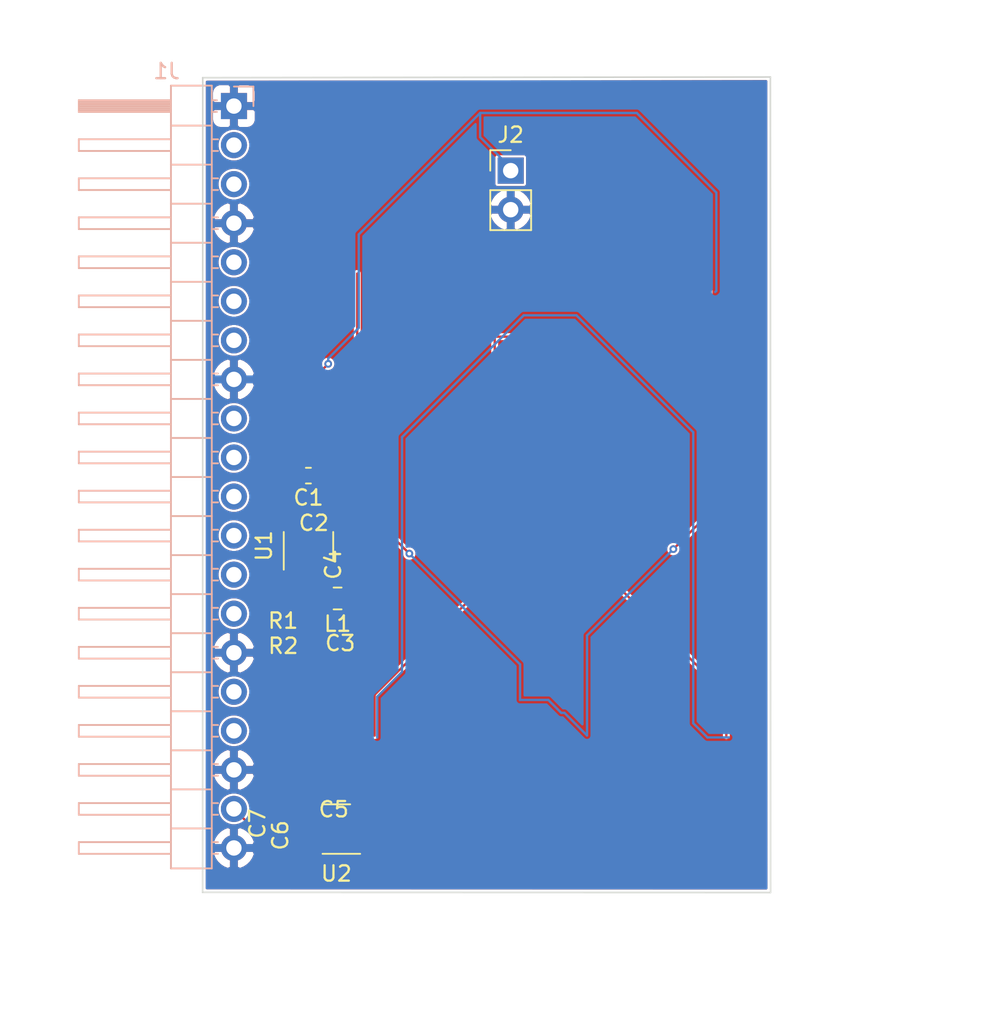
<source format=kicad_pcb>
(kicad_pcb (version 20171130) (host pcbnew 5.1.5+dfsg1-2+b1)

  (general
    (thickness 1.6)
    (drawings 4)
    (tracks 89)
    (zones 0)
    (modules 14)
    (nets 24)
  )

  (page A4)
  (layers
    (0 F.Cu signal)
    (31 B.Cu signal)
    (32 B.Adhes user)
    (33 F.Adhes user)
    (34 B.Paste user)
    (35 F.Paste user)
    (36 B.SilkS user)
    (37 F.SilkS user)
    (38 B.Mask user)
    (39 F.Mask user)
    (40 Dwgs.User user)
    (41 Cmts.User user)
    (42 Eco1.User user)
    (43 Eco2.User user)
    (44 Edge.Cuts user)
    (45 Margin user)
    (46 B.CrtYd user)
    (47 F.CrtYd user)
    (48 B.Fab user)
    (49 F.Fab user)
  )

  (setup
    (last_trace_width 0.15)
    (trace_clearance 0.15)
    (zone_clearance 0.508)
    (zone_45_only no)
    (trace_min 0.15)
    (via_size 0.5)
    (via_drill 0.25)
    (via_min_size 0.5)
    (via_min_drill 0.25)
    (uvia_size 0.3)
    (uvia_drill 0.1)
    (uvias_allowed no)
    (uvia_min_size 0.2)
    (uvia_min_drill 0.1)
    (edge_width 0.05)
    (segment_width 0.2)
    (pcb_text_width 0.3)
    (pcb_text_size 1.5 1.5)
    (mod_edge_width 0.12)
    (mod_text_size 1 1)
    (mod_text_width 0.15)
    (pad_size 1.524 1.524)
    (pad_drill 0.762)
    (pad_to_mask_clearance 0)
    (aux_axis_origin 0 0)
    (visible_elements FFFFFF7F)
    (pcbplotparams
      (layerselection 0x010f0_ffffffff)
      (usegerberextensions false)
      (usegerberattributes false)
      (usegerberadvancedattributes false)
      (creategerberjobfile false)
      (excludeedgelayer true)
      (linewidth 0.100000)
      (plotframeref false)
      (viasonmask false)
      (mode 1)
      (useauxorigin false)
      (hpglpennumber 1)
      (hpglpenspeed 20)
      (hpglpendiameter 15.000000)
      (psnegative false)
      (psa4output false)
      (plotreference true)
      (plotvalue true)
      (plotinvisibletext false)
      (padsonsilk false)
      (subtractmaskfromsilk false)
      (outputformat 1)
      (mirror false)
      (drillshape 0)
      (scaleselection 1)
      (outputdirectory "../gerber/"))
  )

  (net 0 "")
  (net 1 GND)
  (net 2 "Net-(C6-Pad1)")
  (net 3 "Net-(J1-Pad5)")
  (net 4 "Net-(BT1-Pad2)")
  (net 5 "Net-(BT2-Pad2)")
  (net 6 "Net-(BT3-Pad2)")
  (net 7 "Net-(C3-Pad1)")
  (net 8 "Net-(J1-Pad17)")
  (net 9 "Net-(J1-Pad16)")
  (net 10 "Net-(J1-Pad14)")
  (net 11 "Net-(J1-Pad13)")
  (net 12 "Net-(J1-Pad12)")
  (net 13 "Net-(J1-Pad11)")
  (net 14 "Net-(J1-Pad10)")
  (net 15 "Net-(J1-Pad9)")
  (net 16 "Net-(J1-Pad7)")
  (net 17 "Net-(J1-Pad6)")
  (net 18 "Net-(J1-Pad3)")
  (net 19 "Net-(J1-Pad2)")
  (net 20 "Net-(R1-Pad2)")
  (net 21 "Net-(L1-Pad2)")
  (net 22 "Net-(U2-Pad4)")
  (net 23 "Net-(C1-Pad1)")

  (net_class Default "This is the default net class."
    (clearance 0.15)
    (trace_width 0.15)
    (via_dia 0.5)
    (via_drill 0.25)
    (uvia_dia 0.3)
    (uvia_drill 0.1)
    (add_net GND)
    (add_net "Net-(BT1-Pad2)")
    (add_net "Net-(BT2-Pad2)")
    (add_net "Net-(BT3-Pad2)")
    (add_net "Net-(C1-Pad1)")
    (add_net "Net-(C3-Pad1)")
    (add_net "Net-(C6-Pad1)")
    (add_net "Net-(J1-Pad10)")
    (add_net "Net-(J1-Pad11)")
    (add_net "Net-(J1-Pad12)")
    (add_net "Net-(J1-Pad13)")
    (add_net "Net-(J1-Pad14)")
    (add_net "Net-(J1-Pad16)")
    (add_net "Net-(J1-Pad17)")
    (add_net "Net-(J1-Pad2)")
    (add_net "Net-(J1-Pad3)")
    (add_net "Net-(J1-Pad5)")
    (add_net "Net-(J1-Pad6)")
    (add_net "Net-(J1-Pad7)")
    (add_net "Net-(J1-Pad9)")
    (add_net "Net-(L1-Pad2)")
    (add_net "Net-(R1-Pad2)")
    (add_net "Net-(U2-Pad4)")
  )

  (module Connector_PinHeader_2.54mm:PinHeader_1x02_P2.54mm_Vertical (layer F.Cu) (tedit 59FED5CC) (tstamp 5EC92C23)
    (at 91.07 32.01)
    (descr "Through hole straight pin header, 1x02, 2.54mm pitch, single row")
    (tags "Through hole pin header THT 1x02 2.54mm single row")
    (path /5ED4C098)
    (fp_text reference J2 (at 0 -2.33) (layer F.SilkS)
      (effects (font (size 1 1) (thickness 0.15)))
    )
    (fp_text value Conn_01x02_Male (at 0 4.87) (layer F.Fab)
      (effects (font (size 1 1) (thickness 0.15)))
    )
    (fp_text user %R (at 0 1.27 90) (layer F.Fab)
      (effects (font (size 1 1) (thickness 0.15)))
    )
    (fp_line (start 1.8 -1.8) (end -1.8 -1.8) (layer F.CrtYd) (width 0.05))
    (fp_line (start 1.8 4.35) (end 1.8 -1.8) (layer F.CrtYd) (width 0.05))
    (fp_line (start -1.8 4.35) (end 1.8 4.35) (layer F.CrtYd) (width 0.05))
    (fp_line (start -1.8 -1.8) (end -1.8 4.35) (layer F.CrtYd) (width 0.05))
    (fp_line (start -1.33 -1.33) (end 0 -1.33) (layer F.SilkS) (width 0.12))
    (fp_line (start -1.33 0) (end -1.33 -1.33) (layer F.SilkS) (width 0.12))
    (fp_line (start -1.33 1.27) (end 1.33 1.27) (layer F.SilkS) (width 0.12))
    (fp_line (start 1.33 1.27) (end 1.33 3.87) (layer F.SilkS) (width 0.12))
    (fp_line (start -1.33 1.27) (end -1.33 3.87) (layer F.SilkS) (width 0.12))
    (fp_line (start -1.33 3.87) (end 1.33 3.87) (layer F.SilkS) (width 0.12))
    (fp_line (start -1.27 -0.635) (end -0.635 -1.27) (layer F.Fab) (width 0.1))
    (fp_line (start -1.27 3.81) (end -1.27 -0.635) (layer F.Fab) (width 0.1))
    (fp_line (start 1.27 3.81) (end -1.27 3.81) (layer F.Fab) (width 0.1))
    (fp_line (start 1.27 -1.27) (end 1.27 3.81) (layer F.Fab) (width 0.1))
    (fp_line (start -0.635 -1.27) (end 1.27 -1.27) (layer F.Fab) (width 0.1))
    (pad 2 thru_hole oval (at 0 2.54) (size 1.7 1.7) (drill 1) (layers *.Cu *.Mask)
      (net 1 GND))
    (pad 1 thru_hole rect (at 0 0) (size 1.7 1.7) (drill 1) (layers *.Cu *.Mask)
      (net 23 "Net-(C1-Pad1)"))
    (model ${KISYS3DMOD}/Connector_PinHeader_2.54mm.3dshapes/PinHeader_1x02_P2.54mm_Vertical.wrl
      (at (xyz 0 0 0))
      (scale (xyz 1 1 1))
      (rotate (xyz 0 0 0))
    )
  )

  (module Resistor_SMD:R_0402_1005Metric (layer F.Cu) (tedit 5B301BBD) (tstamp 5EB475F7)
    (at 76.26 61.76 180)
    (descr "Resistor SMD 0402 (1005 Metric), square (rectangular) end terminal, IPC_7351 nominal, (Body size source: http://www.tortai-tech.com/upload/download/2011102023233369053.pdf), generated with kicad-footprint-generator")
    (tags resistor)
    (path /5EB23AED)
    (attr smd)
    (fp_text reference R2 (at 0 -1.17) (layer F.SilkS)
      (effects (font (size 1 1) (thickness 0.15)))
    )
    (fp_text value R (at 0 1.17) (layer F.Fab)
      (effects (font (size 1 1) (thickness 0.15)))
    )
    (fp_text user %R (at 0 0) (layer F.Fab)
      (effects (font (size 0.25 0.25) (thickness 0.04)))
    )
    (fp_line (start 0.93 0.47) (end -0.93 0.47) (layer F.CrtYd) (width 0.05))
    (fp_line (start 0.93 -0.47) (end 0.93 0.47) (layer F.CrtYd) (width 0.05))
    (fp_line (start -0.93 -0.47) (end 0.93 -0.47) (layer F.CrtYd) (width 0.05))
    (fp_line (start -0.93 0.47) (end -0.93 -0.47) (layer F.CrtYd) (width 0.05))
    (fp_line (start 0.5 0.25) (end -0.5 0.25) (layer F.Fab) (width 0.1))
    (fp_line (start 0.5 -0.25) (end 0.5 0.25) (layer F.Fab) (width 0.1))
    (fp_line (start -0.5 -0.25) (end 0.5 -0.25) (layer F.Fab) (width 0.1))
    (fp_line (start -0.5 0.25) (end -0.5 -0.25) (layer F.Fab) (width 0.1))
    (pad 2 smd roundrect (at 0.485 0 180) (size 0.59 0.64) (layers F.Cu F.Paste F.Mask) (roundrect_rratio 0.25)
      (net 20 "Net-(R1-Pad2)"))
    (pad 1 smd roundrect (at -0.485 0 180) (size 0.59 0.64) (layers F.Cu F.Paste F.Mask) (roundrect_rratio 0.25)
      (net 7 "Net-(C3-Pad1)"))
    (model ${KISYS3DMOD}/Resistor_SMD.3dshapes/R_0402_1005Metric.wrl
      (at (xyz 0 0 0))
      (scale (xyz 1 1 1))
      (rotate (xyz 0 0 0))
    )
  )

  (module Resistor_SMD:R_0402_1005Metric (layer F.Cu) (tedit 5B301BBD) (tstamp 5EB475E8)
    (at 76.25 60.12 180)
    (descr "Resistor SMD 0402 (1005 Metric), square (rectangular) end terminal, IPC_7351 nominal, (Body size source: http://www.tortai-tech.com/upload/download/2011102023233369053.pdf), generated with kicad-footprint-generator")
    (tags resistor)
    (path /5EB23ED8)
    (attr smd)
    (fp_text reference R1 (at 0 -1.17) (layer F.SilkS)
      (effects (font (size 1 1) (thickness 0.15)))
    )
    (fp_text value R (at 0 1.17) (layer F.Fab)
      (effects (font (size 1 1) (thickness 0.15)))
    )
    (fp_text user %R (at 0 0) (layer F.Fab)
      (effects (font (size 0.25 0.25) (thickness 0.04)))
    )
    (fp_line (start 0.93 0.47) (end -0.93 0.47) (layer F.CrtYd) (width 0.05))
    (fp_line (start 0.93 -0.47) (end 0.93 0.47) (layer F.CrtYd) (width 0.05))
    (fp_line (start -0.93 -0.47) (end 0.93 -0.47) (layer F.CrtYd) (width 0.05))
    (fp_line (start -0.93 0.47) (end -0.93 -0.47) (layer F.CrtYd) (width 0.05))
    (fp_line (start 0.5 0.25) (end -0.5 0.25) (layer F.Fab) (width 0.1))
    (fp_line (start 0.5 -0.25) (end 0.5 0.25) (layer F.Fab) (width 0.1))
    (fp_line (start -0.5 -0.25) (end 0.5 -0.25) (layer F.Fab) (width 0.1))
    (fp_line (start -0.5 0.25) (end -0.5 -0.25) (layer F.Fab) (width 0.1))
    (pad 2 smd roundrect (at 0.485 0 180) (size 0.59 0.64) (layers F.Cu F.Paste F.Mask) (roundrect_rratio 0.25)
      (net 20 "Net-(R1-Pad2)"))
    (pad 1 smd roundrect (at -0.485 0 180) (size 0.59 0.64) (layers F.Cu F.Paste F.Mask) (roundrect_rratio 0.25)
      (net 1 GND))
    (model ${KISYS3DMOD}/Resistor_SMD.3dshapes/R_0402_1005Metric.wrl
      (at (xyz 0 0 0))
      (scale (xyz 1 1 1))
      (rotate (xyz 0 0 0))
    )
  )

  (module Inductor_SMD:L_0805_2012Metric (layer F.Cu) (tedit 5B36C52B) (tstamp 5EB475D9)
    (at 79.8 59.84 180)
    (descr "Inductor SMD 0805 (2012 Metric), square (rectangular) end terminal, IPC_7351 nominal, (Body size source: https://docs.google.com/spreadsheets/d/1BsfQQcO9C6DZCsRaXUlFlo91Tg2WpOkGARC1WS5S8t0/edit?usp=sharing), generated with kicad-footprint-generator")
    (tags inductor)
    (path /5EB2273E)
    (attr smd)
    (fp_text reference L1 (at 0 -1.65) (layer F.SilkS)
      (effects (font (size 1 1) (thickness 0.15)))
    )
    (fp_text value L (at 0 1.65) (layer F.Fab)
      (effects (font (size 1 1) (thickness 0.15)))
    )
    (fp_text user %R (at 0 0) (layer F.Fab)
      (effects (font (size 0.5 0.5) (thickness 0.08)))
    )
    (fp_line (start 1.68 0.95) (end -1.68 0.95) (layer F.CrtYd) (width 0.05))
    (fp_line (start 1.68 -0.95) (end 1.68 0.95) (layer F.CrtYd) (width 0.05))
    (fp_line (start -1.68 -0.95) (end 1.68 -0.95) (layer F.CrtYd) (width 0.05))
    (fp_line (start -1.68 0.95) (end -1.68 -0.95) (layer F.CrtYd) (width 0.05))
    (fp_line (start -0.258578 0.71) (end 0.258578 0.71) (layer F.SilkS) (width 0.12))
    (fp_line (start -0.258578 -0.71) (end 0.258578 -0.71) (layer F.SilkS) (width 0.12))
    (fp_line (start 1 0.6) (end -1 0.6) (layer F.Fab) (width 0.1))
    (fp_line (start 1 -0.6) (end 1 0.6) (layer F.Fab) (width 0.1))
    (fp_line (start -1 -0.6) (end 1 -0.6) (layer F.Fab) (width 0.1))
    (fp_line (start -1 0.6) (end -1 -0.6) (layer F.Fab) (width 0.1))
    (pad 2 smd roundrect (at 0.9375 0 180) (size 0.975 1.4) (layers F.Cu F.Paste F.Mask) (roundrect_rratio 0.25)
      (net 21 "Net-(L1-Pad2)"))
    (pad 1 smd roundrect (at -0.9375 0 180) (size 0.975 1.4) (layers F.Cu F.Paste F.Mask) (roundrect_rratio 0.25)
      (net 7 "Net-(C3-Pad1)"))
    (model ${KISYS3DMOD}/Inductor_SMD.3dshapes/L_0805_2012Metric.wrl
      (at (xyz 0 0 0))
      (scale (xyz 1 1 1))
      (rotate (xyz 0 0 0))
    )
  )

  (module Package_TO_SOT_SMD:SOT-23-5 (layer F.Cu) (tedit 5A02FF57) (tstamp 5EB38DEF)
    (at 79.72 74.84 180)
    (descr "5-pin SOT23 package")
    (tags SOT-23-5)
    (path /5EB307BB)
    (attr smd)
    (fp_text reference U2 (at 0 -2.9) (layer F.SilkS)
      (effects (font (size 1 1) (thickness 0.15)))
    )
    (fp_text value MAX40200AUK (at 0 2.9) (layer F.Fab)
      (effects (font (size 1 1) (thickness 0.15)))
    )
    (fp_line (start 0.9 -1.55) (end 0.9 1.55) (layer F.Fab) (width 0.1))
    (fp_line (start 0.9 1.55) (end -0.9 1.55) (layer F.Fab) (width 0.1))
    (fp_line (start -0.9 -0.9) (end -0.9 1.55) (layer F.Fab) (width 0.1))
    (fp_line (start 0.9 -1.55) (end -0.25 -1.55) (layer F.Fab) (width 0.1))
    (fp_line (start -0.9 -0.9) (end -0.25 -1.55) (layer F.Fab) (width 0.1))
    (fp_line (start -1.9 1.8) (end -1.9 -1.8) (layer F.CrtYd) (width 0.05))
    (fp_line (start 1.9 1.8) (end -1.9 1.8) (layer F.CrtYd) (width 0.05))
    (fp_line (start 1.9 -1.8) (end 1.9 1.8) (layer F.CrtYd) (width 0.05))
    (fp_line (start -1.9 -1.8) (end 1.9 -1.8) (layer F.CrtYd) (width 0.05))
    (fp_line (start 0.9 -1.61) (end -1.55 -1.61) (layer F.SilkS) (width 0.12))
    (fp_line (start -0.9 1.61) (end 0.9 1.61) (layer F.SilkS) (width 0.12))
    (fp_text user %R (at 0 0 90) (layer F.Fab)
      (effects (font (size 0.5 0.5) (thickness 0.075)))
    )
    (pad 5 smd rect (at 1.1 -0.95 180) (size 1.06 0.65) (layers F.Cu F.Paste F.Mask)
      (net 2 "Net-(C6-Pad1)"))
    (pad 4 smd rect (at 1.1 0.95 180) (size 1.06 0.65) (layers F.Cu F.Paste F.Mask)
      (net 22 "Net-(U2-Pad4)"))
    (pad 3 smd rect (at -1.1 0.95 180) (size 1.06 0.65) (layers F.Cu F.Paste F.Mask)
      (net 7 "Net-(C3-Pad1)"))
    (pad 2 smd rect (at -1.1 0 180) (size 1.06 0.65) (layers F.Cu F.Paste F.Mask)
      (net 1 GND))
    (pad 1 smd rect (at -1.1 -0.95 180) (size 1.06 0.65) (layers F.Cu F.Paste F.Mask)
      (net 7 "Net-(C3-Pad1)"))
    (model ${KISYS3DMOD}/Package_TO_SOT_SMD.3dshapes/SOT-23-5.wrl
      (at (xyz 0 0 0))
      (scale (xyz 1 1 1))
      (rotate (xyz 0 0 0))
    )
  )

  (module Package_TO_SOT_SMD:SOT-23-5 (layer F.Cu) (tedit 5A02FF57) (tstamp 5EB39255)
    (at 77.904999 56.415001 90)
    (descr "5-pin SOT23 package")
    (tags SOT-23-5)
    (path /5EB22446)
    (attr smd)
    (fp_text reference U1 (at 0 -2.9 90) (layer F.SilkS)
      (effects (font (size 1 1) (thickness 0.15)))
    )
    (fp_text value TPS560200 (at 0 2.9 90) (layer F.Fab)
      (effects (font (size 1 1) (thickness 0.15)))
    )
    (fp_line (start 0.9 -1.55) (end 0.9 1.55) (layer F.Fab) (width 0.1))
    (fp_line (start 0.9 1.55) (end -0.9 1.55) (layer F.Fab) (width 0.1))
    (fp_line (start -0.9 -0.9) (end -0.9 1.55) (layer F.Fab) (width 0.1))
    (fp_line (start 0.9 -1.55) (end -0.25 -1.55) (layer F.Fab) (width 0.1))
    (fp_line (start -0.9 -0.9) (end -0.25 -1.55) (layer F.Fab) (width 0.1))
    (fp_line (start -1.9 1.8) (end -1.9 -1.8) (layer F.CrtYd) (width 0.05))
    (fp_line (start 1.9 1.8) (end -1.9 1.8) (layer F.CrtYd) (width 0.05))
    (fp_line (start 1.9 -1.8) (end 1.9 1.8) (layer F.CrtYd) (width 0.05))
    (fp_line (start -1.9 -1.8) (end 1.9 -1.8) (layer F.CrtYd) (width 0.05))
    (fp_line (start 0.9 -1.61) (end -1.55 -1.61) (layer F.SilkS) (width 0.12))
    (fp_line (start -0.9 1.61) (end 0.9 1.61) (layer F.SilkS) (width 0.12))
    (fp_text user %R (at 0 0) (layer F.Fab)
      (effects (font (size 0.5 0.5) (thickness 0.075)))
    )
    (pad 5 smd rect (at 1.1 -0.95 90) (size 1.06 0.65) (layers F.Cu F.Paste F.Mask)
      (net 20 "Net-(R1-Pad2)"))
    (pad 4 smd rect (at 1.1 0.95 90) (size 1.06 0.65) (layers F.Cu F.Paste F.Mask)
      (net 23 "Net-(C1-Pad1)"))
    (pad 3 smd rect (at -1.1 0.95 90) (size 1.06 0.65) (layers F.Cu F.Paste F.Mask)
      (net 21 "Net-(L1-Pad2)"))
    (pad 2 smd rect (at -1.1 0 90) (size 1.06 0.65) (layers F.Cu F.Paste F.Mask)
      (net 1 GND))
    (pad 1 smd rect (at -1.1 -0.95 90) (size 1.06 0.65) (layers F.Cu F.Paste F.Mask)
      (net 23 "Net-(C1-Pad1)"))
    (model ${KISYS3DMOD}/Package_TO_SOT_SMD.3dshapes/SOT-23-5.wrl
      (at (xyz 0 0 0))
      (scale (xyz 1 1 1))
      (rotate (xyz 0 0 0))
    )
  )

  (module Connector_PinHeader_2.54mm:PinHeader_1x20_P2.54mm_Horizontal (layer B.Cu) (tedit 59FED5CB) (tstamp 5EB38DC5)
    (at 73.05 27.81 180)
    (descr "Through hole angled pin header, 1x20, 2.54mm pitch, 6mm pin length, single row")
    (tags "Through hole angled pin header THT 1x20 2.54mm single row")
    (path /5EB3D7C1)
    (fp_text reference J1 (at 4.385 2.27) (layer B.SilkS)
      (effects (font (size 1 1) (thickness 0.15)) (justify mirror))
    )
    (fp_text value Conn_01x20_Male (at 4.385 -50.53) (layer B.Fab)
      (effects (font (size 1 1) (thickness 0.15)) (justify mirror))
    )
    (fp_text user %R (at 2.77 -24.13 270) (layer B.Fab)
      (effects (font (size 1 1) (thickness 0.15)) (justify mirror))
    )
    (fp_line (start 10.55 1.8) (end -1.8 1.8) (layer B.CrtYd) (width 0.05))
    (fp_line (start 10.55 -50.05) (end 10.55 1.8) (layer B.CrtYd) (width 0.05))
    (fp_line (start -1.8 -50.05) (end 10.55 -50.05) (layer B.CrtYd) (width 0.05))
    (fp_line (start -1.8 1.8) (end -1.8 -50.05) (layer B.CrtYd) (width 0.05))
    (fp_line (start -1.27 1.27) (end 0 1.27) (layer B.SilkS) (width 0.12))
    (fp_line (start -1.27 0) (end -1.27 1.27) (layer B.SilkS) (width 0.12))
    (fp_line (start 1.042929 -48.64) (end 1.44 -48.64) (layer B.SilkS) (width 0.12))
    (fp_line (start 1.042929 -47.88) (end 1.44 -47.88) (layer B.SilkS) (width 0.12))
    (fp_line (start 10.1 -48.64) (end 4.1 -48.64) (layer B.SilkS) (width 0.12))
    (fp_line (start 10.1 -47.88) (end 10.1 -48.64) (layer B.SilkS) (width 0.12))
    (fp_line (start 4.1 -47.88) (end 10.1 -47.88) (layer B.SilkS) (width 0.12))
    (fp_line (start 1.44 -46.99) (end 4.1 -46.99) (layer B.SilkS) (width 0.12))
    (fp_line (start 1.042929 -46.1) (end 1.44 -46.1) (layer B.SilkS) (width 0.12))
    (fp_line (start 1.042929 -45.34) (end 1.44 -45.34) (layer B.SilkS) (width 0.12))
    (fp_line (start 10.1 -46.1) (end 4.1 -46.1) (layer B.SilkS) (width 0.12))
    (fp_line (start 10.1 -45.34) (end 10.1 -46.1) (layer B.SilkS) (width 0.12))
    (fp_line (start 4.1 -45.34) (end 10.1 -45.34) (layer B.SilkS) (width 0.12))
    (fp_line (start 1.44 -44.45) (end 4.1 -44.45) (layer B.SilkS) (width 0.12))
    (fp_line (start 1.042929 -43.56) (end 1.44 -43.56) (layer B.SilkS) (width 0.12))
    (fp_line (start 1.042929 -42.8) (end 1.44 -42.8) (layer B.SilkS) (width 0.12))
    (fp_line (start 10.1 -43.56) (end 4.1 -43.56) (layer B.SilkS) (width 0.12))
    (fp_line (start 10.1 -42.8) (end 10.1 -43.56) (layer B.SilkS) (width 0.12))
    (fp_line (start 4.1 -42.8) (end 10.1 -42.8) (layer B.SilkS) (width 0.12))
    (fp_line (start 1.44 -41.91) (end 4.1 -41.91) (layer B.SilkS) (width 0.12))
    (fp_line (start 1.042929 -41.02) (end 1.44 -41.02) (layer B.SilkS) (width 0.12))
    (fp_line (start 1.042929 -40.26) (end 1.44 -40.26) (layer B.SilkS) (width 0.12))
    (fp_line (start 10.1 -41.02) (end 4.1 -41.02) (layer B.SilkS) (width 0.12))
    (fp_line (start 10.1 -40.26) (end 10.1 -41.02) (layer B.SilkS) (width 0.12))
    (fp_line (start 4.1 -40.26) (end 10.1 -40.26) (layer B.SilkS) (width 0.12))
    (fp_line (start 1.44 -39.37) (end 4.1 -39.37) (layer B.SilkS) (width 0.12))
    (fp_line (start 1.042929 -38.48) (end 1.44 -38.48) (layer B.SilkS) (width 0.12))
    (fp_line (start 1.042929 -37.72) (end 1.44 -37.72) (layer B.SilkS) (width 0.12))
    (fp_line (start 10.1 -38.48) (end 4.1 -38.48) (layer B.SilkS) (width 0.12))
    (fp_line (start 10.1 -37.72) (end 10.1 -38.48) (layer B.SilkS) (width 0.12))
    (fp_line (start 4.1 -37.72) (end 10.1 -37.72) (layer B.SilkS) (width 0.12))
    (fp_line (start 1.44 -36.83) (end 4.1 -36.83) (layer B.SilkS) (width 0.12))
    (fp_line (start 1.042929 -35.94) (end 1.44 -35.94) (layer B.SilkS) (width 0.12))
    (fp_line (start 1.042929 -35.18) (end 1.44 -35.18) (layer B.SilkS) (width 0.12))
    (fp_line (start 10.1 -35.94) (end 4.1 -35.94) (layer B.SilkS) (width 0.12))
    (fp_line (start 10.1 -35.18) (end 10.1 -35.94) (layer B.SilkS) (width 0.12))
    (fp_line (start 4.1 -35.18) (end 10.1 -35.18) (layer B.SilkS) (width 0.12))
    (fp_line (start 1.44 -34.29) (end 4.1 -34.29) (layer B.SilkS) (width 0.12))
    (fp_line (start 1.042929 -33.4) (end 1.44 -33.4) (layer B.SilkS) (width 0.12))
    (fp_line (start 1.042929 -32.64) (end 1.44 -32.64) (layer B.SilkS) (width 0.12))
    (fp_line (start 10.1 -33.4) (end 4.1 -33.4) (layer B.SilkS) (width 0.12))
    (fp_line (start 10.1 -32.64) (end 10.1 -33.4) (layer B.SilkS) (width 0.12))
    (fp_line (start 4.1 -32.64) (end 10.1 -32.64) (layer B.SilkS) (width 0.12))
    (fp_line (start 1.44 -31.75) (end 4.1 -31.75) (layer B.SilkS) (width 0.12))
    (fp_line (start 1.042929 -30.86) (end 1.44 -30.86) (layer B.SilkS) (width 0.12))
    (fp_line (start 1.042929 -30.1) (end 1.44 -30.1) (layer B.SilkS) (width 0.12))
    (fp_line (start 10.1 -30.86) (end 4.1 -30.86) (layer B.SilkS) (width 0.12))
    (fp_line (start 10.1 -30.1) (end 10.1 -30.86) (layer B.SilkS) (width 0.12))
    (fp_line (start 4.1 -30.1) (end 10.1 -30.1) (layer B.SilkS) (width 0.12))
    (fp_line (start 1.44 -29.21) (end 4.1 -29.21) (layer B.SilkS) (width 0.12))
    (fp_line (start 1.042929 -28.32) (end 1.44 -28.32) (layer B.SilkS) (width 0.12))
    (fp_line (start 1.042929 -27.56) (end 1.44 -27.56) (layer B.SilkS) (width 0.12))
    (fp_line (start 10.1 -28.32) (end 4.1 -28.32) (layer B.SilkS) (width 0.12))
    (fp_line (start 10.1 -27.56) (end 10.1 -28.32) (layer B.SilkS) (width 0.12))
    (fp_line (start 4.1 -27.56) (end 10.1 -27.56) (layer B.SilkS) (width 0.12))
    (fp_line (start 1.44 -26.67) (end 4.1 -26.67) (layer B.SilkS) (width 0.12))
    (fp_line (start 1.042929 -25.78) (end 1.44 -25.78) (layer B.SilkS) (width 0.12))
    (fp_line (start 1.042929 -25.02) (end 1.44 -25.02) (layer B.SilkS) (width 0.12))
    (fp_line (start 10.1 -25.78) (end 4.1 -25.78) (layer B.SilkS) (width 0.12))
    (fp_line (start 10.1 -25.02) (end 10.1 -25.78) (layer B.SilkS) (width 0.12))
    (fp_line (start 4.1 -25.02) (end 10.1 -25.02) (layer B.SilkS) (width 0.12))
    (fp_line (start 1.44 -24.13) (end 4.1 -24.13) (layer B.SilkS) (width 0.12))
    (fp_line (start 1.042929 -23.24) (end 1.44 -23.24) (layer B.SilkS) (width 0.12))
    (fp_line (start 1.042929 -22.48) (end 1.44 -22.48) (layer B.SilkS) (width 0.12))
    (fp_line (start 10.1 -23.24) (end 4.1 -23.24) (layer B.SilkS) (width 0.12))
    (fp_line (start 10.1 -22.48) (end 10.1 -23.24) (layer B.SilkS) (width 0.12))
    (fp_line (start 4.1 -22.48) (end 10.1 -22.48) (layer B.SilkS) (width 0.12))
    (fp_line (start 1.44 -21.59) (end 4.1 -21.59) (layer B.SilkS) (width 0.12))
    (fp_line (start 1.042929 -20.7) (end 1.44 -20.7) (layer B.SilkS) (width 0.12))
    (fp_line (start 1.042929 -19.94) (end 1.44 -19.94) (layer B.SilkS) (width 0.12))
    (fp_line (start 10.1 -20.7) (end 4.1 -20.7) (layer B.SilkS) (width 0.12))
    (fp_line (start 10.1 -19.94) (end 10.1 -20.7) (layer B.SilkS) (width 0.12))
    (fp_line (start 4.1 -19.94) (end 10.1 -19.94) (layer B.SilkS) (width 0.12))
    (fp_line (start 1.44 -19.05) (end 4.1 -19.05) (layer B.SilkS) (width 0.12))
    (fp_line (start 1.042929 -18.16) (end 1.44 -18.16) (layer B.SilkS) (width 0.12))
    (fp_line (start 1.042929 -17.4) (end 1.44 -17.4) (layer B.SilkS) (width 0.12))
    (fp_line (start 10.1 -18.16) (end 4.1 -18.16) (layer B.SilkS) (width 0.12))
    (fp_line (start 10.1 -17.4) (end 10.1 -18.16) (layer B.SilkS) (width 0.12))
    (fp_line (start 4.1 -17.4) (end 10.1 -17.4) (layer B.SilkS) (width 0.12))
    (fp_line (start 1.44 -16.51) (end 4.1 -16.51) (layer B.SilkS) (width 0.12))
    (fp_line (start 1.042929 -15.62) (end 1.44 -15.62) (layer B.SilkS) (width 0.12))
    (fp_line (start 1.042929 -14.86) (end 1.44 -14.86) (layer B.SilkS) (width 0.12))
    (fp_line (start 10.1 -15.62) (end 4.1 -15.62) (layer B.SilkS) (width 0.12))
    (fp_line (start 10.1 -14.86) (end 10.1 -15.62) (layer B.SilkS) (width 0.12))
    (fp_line (start 4.1 -14.86) (end 10.1 -14.86) (layer B.SilkS) (width 0.12))
    (fp_line (start 1.44 -13.97) (end 4.1 -13.97) (layer B.SilkS) (width 0.12))
    (fp_line (start 1.042929 -13.08) (end 1.44 -13.08) (layer B.SilkS) (width 0.12))
    (fp_line (start 1.042929 -12.32) (end 1.44 -12.32) (layer B.SilkS) (width 0.12))
    (fp_line (start 10.1 -13.08) (end 4.1 -13.08) (layer B.SilkS) (width 0.12))
    (fp_line (start 10.1 -12.32) (end 10.1 -13.08) (layer B.SilkS) (width 0.12))
    (fp_line (start 4.1 -12.32) (end 10.1 -12.32) (layer B.SilkS) (width 0.12))
    (fp_line (start 1.44 -11.43) (end 4.1 -11.43) (layer B.SilkS) (width 0.12))
    (fp_line (start 1.042929 -10.54) (end 1.44 -10.54) (layer B.SilkS) (width 0.12))
    (fp_line (start 1.042929 -9.78) (end 1.44 -9.78) (layer B.SilkS) (width 0.12))
    (fp_line (start 10.1 -10.54) (end 4.1 -10.54) (layer B.SilkS) (width 0.12))
    (fp_line (start 10.1 -9.78) (end 10.1 -10.54) (layer B.SilkS) (width 0.12))
    (fp_line (start 4.1 -9.78) (end 10.1 -9.78) (layer B.SilkS) (width 0.12))
    (fp_line (start 1.44 -8.89) (end 4.1 -8.89) (layer B.SilkS) (width 0.12))
    (fp_line (start 1.042929 -8) (end 1.44 -8) (layer B.SilkS) (width 0.12))
    (fp_line (start 1.042929 -7.24) (end 1.44 -7.24) (layer B.SilkS) (width 0.12))
    (fp_line (start 10.1 -8) (end 4.1 -8) (layer B.SilkS) (width 0.12))
    (fp_line (start 10.1 -7.24) (end 10.1 -8) (layer B.SilkS) (width 0.12))
    (fp_line (start 4.1 -7.24) (end 10.1 -7.24) (layer B.SilkS) (width 0.12))
    (fp_line (start 1.44 -6.35) (end 4.1 -6.35) (layer B.SilkS) (width 0.12))
    (fp_line (start 1.042929 -5.46) (end 1.44 -5.46) (layer B.SilkS) (width 0.12))
    (fp_line (start 1.042929 -4.7) (end 1.44 -4.7) (layer B.SilkS) (width 0.12))
    (fp_line (start 10.1 -5.46) (end 4.1 -5.46) (layer B.SilkS) (width 0.12))
    (fp_line (start 10.1 -4.7) (end 10.1 -5.46) (layer B.SilkS) (width 0.12))
    (fp_line (start 4.1 -4.7) (end 10.1 -4.7) (layer B.SilkS) (width 0.12))
    (fp_line (start 1.44 -3.81) (end 4.1 -3.81) (layer B.SilkS) (width 0.12))
    (fp_line (start 1.042929 -2.92) (end 1.44 -2.92) (layer B.SilkS) (width 0.12))
    (fp_line (start 1.042929 -2.16) (end 1.44 -2.16) (layer B.SilkS) (width 0.12))
    (fp_line (start 10.1 -2.92) (end 4.1 -2.92) (layer B.SilkS) (width 0.12))
    (fp_line (start 10.1 -2.16) (end 10.1 -2.92) (layer B.SilkS) (width 0.12))
    (fp_line (start 4.1 -2.16) (end 10.1 -2.16) (layer B.SilkS) (width 0.12))
    (fp_line (start 1.44 -1.27) (end 4.1 -1.27) (layer B.SilkS) (width 0.12))
    (fp_line (start 1.11 -0.38) (end 1.44 -0.38) (layer B.SilkS) (width 0.12))
    (fp_line (start 1.11 0.38) (end 1.44 0.38) (layer B.SilkS) (width 0.12))
    (fp_line (start 4.1 -0.28) (end 10.1 -0.28) (layer B.SilkS) (width 0.12))
    (fp_line (start 4.1 -0.16) (end 10.1 -0.16) (layer B.SilkS) (width 0.12))
    (fp_line (start 4.1 -0.04) (end 10.1 -0.04) (layer B.SilkS) (width 0.12))
    (fp_line (start 4.1 0.08) (end 10.1 0.08) (layer B.SilkS) (width 0.12))
    (fp_line (start 4.1 0.2) (end 10.1 0.2) (layer B.SilkS) (width 0.12))
    (fp_line (start 4.1 0.32) (end 10.1 0.32) (layer B.SilkS) (width 0.12))
    (fp_line (start 10.1 -0.38) (end 4.1 -0.38) (layer B.SilkS) (width 0.12))
    (fp_line (start 10.1 0.38) (end 10.1 -0.38) (layer B.SilkS) (width 0.12))
    (fp_line (start 4.1 0.38) (end 10.1 0.38) (layer B.SilkS) (width 0.12))
    (fp_line (start 4.1 1.33) (end 1.44 1.33) (layer B.SilkS) (width 0.12))
    (fp_line (start 4.1 -49.59) (end 4.1 1.33) (layer B.SilkS) (width 0.12))
    (fp_line (start 1.44 -49.59) (end 4.1 -49.59) (layer B.SilkS) (width 0.12))
    (fp_line (start 1.44 1.33) (end 1.44 -49.59) (layer B.SilkS) (width 0.12))
    (fp_line (start 4.04 -48.58) (end 10.04 -48.58) (layer B.Fab) (width 0.1))
    (fp_line (start 10.04 -47.94) (end 10.04 -48.58) (layer B.Fab) (width 0.1))
    (fp_line (start 4.04 -47.94) (end 10.04 -47.94) (layer B.Fab) (width 0.1))
    (fp_line (start -0.32 -48.58) (end 1.5 -48.58) (layer B.Fab) (width 0.1))
    (fp_line (start -0.32 -47.94) (end -0.32 -48.58) (layer B.Fab) (width 0.1))
    (fp_line (start -0.32 -47.94) (end 1.5 -47.94) (layer B.Fab) (width 0.1))
    (fp_line (start 4.04 -46.04) (end 10.04 -46.04) (layer B.Fab) (width 0.1))
    (fp_line (start 10.04 -45.4) (end 10.04 -46.04) (layer B.Fab) (width 0.1))
    (fp_line (start 4.04 -45.4) (end 10.04 -45.4) (layer B.Fab) (width 0.1))
    (fp_line (start -0.32 -46.04) (end 1.5 -46.04) (layer B.Fab) (width 0.1))
    (fp_line (start -0.32 -45.4) (end -0.32 -46.04) (layer B.Fab) (width 0.1))
    (fp_line (start -0.32 -45.4) (end 1.5 -45.4) (layer B.Fab) (width 0.1))
    (fp_line (start 4.04 -43.5) (end 10.04 -43.5) (layer B.Fab) (width 0.1))
    (fp_line (start 10.04 -42.86) (end 10.04 -43.5) (layer B.Fab) (width 0.1))
    (fp_line (start 4.04 -42.86) (end 10.04 -42.86) (layer B.Fab) (width 0.1))
    (fp_line (start -0.32 -43.5) (end 1.5 -43.5) (layer B.Fab) (width 0.1))
    (fp_line (start -0.32 -42.86) (end -0.32 -43.5) (layer B.Fab) (width 0.1))
    (fp_line (start -0.32 -42.86) (end 1.5 -42.86) (layer B.Fab) (width 0.1))
    (fp_line (start 4.04 -40.96) (end 10.04 -40.96) (layer B.Fab) (width 0.1))
    (fp_line (start 10.04 -40.32) (end 10.04 -40.96) (layer B.Fab) (width 0.1))
    (fp_line (start 4.04 -40.32) (end 10.04 -40.32) (layer B.Fab) (width 0.1))
    (fp_line (start -0.32 -40.96) (end 1.5 -40.96) (layer B.Fab) (width 0.1))
    (fp_line (start -0.32 -40.32) (end -0.32 -40.96) (layer B.Fab) (width 0.1))
    (fp_line (start -0.32 -40.32) (end 1.5 -40.32) (layer B.Fab) (width 0.1))
    (fp_line (start 4.04 -38.42) (end 10.04 -38.42) (layer B.Fab) (width 0.1))
    (fp_line (start 10.04 -37.78) (end 10.04 -38.42) (layer B.Fab) (width 0.1))
    (fp_line (start 4.04 -37.78) (end 10.04 -37.78) (layer B.Fab) (width 0.1))
    (fp_line (start -0.32 -38.42) (end 1.5 -38.42) (layer B.Fab) (width 0.1))
    (fp_line (start -0.32 -37.78) (end -0.32 -38.42) (layer B.Fab) (width 0.1))
    (fp_line (start -0.32 -37.78) (end 1.5 -37.78) (layer B.Fab) (width 0.1))
    (fp_line (start 4.04 -35.88) (end 10.04 -35.88) (layer B.Fab) (width 0.1))
    (fp_line (start 10.04 -35.24) (end 10.04 -35.88) (layer B.Fab) (width 0.1))
    (fp_line (start 4.04 -35.24) (end 10.04 -35.24) (layer B.Fab) (width 0.1))
    (fp_line (start -0.32 -35.88) (end 1.5 -35.88) (layer B.Fab) (width 0.1))
    (fp_line (start -0.32 -35.24) (end -0.32 -35.88) (layer B.Fab) (width 0.1))
    (fp_line (start -0.32 -35.24) (end 1.5 -35.24) (layer B.Fab) (width 0.1))
    (fp_line (start 4.04 -33.34) (end 10.04 -33.34) (layer B.Fab) (width 0.1))
    (fp_line (start 10.04 -32.7) (end 10.04 -33.34) (layer B.Fab) (width 0.1))
    (fp_line (start 4.04 -32.7) (end 10.04 -32.7) (layer B.Fab) (width 0.1))
    (fp_line (start -0.32 -33.34) (end 1.5 -33.34) (layer B.Fab) (width 0.1))
    (fp_line (start -0.32 -32.7) (end -0.32 -33.34) (layer B.Fab) (width 0.1))
    (fp_line (start -0.32 -32.7) (end 1.5 -32.7) (layer B.Fab) (width 0.1))
    (fp_line (start 4.04 -30.8) (end 10.04 -30.8) (layer B.Fab) (width 0.1))
    (fp_line (start 10.04 -30.16) (end 10.04 -30.8) (layer B.Fab) (width 0.1))
    (fp_line (start 4.04 -30.16) (end 10.04 -30.16) (layer B.Fab) (width 0.1))
    (fp_line (start -0.32 -30.8) (end 1.5 -30.8) (layer B.Fab) (width 0.1))
    (fp_line (start -0.32 -30.16) (end -0.32 -30.8) (layer B.Fab) (width 0.1))
    (fp_line (start -0.32 -30.16) (end 1.5 -30.16) (layer B.Fab) (width 0.1))
    (fp_line (start 4.04 -28.26) (end 10.04 -28.26) (layer B.Fab) (width 0.1))
    (fp_line (start 10.04 -27.62) (end 10.04 -28.26) (layer B.Fab) (width 0.1))
    (fp_line (start 4.04 -27.62) (end 10.04 -27.62) (layer B.Fab) (width 0.1))
    (fp_line (start -0.32 -28.26) (end 1.5 -28.26) (layer B.Fab) (width 0.1))
    (fp_line (start -0.32 -27.62) (end -0.32 -28.26) (layer B.Fab) (width 0.1))
    (fp_line (start -0.32 -27.62) (end 1.5 -27.62) (layer B.Fab) (width 0.1))
    (fp_line (start 4.04 -25.72) (end 10.04 -25.72) (layer B.Fab) (width 0.1))
    (fp_line (start 10.04 -25.08) (end 10.04 -25.72) (layer B.Fab) (width 0.1))
    (fp_line (start 4.04 -25.08) (end 10.04 -25.08) (layer B.Fab) (width 0.1))
    (fp_line (start -0.32 -25.72) (end 1.5 -25.72) (layer B.Fab) (width 0.1))
    (fp_line (start -0.32 -25.08) (end -0.32 -25.72) (layer B.Fab) (width 0.1))
    (fp_line (start -0.32 -25.08) (end 1.5 -25.08) (layer B.Fab) (width 0.1))
    (fp_line (start 4.04 -23.18) (end 10.04 -23.18) (layer B.Fab) (width 0.1))
    (fp_line (start 10.04 -22.54) (end 10.04 -23.18) (layer B.Fab) (width 0.1))
    (fp_line (start 4.04 -22.54) (end 10.04 -22.54) (layer B.Fab) (width 0.1))
    (fp_line (start -0.32 -23.18) (end 1.5 -23.18) (layer B.Fab) (width 0.1))
    (fp_line (start -0.32 -22.54) (end -0.32 -23.18) (layer B.Fab) (width 0.1))
    (fp_line (start -0.32 -22.54) (end 1.5 -22.54) (layer B.Fab) (width 0.1))
    (fp_line (start 4.04 -20.64) (end 10.04 -20.64) (layer B.Fab) (width 0.1))
    (fp_line (start 10.04 -20) (end 10.04 -20.64) (layer B.Fab) (width 0.1))
    (fp_line (start 4.04 -20) (end 10.04 -20) (layer B.Fab) (width 0.1))
    (fp_line (start -0.32 -20.64) (end 1.5 -20.64) (layer B.Fab) (width 0.1))
    (fp_line (start -0.32 -20) (end -0.32 -20.64) (layer B.Fab) (width 0.1))
    (fp_line (start -0.32 -20) (end 1.5 -20) (layer B.Fab) (width 0.1))
    (fp_line (start 4.04 -18.1) (end 10.04 -18.1) (layer B.Fab) (width 0.1))
    (fp_line (start 10.04 -17.46) (end 10.04 -18.1) (layer B.Fab) (width 0.1))
    (fp_line (start 4.04 -17.46) (end 10.04 -17.46) (layer B.Fab) (width 0.1))
    (fp_line (start -0.32 -18.1) (end 1.5 -18.1) (layer B.Fab) (width 0.1))
    (fp_line (start -0.32 -17.46) (end -0.32 -18.1) (layer B.Fab) (width 0.1))
    (fp_line (start -0.32 -17.46) (end 1.5 -17.46) (layer B.Fab) (width 0.1))
    (fp_line (start 4.04 -15.56) (end 10.04 -15.56) (layer B.Fab) (width 0.1))
    (fp_line (start 10.04 -14.92) (end 10.04 -15.56) (layer B.Fab) (width 0.1))
    (fp_line (start 4.04 -14.92) (end 10.04 -14.92) (layer B.Fab) (width 0.1))
    (fp_line (start -0.32 -15.56) (end 1.5 -15.56) (layer B.Fab) (width 0.1))
    (fp_line (start -0.32 -14.92) (end -0.32 -15.56) (layer B.Fab) (width 0.1))
    (fp_line (start -0.32 -14.92) (end 1.5 -14.92) (layer B.Fab) (width 0.1))
    (fp_line (start 4.04 -13.02) (end 10.04 -13.02) (layer B.Fab) (width 0.1))
    (fp_line (start 10.04 -12.38) (end 10.04 -13.02) (layer B.Fab) (width 0.1))
    (fp_line (start 4.04 -12.38) (end 10.04 -12.38) (layer B.Fab) (width 0.1))
    (fp_line (start -0.32 -13.02) (end 1.5 -13.02) (layer B.Fab) (width 0.1))
    (fp_line (start -0.32 -12.38) (end -0.32 -13.02) (layer B.Fab) (width 0.1))
    (fp_line (start -0.32 -12.38) (end 1.5 -12.38) (layer B.Fab) (width 0.1))
    (fp_line (start 4.04 -10.48) (end 10.04 -10.48) (layer B.Fab) (width 0.1))
    (fp_line (start 10.04 -9.84) (end 10.04 -10.48) (layer B.Fab) (width 0.1))
    (fp_line (start 4.04 -9.84) (end 10.04 -9.84) (layer B.Fab) (width 0.1))
    (fp_line (start -0.32 -10.48) (end 1.5 -10.48) (layer B.Fab) (width 0.1))
    (fp_line (start -0.32 -9.84) (end -0.32 -10.48) (layer B.Fab) (width 0.1))
    (fp_line (start -0.32 -9.84) (end 1.5 -9.84) (layer B.Fab) (width 0.1))
    (fp_line (start 4.04 -7.94) (end 10.04 -7.94) (layer B.Fab) (width 0.1))
    (fp_line (start 10.04 -7.3) (end 10.04 -7.94) (layer B.Fab) (width 0.1))
    (fp_line (start 4.04 -7.3) (end 10.04 -7.3) (layer B.Fab) (width 0.1))
    (fp_line (start -0.32 -7.94) (end 1.5 -7.94) (layer B.Fab) (width 0.1))
    (fp_line (start -0.32 -7.3) (end -0.32 -7.94) (layer B.Fab) (width 0.1))
    (fp_line (start -0.32 -7.3) (end 1.5 -7.3) (layer B.Fab) (width 0.1))
    (fp_line (start 4.04 -5.4) (end 10.04 -5.4) (layer B.Fab) (width 0.1))
    (fp_line (start 10.04 -4.76) (end 10.04 -5.4) (layer B.Fab) (width 0.1))
    (fp_line (start 4.04 -4.76) (end 10.04 -4.76) (layer B.Fab) (width 0.1))
    (fp_line (start -0.32 -5.4) (end 1.5 -5.4) (layer B.Fab) (width 0.1))
    (fp_line (start -0.32 -4.76) (end -0.32 -5.4) (layer B.Fab) (width 0.1))
    (fp_line (start -0.32 -4.76) (end 1.5 -4.76) (layer B.Fab) (width 0.1))
    (fp_line (start 4.04 -2.86) (end 10.04 -2.86) (layer B.Fab) (width 0.1))
    (fp_line (start 10.04 -2.22) (end 10.04 -2.86) (layer B.Fab) (width 0.1))
    (fp_line (start 4.04 -2.22) (end 10.04 -2.22) (layer B.Fab) (width 0.1))
    (fp_line (start -0.32 -2.86) (end 1.5 -2.86) (layer B.Fab) (width 0.1))
    (fp_line (start -0.32 -2.22) (end -0.32 -2.86) (layer B.Fab) (width 0.1))
    (fp_line (start -0.32 -2.22) (end 1.5 -2.22) (layer B.Fab) (width 0.1))
    (fp_line (start 4.04 -0.32) (end 10.04 -0.32) (layer B.Fab) (width 0.1))
    (fp_line (start 10.04 0.32) (end 10.04 -0.32) (layer B.Fab) (width 0.1))
    (fp_line (start 4.04 0.32) (end 10.04 0.32) (layer B.Fab) (width 0.1))
    (fp_line (start -0.32 -0.32) (end 1.5 -0.32) (layer B.Fab) (width 0.1))
    (fp_line (start -0.32 0.32) (end -0.32 -0.32) (layer B.Fab) (width 0.1))
    (fp_line (start -0.32 0.32) (end 1.5 0.32) (layer B.Fab) (width 0.1))
    (fp_line (start 1.5 0.635) (end 2.135 1.27) (layer B.Fab) (width 0.1))
    (fp_line (start 1.5 -49.53) (end 1.5 0.635) (layer B.Fab) (width 0.1))
    (fp_line (start 4.04 -49.53) (end 1.5 -49.53) (layer B.Fab) (width 0.1))
    (fp_line (start 4.04 1.27) (end 4.04 -49.53) (layer B.Fab) (width 0.1))
    (fp_line (start 2.135 1.27) (end 4.04 1.27) (layer B.Fab) (width 0.1))
    (pad 20 thru_hole oval (at 0 -48.26 180) (size 1.7 1.7) (drill 1) (layers *.Cu *.Mask)
      (net 1 GND))
    (pad 19 thru_hole oval (at 0 -45.72 180) (size 1.7 1.7) (drill 1) (layers *.Cu *.Mask)
      (net 2 "Net-(C6-Pad1)"))
    (pad 18 thru_hole oval (at 0 -43.18 180) (size 1.7 1.7) (drill 1) (layers *.Cu *.Mask)
      (net 1 GND))
    (pad 17 thru_hole oval (at 0 -40.64 180) (size 1.7 1.7) (drill 1) (layers *.Cu *.Mask)
      (net 8 "Net-(J1-Pad17)"))
    (pad 16 thru_hole oval (at 0 -38.1 180) (size 1.7 1.7) (drill 1) (layers *.Cu *.Mask)
      (net 9 "Net-(J1-Pad16)"))
    (pad 15 thru_hole oval (at 0 -35.56 180) (size 1.7 1.7) (drill 1) (layers *.Cu *.Mask)
      (net 1 GND))
    (pad 14 thru_hole oval (at 0 -33.02 180) (size 1.7 1.7) (drill 1) (layers *.Cu *.Mask)
      (net 10 "Net-(J1-Pad14)"))
    (pad 13 thru_hole oval (at 0 -30.48 180) (size 1.7 1.7) (drill 1) (layers *.Cu *.Mask)
      (net 11 "Net-(J1-Pad13)"))
    (pad 12 thru_hole oval (at 0 -27.94 180) (size 1.7 1.7) (drill 1) (layers *.Cu *.Mask)
      (net 12 "Net-(J1-Pad12)"))
    (pad 11 thru_hole oval (at 0 -25.4 180) (size 1.7 1.7) (drill 1) (layers *.Cu *.Mask)
      (net 13 "Net-(J1-Pad11)"))
    (pad 10 thru_hole oval (at 0 -22.86 180) (size 1.7 1.7) (drill 1) (layers *.Cu *.Mask)
      (net 14 "Net-(J1-Pad10)"))
    (pad 9 thru_hole oval (at 0 -20.32 180) (size 1.7 1.7) (drill 1) (layers *.Cu *.Mask)
      (net 15 "Net-(J1-Pad9)"))
    (pad 8 thru_hole oval (at 0 -17.78 180) (size 1.7 1.7) (drill 1) (layers *.Cu *.Mask)
      (net 1 GND))
    (pad 7 thru_hole oval (at 0 -15.24 180) (size 1.7 1.7) (drill 1) (layers *.Cu *.Mask)
      (net 16 "Net-(J1-Pad7)"))
    (pad 6 thru_hole oval (at 0 -12.7 180) (size 1.7 1.7) (drill 1) (layers *.Cu *.Mask)
      (net 17 "Net-(J1-Pad6)"))
    (pad 5 thru_hole oval (at 0 -10.16 180) (size 1.7 1.7) (drill 1) (layers *.Cu *.Mask)
      (net 3 "Net-(J1-Pad5)"))
    (pad 4 thru_hole oval (at 0 -7.62 180) (size 1.7 1.7) (drill 1) (layers *.Cu *.Mask)
      (net 1 GND))
    (pad 3 thru_hole oval (at 0 -5.08 180) (size 1.7 1.7) (drill 1) (layers *.Cu *.Mask)
      (net 18 "Net-(J1-Pad3)"))
    (pad 2 thru_hole oval (at 0 -2.54 180) (size 1.7 1.7) (drill 1) (layers *.Cu *.Mask)
      (net 19 "Net-(J1-Pad2)"))
    (pad 1 thru_hole rect (at 0 0 180) (size 1.7 1.7) (drill 1) (layers *.Cu *.Mask)
      (net 1 GND))
    (model ${KISYS3DMOD}/Connector_PinHeader_2.54mm.3dshapes/PinHeader_1x20_P2.54mm_Horizontal.wrl
      (at (xyz 0 0 0))
      (scale (xyz 1 1 1))
      (rotate (xyz 0 0 0))
    )
  )

  (module Capacitor_SMD:C_0402_1005Metric (layer F.Cu) (tedit 5B301BBE) (tstamp 5EB38CA8)
    (at 75.75 74.48 90)
    (descr "Capacitor SMD 0402 (1005 Metric), square (rectangular) end terminal, IPC_7351 nominal, (Body size source: http://www.tortai-tech.com/upload/download/2011102023233369053.pdf), generated with kicad-footprint-generator")
    (tags capacitor)
    (path /5EB352B0)
    (attr smd)
    (fp_text reference C7 (at 0 -1.17 90) (layer F.SilkS)
      (effects (font (size 1 1) (thickness 0.15)))
    )
    (fp_text value 10uF (at 0 1.17 90) (layer F.Fab)
      (effects (font (size 1 1) (thickness 0.15)))
    )
    (fp_text user %R (at 0 0 90) (layer F.Fab)
      (effects (font (size 0.25 0.25) (thickness 0.04)))
    )
    (fp_line (start 0.93 0.47) (end -0.93 0.47) (layer F.CrtYd) (width 0.05))
    (fp_line (start 0.93 -0.47) (end 0.93 0.47) (layer F.CrtYd) (width 0.05))
    (fp_line (start -0.93 -0.47) (end 0.93 -0.47) (layer F.CrtYd) (width 0.05))
    (fp_line (start -0.93 0.47) (end -0.93 -0.47) (layer F.CrtYd) (width 0.05))
    (fp_line (start 0.5 0.25) (end -0.5 0.25) (layer F.Fab) (width 0.1))
    (fp_line (start 0.5 -0.25) (end 0.5 0.25) (layer F.Fab) (width 0.1))
    (fp_line (start -0.5 -0.25) (end 0.5 -0.25) (layer F.Fab) (width 0.1))
    (fp_line (start -0.5 0.25) (end -0.5 -0.25) (layer F.Fab) (width 0.1))
    (pad 2 smd roundrect (at 0.485 0 90) (size 0.59 0.64) (layers F.Cu F.Paste F.Mask) (roundrect_rratio 0.25)
      (net 1 GND))
    (pad 1 smd roundrect (at -0.485 0 90) (size 0.59 0.64) (layers F.Cu F.Paste F.Mask) (roundrect_rratio 0.25)
      (net 2 "Net-(C6-Pad1)"))
    (model ${KISYS3DMOD}/Capacitor_SMD.3dshapes/C_0402_1005Metric.wrl
      (at (xyz 0 0 0))
      (scale (xyz 1 1 1))
      (rotate (xyz 0 0 0))
    )
  )

  (module Capacitor_SMD:C_0402_1005Metric (layer F.Cu) (tedit 5B301BBE) (tstamp 5EB391FB)
    (at 77.24 75.25 90)
    (descr "Capacitor SMD 0402 (1005 Metric), square (rectangular) end terminal, IPC_7351 nominal, (Body size source: http://www.tortai-tech.com/upload/download/2011102023233369053.pdf), generated with kicad-footprint-generator")
    (tags capacitor)
    (path /5EB34F4D)
    (attr smd)
    (fp_text reference C6 (at 0 -1.17 90) (layer F.SilkS)
      (effects (font (size 1 1) (thickness 0.15)))
    )
    (fp_text value 0.1uF (at 0 1.17 90) (layer F.Fab)
      (effects (font (size 1 1) (thickness 0.15)))
    )
    (fp_text user %R (at 0 0 90) (layer F.Fab)
      (effects (font (size 0.25 0.25) (thickness 0.04)))
    )
    (fp_line (start 0.93 0.47) (end -0.93 0.47) (layer F.CrtYd) (width 0.05))
    (fp_line (start 0.93 -0.47) (end 0.93 0.47) (layer F.CrtYd) (width 0.05))
    (fp_line (start -0.93 -0.47) (end 0.93 -0.47) (layer F.CrtYd) (width 0.05))
    (fp_line (start -0.93 0.47) (end -0.93 -0.47) (layer F.CrtYd) (width 0.05))
    (fp_line (start 0.5 0.25) (end -0.5 0.25) (layer F.Fab) (width 0.1))
    (fp_line (start 0.5 -0.25) (end 0.5 0.25) (layer F.Fab) (width 0.1))
    (fp_line (start -0.5 -0.25) (end 0.5 -0.25) (layer F.Fab) (width 0.1))
    (fp_line (start -0.5 0.25) (end -0.5 -0.25) (layer F.Fab) (width 0.1))
    (pad 2 smd roundrect (at 0.485 0 90) (size 0.59 0.64) (layers F.Cu F.Paste F.Mask) (roundrect_rratio 0.25)
      (net 1 GND))
    (pad 1 smd roundrect (at -0.485 0 90) (size 0.59 0.64) (layers F.Cu F.Paste F.Mask) (roundrect_rratio 0.25)
      (net 2 "Net-(C6-Pad1)"))
    (model ${KISYS3DMOD}/Capacitor_SMD.3dshapes/C_0402_1005Metric.wrl
      (at (xyz 0 0 0))
      (scale (xyz 1 1 1))
      (rotate (xyz 0 0 0))
    )
  )

  (module Capacitor_SMD:C_0402_1005Metric (layer F.Cu) (tedit 5B301BBE) (tstamp 5EB38C8A)
    (at 79.55 72.39 180)
    (descr "Capacitor SMD 0402 (1005 Metric), square (rectangular) end terminal, IPC_7351 nominal, (Body size source: http://www.tortai-tech.com/upload/download/2011102023233369053.pdf), generated with kicad-footprint-generator")
    (tags capacitor)
    (path /5EB3480F)
    (attr smd)
    (fp_text reference C5 (at 0 -1.17) (layer F.SilkS)
      (effects (font (size 1 1) (thickness 0.15)))
    )
    (fp_text value 0.1uF (at 0 1.17) (layer F.Fab)
      (effects (font (size 1 1) (thickness 0.15)))
    )
    (fp_text user %R (at 0 0) (layer F.Fab)
      (effects (font (size 0.25 0.25) (thickness 0.04)))
    )
    (fp_line (start 0.93 0.47) (end -0.93 0.47) (layer F.CrtYd) (width 0.05))
    (fp_line (start 0.93 -0.47) (end 0.93 0.47) (layer F.CrtYd) (width 0.05))
    (fp_line (start -0.93 -0.47) (end 0.93 -0.47) (layer F.CrtYd) (width 0.05))
    (fp_line (start -0.93 0.47) (end -0.93 -0.47) (layer F.CrtYd) (width 0.05))
    (fp_line (start 0.5 0.25) (end -0.5 0.25) (layer F.Fab) (width 0.1))
    (fp_line (start 0.5 -0.25) (end 0.5 0.25) (layer F.Fab) (width 0.1))
    (fp_line (start -0.5 -0.25) (end 0.5 -0.25) (layer F.Fab) (width 0.1))
    (fp_line (start -0.5 0.25) (end -0.5 -0.25) (layer F.Fab) (width 0.1))
    (pad 2 smd roundrect (at 0.485 0 180) (size 0.59 0.64) (layers F.Cu F.Paste F.Mask) (roundrect_rratio 0.25)
      (net 1 GND))
    (pad 1 smd roundrect (at -0.485 0 180) (size 0.59 0.64) (layers F.Cu F.Paste F.Mask) (roundrect_rratio 0.25)
      (net 7 "Net-(C3-Pad1)"))
    (model ${KISYS3DMOD}/Capacitor_SMD.3dshapes/C_0402_1005Metric.wrl
      (at (xyz 0 0 0))
      (scale (xyz 1 1 1))
      (rotate (xyz 0 0 0))
    )
  )

  (module Capacitor_SMD:C_0402_1005Metric (layer F.Cu) (tedit 5B301BBE) (tstamp 5EB392BB)
    (at 80.68 57.64 90)
    (descr "Capacitor SMD 0402 (1005 Metric), square (rectangular) end terminal, IPC_7351 nominal, (Body size source: http://www.tortai-tech.com/upload/download/2011102023233369053.pdf), generated with kicad-footprint-generator")
    (tags capacitor)
    (path /5EB22EE0)
    (attr smd)
    (fp_text reference C4 (at 0 -1.17 90) (layer F.SilkS)
      (effects (font (size 1 1) (thickness 0.15)))
    )
    (fp_text value C (at 0 1.17 90) (layer F.Fab)
      (effects (font (size 1 1) (thickness 0.15)))
    )
    (fp_text user %R (at 0 0 90) (layer F.Fab)
      (effects (font (size 0.25 0.25) (thickness 0.04)))
    )
    (fp_line (start 0.93 0.47) (end -0.93 0.47) (layer F.CrtYd) (width 0.05))
    (fp_line (start 0.93 -0.47) (end 0.93 0.47) (layer F.CrtYd) (width 0.05))
    (fp_line (start -0.93 -0.47) (end 0.93 -0.47) (layer F.CrtYd) (width 0.05))
    (fp_line (start -0.93 0.47) (end -0.93 -0.47) (layer F.CrtYd) (width 0.05))
    (fp_line (start 0.5 0.25) (end -0.5 0.25) (layer F.Fab) (width 0.1))
    (fp_line (start 0.5 -0.25) (end 0.5 0.25) (layer F.Fab) (width 0.1))
    (fp_line (start -0.5 -0.25) (end 0.5 -0.25) (layer F.Fab) (width 0.1))
    (fp_line (start -0.5 0.25) (end -0.5 -0.25) (layer F.Fab) (width 0.1))
    (pad 2 smd roundrect (at 0.485 0 90) (size 0.59 0.64) (layers F.Cu F.Paste F.Mask) (roundrect_rratio 0.25)
      (net 1 GND))
    (pad 1 smd roundrect (at -0.485 0 90) (size 0.59 0.64) (layers F.Cu F.Paste F.Mask) (roundrect_rratio 0.25)
      (net 7 "Net-(C3-Pad1)"))
    (model ${KISYS3DMOD}/Capacitor_SMD.3dshapes/C_0402_1005Metric.wrl
      (at (xyz 0 0 0))
      (scale (xyz 1 1 1))
      (rotate (xyz 0 0 0))
    )
  )

  (module Capacitor_SMD:C_0402_1005Metric (layer F.Cu) (tedit 5B301BBE) (tstamp 5EB39225)
    (at 79.97 61.58 180)
    (descr "Capacitor SMD 0402 (1005 Metric), square (rectangular) end terminal, IPC_7351 nominal, (Body size source: http://www.tortai-tech.com/upload/download/2011102023233369053.pdf), generated with kicad-footprint-generator")
    (tags capacitor)
    (path /5EB22B12)
    (attr smd)
    (fp_text reference C3 (at 0 -1.17) (layer F.SilkS)
      (effects (font (size 1 1) (thickness 0.15)))
    )
    (fp_text value C (at 0 1.17) (layer F.Fab)
      (effects (font (size 1 1) (thickness 0.15)))
    )
    (fp_text user %R (at 0 0) (layer F.Fab)
      (effects (font (size 0.25 0.25) (thickness 0.04)))
    )
    (fp_line (start 0.93 0.47) (end -0.93 0.47) (layer F.CrtYd) (width 0.05))
    (fp_line (start 0.93 -0.47) (end 0.93 0.47) (layer F.CrtYd) (width 0.05))
    (fp_line (start -0.93 -0.47) (end 0.93 -0.47) (layer F.CrtYd) (width 0.05))
    (fp_line (start -0.93 0.47) (end -0.93 -0.47) (layer F.CrtYd) (width 0.05))
    (fp_line (start 0.5 0.25) (end -0.5 0.25) (layer F.Fab) (width 0.1))
    (fp_line (start 0.5 -0.25) (end 0.5 0.25) (layer F.Fab) (width 0.1))
    (fp_line (start -0.5 -0.25) (end 0.5 -0.25) (layer F.Fab) (width 0.1))
    (fp_line (start -0.5 0.25) (end -0.5 -0.25) (layer F.Fab) (width 0.1))
    (pad 2 smd roundrect (at 0.485 0 180) (size 0.59 0.64) (layers F.Cu F.Paste F.Mask) (roundrect_rratio 0.25)
      (net 1 GND))
    (pad 1 smd roundrect (at -0.485 0 180) (size 0.59 0.64) (layers F.Cu F.Paste F.Mask) (roundrect_rratio 0.25)
      (net 7 "Net-(C3-Pad1)"))
    (model ${KISYS3DMOD}/Capacitor_SMD.3dshapes/C_0402_1005Metric.wrl
      (at (xyz 0 0 0))
      (scale (xyz 1 1 1))
      (rotate (xyz 0 0 0))
    )
  )

  (module Capacitor_SMD:C_0402_1005Metric (layer F.Cu) (tedit 5B301BBE) (tstamp 5EB38C5D)
    (at 78.25 53.76 180)
    (descr "Capacitor SMD 0402 (1005 Metric), square (rectangular) end terminal, IPC_7351 nominal, (Body size source: http://www.tortai-tech.com/upload/download/2011102023233369053.pdf), generated with kicad-footprint-generator")
    (tags capacitor)
    (path /5EB2518A)
    (attr smd)
    (fp_text reference C2 (at 0 -1.17) (layer F.SilkS)
      (effects (font (size 1 1) (thickness 0.15)))
    )
    (fp_text value C (at 0 1.17) (layer F.Fab)
      (effects (font (size 1 1) (thickness 0.15)))
    )
    (fp_text user %R (at 0 0) (layer F.Fab)
      (effects (font (size 0.25 0.25) (thickness 0.04)))
    )
    (fp_line (start 0.93 0.47) (end -0.93 0.47) (layer F.CrtYd) (width 0.05))
    (fp_line (start 0.93 -0.47) (end 0.93 0.47) (layer F.CrtYd) (width 0.05))
    (fp_line (start -0.93 -0.47) (end 0.93 -0.47) (layer F.CrtYd) (width 0.05))
    (fp_line (start -0.93 0.47) (end -0.93 -0.47) (layer F.CrtYd) (width 0.05))
    (fp_line (start 0.5 0.25) (end -0.5 0.25) (layer F.Fab) (width 0.1))
    (fp_line (start 0.5 -0.25) (end 0.5 0.25) (layer F.Fab) (width 0.1))
    (fp_line (start -0.5 -0.25) (end 0.5 -0.25) (layer F.Fab) (width 0.1))
    (fp_line (start -0.5 0.25) (end -0.5 -0.25) (layer F.Fab) (width 0.1))
    (pad 2 smd roundrect (at 0.485 0 180) (size 0.59 0.64) (layers F.Cu F.Paste F.Mask) (roundrect_rratio 0.25)
      (net 1 GND))
    (pad 1 smd roundrect (at -0.485 0 180) (size 0.59 0.64) (layers F.Cu F.Paste F.Mask) (roundrect_rratio 0.25)
      (net 23 "Net-(C1-Pad1)"))
    (model ${KISYS3DMOD}/Capacitor_SMD.3dshapes/C_0402_1005Metric.wrl
      (at (xyz 0 0 0))
      (scale (xyz 1 1 1))
      (rotate (xyz 0 0 0))
    )
  )

  (module Capacitor_SMD:C_0603_1608Metric (layer F.Cu) (tedit 5B301BBE) (tstamp 5EB3928D)
    (at 77.9 51.85 180)
    (descr "Capacitor SMD 0603 (1608 Metric), square (rectangular) end terminal, IPC_7351 nominal, (Body size source: http://www.tortai-tech.com/upload/download/2011102023233369053.pdf), generated with kicad-footprint-generator")
    (tags capacitor)
    (path /5EB24EE3)
    (attr smd)
    (fp_text reference C1 (at 0 -1.43) (layer F.SilkS)
      (effects (font (size 1 1) (thickness 0.15)))
    )
    (fp_text value C (at 0 1.43) (layer F.Fab)
      (effects (font (size 1 1) (thickness 0.15)))
    )
    (fp_text user %R (at 0 0) (layer F.Fab)
      (effects (font (size 0.4 0.4) (thickness 0.06)))
    )
    (fp_line (start 1.48 0.73) (end -1.48 0.73) (layer F.CrtYd) (width 0.05))
    (fp_line (start 1.48 -0.73) (end 1.48 0.73) (layer F.CrtYd) (width 0.05))
    (fp_line (start -1.48 -0.73) (end 1.48 -0.73) (layer F.CrtYd) (width 0.05))
    (fp_line (start -1.48 0.73) (end -1.48 -0.73) (layer F.CrtYd) (width 0.05))
    (fp_line (start -0.162779 0.51) (end 0.162779 0.51) (layer F.SilkS) (width 0.12))
    (fp_line (start -0.162779 -0.51) (end 0.162779 -0.51) (layer F.SilkS) (width 0.12))
    (fp_line (start 0.8 0.4) (end -0.8 0.4) (layer F.Fab) (width 0.1))
    (fp_line (start 0.8 -0.4) (end 0.8 0.4) (layer F.Fab) (width 0.1))
    (fp_line (start -0.8 -0.4) (end 0.8 -0.4) (layer F.Fab) (width 0.1))
    (fp_line (start -0.8 0.4) (end -0.8 -0.4) (layer F.Fab) (width 0.1))
    (pad 2 smd roundrect (at 0.7875 0 180) (size 0.875 0.95) (layers F.Cu F.Paste F.Mask) (roundrect_rratio 0.25)
      (net 1 GND))
    (pad 1 smd roundrect (at -0.7875 0 180) (size 0.875 0.95) (layers F.Cu F.Paste F.Mask) (roundrect_rratio 0.25)
      (net 23 "Net-(C1-Pad1)"))
    (model ${KISYS3DMOD}/Capacitor_SMD.3dshapes/C_0603_1608Metric.wrl
      (at (xyz 0 0 0))
      (scale (xyz 1 1 1))
      (rotate (xyz 0 0 0))
    )
  )

  (gr_line (start 107.99 78.97) (end 107.98 25.92) (layer Edge.Cuts) (width 0.1))
  (gr_line (start 107.98 25.92) (end 71.02 25.96) (layer Edge.Cuts) (width 0.1))
  (gr_line (start 71.02 25.96) (end 71.01 78.96) (layer Edge.Cuts) (width 0.1))
  (gr_line (start 71.01 78.96) (end 107.99 78.97) (layer Edge.Cuts) (width 0.1))

  (segment (start 73.899999 74.379999) (end 73.919999 74.379999) (width 0.15) (layer F.Cu) (net 2))
  (segment (start 73.05 73.53) (end 73.899999 74.379999) (width 0.15) (layer F.Cu) (net 2))
  (segment (start 73.919999 74.379999) (end 74.47 74.93) (width 0.15) (layer F.Cu) (net 2))
  (segment (start 74.47 74.93) (end 75.8 74.93) (width 0.15) (layer F.Cu) (net 2))
  (segment (start 75.8 74.93) (end 75.8 75.23) (width 0.15) (layer F.Cu) (net 2))
  (segment (start 75.8 75.23) (end 76.36 75.79) (width 0.15) (layer F.Cu) (net 2))
  (segment (start 76.36 75.79) (end 77.28 75.79) (width 0.15) (layer F.Cu) (net 2))
  (segment (start 77.28 75.79) (end 78.36 75.79) (width 0.15) (layer F.Cu) (net 2))
  (segment (start 78.36 75.79) (end 78.44 75.87) (width 0.15) (layer F.Cu) (net 2))
  (segment (start 103.88 68.88) (end 105.28 68.88) (width 0.15) (layer B.Cu) (net 4))
  (segment (start 102.955001 67.955001) (end 103.88 68.88) (width 0.15) (layer B.Cu) (net 4))
  (segment (start 95.35 41.42) (end 102.955001 49.025001) (width 0.15) (layer B.Cu) (net 4))
  (segment (start 91.92 41.42) (end 95.35 41.42) (width 0.15) (layer B.Cu) (net 4))
  (segment (start 83.994999 49.345001) (end 91.92 41.42) (width 0.15) (layer B.Cu) (net 4))
  (segment (start 102.955001 49.025001) (end 102.955001 67.955001) (width 0.15) (layer B.Cu) (net 4))
  (segment (start 83.994999 64.615001) (end 83.994999 49.345001) (width 0.15) (layer B.Cu) (net 4))
  (segment (start 82.38 66.23) (end 83.994999 64.615001) (width 0.15) (layer B.Cu) (net 4))
  (segment (start 82.38 68.88) (end 82.38 66.23) (width 0.15) (layer B.Cu) (net 4))
  (segment (start 78.854999 55.315001) (end 78.854999 53.904999) (width 0.15) (layer F.Cu) (net 23))
  (segment (start 78.854999 53.904999) (end 78.71 53.76) (width 0.15) (layer F.Cu) (net 23))
  (segment (start 78.71 53.76) (end 78.71 51.92) (width 0.15) (layer F.Cu) (net 23))
  (segment (start 76.954999 56.835001) (end 78.42 55.37) (width 0.15) (layer F.Cu) (net 23))
  (segment (start 76.954999 57.515001) (end 76.954999 56.835001) (width 0.15) (layer F.Cu) (net 23))
  (segment (start 78.42 55.37) (end 78.9 55.37) (width 0.15) (layer F.Cu) (net 23))
  (segment (start 78.9 55.37) (end 78.9 55.3) (width 0.15) (layer F.Cu) (net 23))
  (via (at 79.19 44.58) (size 0.5) (drill 0.25) (layers F.Cu B.Cu) (net 23))
  (segment (start 78.6875 45.0825) (end 79.19 44.58) (width 0.15) (layer F.Cu) (net 23))
  (segment (start 78.6875 51.85) (end 78.6875 45.0825) (width 0.15) (layer F.Cu) (net 23))
  (segment (start 79.19 44.226447) (end 81.18 42.236447) (width 0.15) (layer B.Cu) (net 23))
  (segment (start 79.19 44.58) (end 79.19 44.226447) (width 0.15) (layer B.Cu) (net 23))
  (segment (start 81.18 42.236447) (end 81.18 38.83) (width 0.15) (layer B.Cu) (net 23))
  (segment (start 81.18 36.16) (end 89.08 28.26) (width 0.15) (layer B.Cu) (net 23))
  (segment (start 81.18 38.81) (end 81.18 36.16) (width 0.15) (layer B.Cu) (net 23))
  (segment (start 89.08 28.26) (end 99.28 28.26) (width 0.15) (layer B.Cu) (net 23))
  (segment (start 99.28 28.26) (end 104.46 33.44) (width 0.15) (layer B.Cu) (net 23))
  (segment (start 104.46 33.44) (end 104.46 39.83) (width 0.15) (layer B.Cu) (net 23))
  (segment (start 104.46 39.83) (end 104.39 39.9) (width 0.15) (layer B.Cu) (net 23))
  (segment (start 103.98 54.31) (end 101.66 56.63) (width 0.15) (layer F.Cu) (net 5))
  (via (at 101.66 56.63) (size 0.5) (drill 0.25) (layers F.Cu B.Cu) (net 5))
  (segment (start 103.98 38.7) (end 103.98 54.31) (width 0.15) (layer F.Cu) (net 5))
  (via (at 84.47 56.92) (size 0.5) (drill 0.25) (layers F.Cu B.Cu) (net 5))
  (segment (start 81.08 53.53) (end 84.47 56.92) (width 0.15) (layer F.Cu) (net 5))
  (segment (start 81.08 38.7) (end 81.08 53.53) (width 0.15) (layer F.Cu) (net 5))
  (segment (start 96.04 62.25) (end 101.66 56.63) (width 0.15) (layer B.Cu) (net 5))
  (segment (start 96.04 68.75) (end 96.04 62.25) (width 0.15) (layer B.Cu) (net 5))
  (segment (start 94.57 67.28) (end 96.04 68.75) (width 0.15) (layer B.Cu) (net 5))
  (segment (start 94.36 67.28) (end 94.57 67.28) (width 0.15) (layer B.Cu) (net 5))
  (segment (start 91.68 66.44) (end 93.52 66.44) (width 0.15) (layer B.Cu) (net 5))
  (segment (start 93.52 66.44) (end 94.36 67.28) (width 0.15) (layer B.Cu) (net 5))
  (segment (start 91.68 64.13) (end 91.68 66.44) (width 0.15) (layer B.Cu) (net 5))
  (segment (start 84.47 56.92) (end 91.68 64.13) (width 0.15) (layer B.Cu) (net 5))
  (segment (start 82.21 66.11) (end 90.03 58.29) (width 0.15) (layer F.Cu) (net 6))
  (segment (start 82.21 68.76) (end 82.21 66.11) (width 0.15) (layer F.Cu) (net 6))
  (segment (start 90.03 58.29) (end 90.03 42.81) (width 0.15) (layer F.Cu) (net 6))
  (segment (start 105.11 66.11) (end 94.12 55.12) (width 0.15) (layer F.Cu) (net 6))
  (segment (start 105.11 68.76) (end 105.11 66.11) (width 0.15) (layer F.Cu) (net 6))
  (segment (start 94.12 55.12) (end 94.12 43.91) (width 0.15) (layer F.Cu) (net 6))
  (segment (start 93.02 42.81) (end 94.12 43.91) (width 0.15) (layer F.Cu) (net 6))
  (segment (start 90.03 42.81) (end 93.02 42.81) (width 0.15) (layer F.Cu) (net 6))
  (segment (start 81.5 75.79) (end 82.51 74.78) (width 0.15) (layer F.Cu) (net 7))
  (segment (start 80.82 75.79) (end 81.5 75.79) (width 0.15) (layer F.Cu) (net 7))
  (segment (start 82.51 74.78) (end 82.51 74.29) (width 0.15) (layer F.Cu) (net 7))
  (segment (start 82.51 74.29) (end 82.08 73.86) (width 0.15) (layer F.Cu) (net 7))
  (segment (start 82.08 73.86) (end 80.65 73.86) (width 0.15) (layer F.Cu) (net 7))
  (segment (start 80.65 73.86) (end 80.02 73.23) (width 0.15) (layer F.Cu) (net 7))
  (segment (start 80.02 73.23) (end 80.02 72.43) (width 0.15) (layer F.Cu) (net 7))
  (segment (start 80.68 58.125) (end 80.68 59.88) (width 0.15) (layer F.Cu) (net 7))
  (segment (start 80.68 59.88) (end 80.63 59.93) (width 0.15) (layer F.Cu) (net 7))
  (segment (start 80.63 59.93) (end 80.42 60.14) (width 0.15) (layer F.Cu) (net 7))
  (segment (start 80.42 60.14) (end 80.42 61.65) (width 0.15) (layer F.Cu) (net 7))
  (segment (start 80.42 61.65) (end 80.42 64.1) (width 0.15) (layer F.Cu) (net 7))
  (segment (start 80.42 64.1) (end 79.3 65.22) (width 0.15) (layer F.Cu) (net 7))
  (segment (start 79.3 65.22) (end 78.24 65.22) (width 0.15) (layer F.Cu) (net 7))
  (segment (start 78.24 65.22) (end 76.71 63.69) (width 0.15) (layer F.Cu) (net 7))
  (segment (start 76.71 63.69) (end 76.71 61.75) (width 0.15) (layer F.Cu) (net 7))
  (segment (start 79.3 65.22) (end 79.3 69.38) (width 0.15) (layer F.Cu) (net 7))
  (segment (start 79.3 69.38) (end 80.01 70.09) (width 0.15) (layer F.Cu) (net 7))
  (segment (start 80.01 70.09) (end 80.01 72.35) (width 0.15) (layer F.Cu) (net 7))
  (segment (start 76.479999 55.315001) (end 75.35 56.445) (width 0.15) (layer F.Cu) (net 20))
  (segment (start 76.954999 55.315001) (end 76.479999 55.315001) (width 0.15) (layer F.Cu) (net 20))
  (segment (start 75.35 56.445) (end 75.35 59.79) (width 0.15) (layer F.Cu) (net 20))
  (segment (start 75.35 59.79) (end 75.67 60.11) (width 0.15) (layer F.Cu) (net 20))
  (segment (start 75.67 60.11) (end 75.76 60.2) (width 0.15) (layer F.Cu) (net 20))
  (segment (start 75.76 60.2) (end 75.76 61.76) (width 0.15) (layer F.Cu) (net 20))
  (segment (start 78.854999 58.195001) (end 78.83 58.22) (width 0.15) (layer F.Cu) (net 21))
  (segment (start 78.854999 57.515001) (end 78.854999 58.195001) (width 0.15) (layer F.Cu) (net 21))
  (segment (start 78.83 58.22) (end 78.83 59.93) (width 0.15) (layer F.Cu) (net 21))
  (segment (start 89.08 28.26) (end 89.08 29.83) (width 0.15) (layer B.Cu) (net 23))
  (segment (start 89.08 29.83) (end 91.23 31.98) (width 0.15) (layer B.Cu) (net 23))

  (zone (net 1) (net_name GND) (layer F.Cu) (tstamp 5EB48700) (hatch edge 0.508)
    (connect_pads (clearance 0.15))
    (min_thickness 0.15)
    (fill yes (arc_segments 32) (thermal_gap 0.508) (thermal_bridge_width 0.508))
    (polygon
      (pts
        (xy 115.57 24.36) (xy 115.46 83.51) (xy 62.35 84.06) (xy 63.54 23.77)
      )
    )
    (filled_polygon
      (pts
        (xy 107.714949 78.694926) (xy 71.285051 78.685075) (xy 71.285469 76.469211) (xy 71.67373 76.469211) (xy 71.683877 76.502685)
        (xy 71.794539 76.760889) (xy 71.953448 76.992542) (xy 72.154497 77.188742) (xy 72.38996 77.34195) (xy 72.650788 77.446277)
        (xy 72.871 77.346033) (xy 72.871 76.249) (xy 73.229 76.249) (xy 73.229 77.346033) (xy 73.449212 77.446277)
        (xy 73.71004 77.34195) (xy 73.945503 77.188742) (xy 74.146552 76.992542) (xy 74.305461 76.760889) (xy 74.416123 76.502685)
        (xy 74.42627 76.469211) (xy 74.324744 76.249) (xy 73.229 76.249) (xy 72.871 76.249) (xy 71.775256 76.249)
        (xy 71.67373 76.469211) (xy 71.285469 76.469211) (xy 71.285619 75.670789) (xy 71.67373 75.670789) (xy 71.775256 75.891)
        (xy 72.871 75.891) (xy 72.871 74.793967) (xy 73.229 74.793967) (xy 73.229 75.891) (xy 74.324744 75.891)
        (xy 74.42627 75.670789) (xy 74.416123 75.637315) (xy 74.305461 75.379111) (xy 74.146552 75.147458) (xy 73.945503 74.951258)
        (xy 73.71004 74.79805) (xy 73.449212 74.693723) (xy 73.229 74.793967) (xy 72.871 74.793967) (xy 72.650788 74.693723)
        (xy 72.38996 74.79805) (xy 72.154497 74.951258) (xy 71.953448 75.147458) (xy 71.794539 75.379111) (xy 71.683877 75.637315)
        (xy 71.67373 75.670789) (xy 71.285619 75.670789) (xy 71.286042 73.424122) (xy 71.975 73.424122) (xy 71.975 73.635878)
        (xy 72.016312 73.843566) (xy 72.097348 74.039203) (xy 72.214993 74.215272) (xy 72.364728 74.365007) (xy 72.540797 74.482652)
        (xy 72.736434 74.563688) (xy 72.944122 74.605) (xy 73.155878 74.605) (xy 73.363566 74.563688) (xy 73.559203 74.482652)
        (xy 73.570704 74.474968) (xy 73.677449 74.581713) (xy 73.686841 74.593157) (xy 73.698284 74.602548) (xy 73.732521 74.630646)
        (xy 73.760378 74.645535) (xy 73.762299 74.646562) (xy 74.247451 75.131715) (xy 74.256842 75.143158) (xy 74.268285 75.152549)
        (xy 74.302522 75.180647) (xy 74.311383 75.185383) (xy 74.35464 75.208504) (xy 74.41119 75.225659) (xy 74.455267 75.23)
        (xy 74.45527 75.23) (xy 74.47 75.231451) (xy 74.48473 75.23) (xy 75.224625 75.23) (xy 75.23235 75.255466)
        (xy 75.266873 75.320054) (xy 75.313333 75.376667) (xy 75.369946 75.423127) (xy 75.434534 75.45765) (xy 75.504617 75.47891)
        (xy 75.5775 75.486088) (xy 75.631825 75.486088) (xy 76.13745 75.991714) (xy 76.146842 76.003158) (xy 76.158285 76.012549)
        (xy 76.158286 76.01255) (xy 76.192522 76.040647) (xy 76.244638 76.068503) (xy 76.24464 76.068504) (xy 76.30119 76.085659)
        (xy 76.345267 76.09) (xy 76.34527 76.09) (xy 76.36 76.091451) (xy 76.37473 76.09) (xy 76.756844 76.09)
        (xy 76.756873 76.090054) (xy 76.803333 76.146667) (xy 76.859946 76.193127) (xy 76.924534 76.22765) (xy 76.994617 76.24891)
        (xy 77.0675 76.256088) (xy 77.4125 76.256088) (xy 77.485383 76.24891) (xy 77.555466 76.22765) (xy 77.620054 76.193127)
        (xy 77.676667 76.146667) (xy 77.723127 76.090054) (xy 77.723156 76.09) (xy 77.863912 76.09) (xy 77.863912 76.115)
        (xy 77.868256 76.159108) (xy 77.881122 76.20152) (xy 77.902015 76.240608) (xy 77.930132 76.274868) (xy 77.964392 76.302985)
        (xy 78.00348 76.323878) (xy 78.045892 76.336744) (xy 78.09 76.341088) (xy 79.15 76.341088) (xy 79.194108 76.336744)
        (xy 79.23652 76.323878) (xy 79.275608 76.302985) (xy 79.309868 76.274868) (xy 79.337985 76.240608) (xy 79.358878 76.20152)
        (xy 79.371744 76.159108) (xy 79.376088 76.115) (xy 79.376088 75.465) (xy 79.371744 75.420892) (xy 79.358878 75.37848)
        (xy 79.337985 75.339392) (xy 79.309868 75.305132) (xy 79.275608 75.277015) (xy 79.23652 75.256122) (xy 79.194108 75.243256)
        (xy 79.15 75.238912) (xy 78.114883 75.238912) (xy 78.131615 75.188227) (xy 78.143 75.08975) (xy 77.99725 74.944)
        (xy 77.419 74.944) (xy 77.419 74.964) (xy 77.061 74.964) (xy 77.061 74.944) (xy 77.041 74.944)
        (xy 77.041 74.586) (xy 77.061 74.586) (xy 77.061 74.03275) (xy 77.419 74.03275) (xy 77.419 74.586)
        (xy 77.99725 74.586) (xy 78.142162 74.441088) (xy 79.15 74.441088) (xy 79.194108 74.436744) (xy 79.23652 74.423878)
        (xy 79.275608 74.402985) (xy 79.309868 74.374868) (xy 79.337985 74.340608) (xy 79.358878 74.30152) (xy 79.371744 74.259108)
        (xy 79.376088 74.215) (xy 79.376088 73.565) (xy 79.371744 73.520892) (xy 79.358878 73.47848) (xy 79.337985 73.439392)
        (xy 79.309868 73.405132) (xy 79.275608 73.377015) (xy 79.23652 73.356122) (xy 79.194108 73.343256) (xy 79.15 73.338912)
        (xy 78.09 73.338912) (xy 78.045892 73.343256) (xy 78.00348 73.356122) (xy 77.964392 73.377015) (xy 77.930132 73.405132)
        (xy 77.902015 73.439392) (xy 77.881122 73.47848) (xy 77.868256 73.520892) (xy 77.863912 73.565) (xy 77.863912 73.970297)
        (xy 77.770956 73.92348) (xy 77.660282 73.892826) (xy 77.56475 73.887) (xy 77.419 74.03275) (xy 77.061 74.03275)
        (xy 76.91525 73.887) (xy 76.819718 73.892826) (xy 76.709044 73.92348) (xy 76.653 73.951706) (xy 76.653 73.815998)
        (xy 76.507252 73.815998) (xy 76.653 73.67025) (xy 76.641615 73.571773) (xy 76.605616 73.462721) (xy 76.549034 73.362786)
        (xy 76.474042 73.275811) (xy 76.383523 73.205137) (xy 76.280956 73.15348) (xy 76.170282 73.122826) (xy 76.07475 73.117)
        (xy 75.929 73.26275) (xy 75.929 73.816) (xy 75.949 73.816) (xy 75.949 74.174) (xy 75.929 74.174)
        (xy 75.929 74.194) (xy 75.571 74.194) (xy 75.571 74.174) (xy 74.99275 74.174) (xy 74.847 74.31975)
        (xy 74.858385 74.418227) (xy 74.894384 74.527279) (xy 74.950966 74.627214) (xy 74.953368 74.63) (xy 74.594264 74.63)
        (xy 74.142552 74.178289) (xy 74.133157 74.166841) (xy 74.087476 74.129352) (xy 74.057701 74.113437) (xy 73.994968 74.050704)
        (xy 74.002652 74.039203) (xy 74.083688 73.843566) (xy 74.118162 73.67025) (xy 74.847 73.67025) (xy 74.99275 73.816)
        (xy 75.571 73.816) (xy 75.571 73.26275) (xy 75.42525 73.117) (xy 75.329718 73.122826) (xy 75.219044 73.15348)
        (xy 75.116477 73.205137) (xy 75.025958 73.275811) (xy 74.950966 73.362786) (xy 74.894384 73.462721) (xy 74.858385 73.571773)
        (xy 74.847 73.67025) (xy 74.118162 73.67025) (xy 74.125 73.635878) (xy 74.125 73.424122) (xy 74.083688 73.216434)
        (xy 74.002652 73.020797) (xy 73.885007 72.844728) (xy 73.755029 72.71475) (xy 78.187 72.71475) (xy 78.192826 72.810282)
        (xy 78.22348 72.920956) (xy 78.275137 73.023523) (xy 78.345811 73.114042) (xy 78.432786 73.189034) (xy 78.532721 73.245616)
        (xy 78.641773 73.281615) (xy 78.74025 73.293) (xy 78.886 73.14725) (xy 78.886 72.569) (xy 78.33275 72.569)
        (xy 78.187 72.71475) (xy 73.755029 72.71475) (xy 73.735272 72.694993) (xy 73.559203 72.577348) (xy 73.363566 72.496312)
        (xy 73.155878 72.455) (xy 72.944122 72.455) (xy 72.736434 72.496312) (xy 72.540797 72.577348) (xy 72.364728 72.694993)
        (xy 72.214993 72.844728) (xy 72.097348 73.020797) (xy 72.016312 73.216434) (xy 71.975 73.424122) (xy 71.286042 73.424122)
        (xy 71.286426 71.389211) (xy 71.67373 71.389211) (xy 71.683877 71.422685) (xy 71.794539 71.680889) (xy 71.953448 71.912542)
        (xy 72.154497 72.108742) (xy 72.38996 72.26195) (xy 72.650788 72.366277) (xy 72.871 72.266033) (xy 72.871 71.169)
        (xy 73.229 71.169) (xy 73.229 72.266033) (xy 73.449212 72.366277) (xy 73.71004 72.26195) (xy 73.945503 72.108742)
        (xy 73.990069 72.06525) (xy 78.187 72.06525) (xy 78.33275 72.211) (xy 78.886 72.211) (xy 78.886 71.63275)
        (xy 78.74025 71.487) (xy 78.641773 71.498385) (xy 78.532721 71.534384) (xy 78.432786 71.590966) (xy 78.345811 71.665958)
        (xy 78.275137 71.756477) (xy 78.22348 71.859044) (xy 78.192826 71.969718) (xy 78.187 72.06525) (xy 73.990069 72.06525)
        (xy 74.146552 71.912542) (xy 74.305461 71.680889) (xy 74.416123 71.422685) (xy 74.42627 71.389211) (xy 74.324744 71.169)
        (xy 73.229 71.169) (xy 72.871 71.169) (xy 71.775256 71.169) (xy 71.67373 71.389211) (xy 71.286426 71.389211)
        (xy 71.286576 70.590789) (xy 71.67373 70.590789) (xy 71.775256 70.811) (xy 72.871 70.811) (xy 72.871 69.713967)
        (xy 73.229 69.713967) (xy 73.229 70.811) (xy 74.324744 70.811) (xy 74.42627 70.590789) (xy 74.416123 70.557315)
        (xy 74.305461 70.299111) (xy 74.146552 70.067458) (xy 73.945503 69.871258) (xy 73.71004 69.71805) (xy 73.449212 69.613723)
        (xy 73.229 69.713967) (xy 72.871 69.713967) (xy 72.650788 69.613723) (xy 72.38996 69.71805) (xy 72.154497 69.871258)
        (xy 71.953448 70.067458) (xy 71.794539 70.299111) (xy 71.683877 70.557315) (xy 71.67373 70.590789) (xy 71.286576 70.590789)
        (xy 71.286999 68.344122) (xy 71.975 68.344122) (xy 71.975 68.555878) (xy 72.016312 68.763566) (xy 72.097348 68.959203)
        (xy 72.214993 69.135272) (xy 72.364728 69.285007) (xy 72.540797 69.402652) (xy 72.736434 69.483688) (xy 72.944122 69.525)
        (xy 73.155878 69.525) (xy 73.363566 69.483688) (xy 73.559203 69.402652) (xy 73.735272 69.285007) (xy 73.885007 69.135272)
        (xy 74.002652 68.959203) (xy 74.083688 68.763566) (xy 74.125 68.555878) (xy 74.125 68.344122) (xy 74.083688 68.136434)
        (xy 74.002652 67.940797) (xy 73.885007 67.764728) (xy 73.735272 67.614993) (xy 73.559203 67.497348) (xy 73.363566 67.416312)
        (xy 73.155878 67.375) (xy 72.944122 67.375) (xy 72.736434 67.416312) (xy 72.540797 67.497348) (xy 72.364728 67.614993)
        (xy 72.214993 67.764728) (xy 72.097348 67.940797) (xy 72.016312 68.136434) (xy 71.975 68.344122) (xy 71.286999 68.344122)
        (xy 71.287478 65.804122) (xy 71.975 65.804122) (xy 71.975 66.015878) (xy 72.016312 66.223566) (xy 72.097348 66.419203)
        (xy 72.214993 66.595272) (xy 72.364728 66.745007) (xy 72.540797 66.862652) (xy 72.736434 66.943688) (xy 72.944122 66.985)
        (xy 73.155878 66.985) (xy 73.363566 66.943688) (xy 73.559203 66.862652) (xy 73.735272 66.745007) (xy 73.885007 66.595272)
        (xy 74.002652 66.419203) (xy 74.083688 66.223566) (xy 74.125 66.015878) (xy 74.125 65.804122) (xy 74.083688 65.596434)
        (xy 74.002652 65.400797) (xy 73.885007 65.224728) (xy 73.735272 65.074993) (xy 73.559203 64.957348) (xy 73.363566 64.876312)
        (xy 73.155878 64.835) (xy 72.944122 64.835) (xy 72.736434 64.876312) (xy 72.540797 64.957348) (xy 72.364728 65.074993)
        (xy 72.214993 65.224728) (xy 72.097348 65.400797) (xy 72.016312 65.596434) (xy 71.975 65.804122) (xy 71.287478 65.804122)
        (xy 71.287863 63.769211) (xy 71.67373 63.769211) (xy 71.683877 63.802685) (xy 71.794539 64.060889) (xy 71.953448 64.292542)
        (xy 72.154497 64.488742) (xy 72.38996 64.64195) (xy 72.650788 64.746277) (xy 72.871 64.646033) (xy 72.871 63.549)
        (xy 73.229 63.549) (xy 73.229 64.646033) (xy 73.449212 64.746277) (xy 73.71004 64.64195) (xy 73.945503 64.488742)
        (xy 74.146552 64.292542) (xy 74.305461 64.060889) (xy 74.416123 63.802685) (xy 74.42627 63.769211) (xy 74.324744 63.549)
        (xy 73.229 63.549) (xy 72.871 63.549) (xy 71.775256 63.549) (xy 71.67373 63.769211) (xy 71.287863 63.769211)
        (xy 71.288013 62.970789) (xy 71.67373 62.970789) (xy 71.775256 63.191) (xy 72.871 63.191) (xy 72.871 62.093967)
        (xy 73.229 62.093967) (xy 73.229 63.191) (xy 74.324744 63.191) (xy 74.42627 62.970789) (xy 74.416123 62.937315)
        (xy 74.305461 62.679111) (xy 74.146552 62.447458) (xy 73.945503 62.251258) (xy 73.71004 62.09805) (xy 73.449212 61.993723)
        (xy 73.229 62.093967) (xy 72.871 62.093967) (xy 72.650788 61.993723) (xy 72.38996 62.09805) (xy 72.154497 62.251258)
        (xy 71.953448 62.447458) (xy 71.794539 62.679111) (xy 71.683877 62.937315) (xy 71.67373 62.970789) (xy 71.288013 62.970789)
        (xy 71.288437 60.724122) (xy 71.975 60.724122) (xy 71.975 60.935878) (xy 72.016312 61.143566) (xy 72.097348 61.339203)
        (xy 72.214993 61.515272) (xy 72.364728 61.665007) (xy 72.540797 61.782652) (xy 72.736434 61.863688) (xy 72.944122 61.905)
        (xy 73.155878 61.905) (xy 73.363566 61.863688) (xy 73.559203 61.782652) (xy 73.735272 61.665007) (xy 73.885007 61.515272)
        (xy 74.002652 61.339203) (xy 74.083688 61.143566) (xy 74.125 60.935878) (xy 74.125 60.724122) (xy 74.083688 60.516434)
        (xy 74.002652 60.320797) (xy 73.885007 60.144728) (xy 73.735272 59.994993) (xy 73.559203 59.877348) (xy 73.363566 59.796312)
        (xy 73.155878 59.755) (xy 72.944122 59.755) (xy 72.736434 59.796312) (xy 72.540797 59.877348) (xy 72.364728 59.994993)
        (xy 72.214993 60.144728) (xy 72.097348 60.320797) (xy 72.016312 60.516434) (xy 71.975 60.724122) (xy 71.288437 60.724122)
        (xy 71.288916 58.184122) (xy 71.975 58.184122) (xy 71.975 58.395878) (xy 72.016312 58.603566) (xy 72.097348 58.799203)
        (xy 72.214993 58.975272) (xy 72.364728 59.125007) (xy 72.540797 59.242652) (xy 72.736434 59.323688) (xy 72.944122 59.365)
        (xy 73.155878 59.365) (xy 73.363566 59.323688) (xy 73.559203 59.242652) (xy 73.735272 59.125007) (xy 73.885007 58.975272)
        (xy 74.002652 58.799203) (xy 74.083688 58.603566) (xy 74.125 58.395878) (xy 74.125 58.184122) (xy 74.083688 57.976434)
        (xy 74.002652 57.780797) (xy 73.885007 57.604728) (xy 73.735272 57.454993) (xy 73.559203 57.337348) (xy 73.363566 57.256312)
        (xy 73.155878 57.215) (xy 72.944122 57.215) (xy 72.736434 57.256312) (xy 72.540797 57.337348) (xy 72.364728 57.454993)
        (xy 72.214993 57.604728) (xy 72.097348 57.780797) (xy 72.016312 57.976434) (xy 71.975 58.184122) (xy 71.288916 58.184122)
        (xy 71.289395 55.644122) (xy 71.975 55.644122) (xy 71.975 55.855878) (xy 72.016312 56.063566) (xy 72.097348 56.259203)
        (xy 72.214993 56.435272) (xy 72.364728 56.585007) (xy 72.540797 56.702652) (xy 72.736434 56.783688) (xy 72.944122 56.825)
        (xy 73.155878 56.825) (xy 73.363566 56.783688) (xy 73.559203 56.702652) (xy 73.735272 56.585007) (xy 73.875279 56.445)
        (xy 75.04855 56.445) (xy 75.05 56.459723) (xy 75.050001 59.775267) (xy 75.04855 59.79) (xy 75.054342 59.84881)
        (xy 75.071497 59.90536) (xy 75.099353 59.957477) (xy 75.123453 59.986842) (xy 75.136843 60.003158) (xy 75.148285 60.012548)
        (xy 75.243912 60.108175) (xy 75.243912 60.2925) (xy 75.25109 60.365383) (xy 75.27235 60.435466) (xy 75.306873 60.500054)
        (xy 75.353333 60.556667) (xy 75.409946 60.603127) (xy 75.46 60.629882) (xy 75.460001 61.255463) (xy 75.419946 61.276873)
        (xy 75.363333 61.323333) (xy 75.316873 61.379946) (xy 75.28235 61.444534) (xy 75.26109 61.514617) (xy 75.253912 61.5875)
        (xy 75.253912 61.9325) (xy 75.26109 62.005383) (xy 75.28235 62.075466) (xy 75.316873 62.140054) (xy 75.363333 62.196667)
        (xy 75.419946 62.243127) (xy 75.484534 62.27765) (xy 75.554617 62.29891) (xy 75.6275 62.306088) (xy 75.9225 62.306088)
        (xy 75.995383 62.29891) (xy 76.065466 62.27765) (xy 76.130054 62.243127) (xy 76.186667 62.196667) (xy 76.233127 62.140054)
        (xy 76.26 62.089778) (xy 76.286873 62.140054) (xy 76.333333 62.196667) (xy 76.389946 62.243127) (xy 76.410001 62.253846)
        (xy 76.41 63.675277) (xy 76.40855 63.69) (xy 76.41 63.704723) (xy 76.41 63.704732) (xy 76.414341 63.748809)
        (xy 76.431496 63.805359) (xy 76.431497 63.80536) (xy 76.459353 63.857477) (xy 76.476358 63.878198) (xy 76.496842 63.903158)
        (xy 76.50829 63.912553) (xy 78.017456 65.421721) (xy 78.026842 65.433158) (xy 78.038279 65.442544) (xy 78.038285 65.44255)
        (xy 78.072522 65.470647) (xy 78.124639 65.498504) (xy 78.137801 65.502497) (xy 78.18119 65.515659) (xy 78.225267 65.52)
        (xy 78.22527 65.52) (xy 78.24 65.521451) (xy 78.25473 65.52) (xy 79 65.52) (xy 79.000001 69.365267)
        (xy 78.99855 69.38) (xy 79.004342 69.43881) (xy 79.021497 69.49536) (xy 79.049353 69.547477) (xy 79.077451 69.581714)
        (xy 79.086843 69.593158) (xy 79.098285 69.602548) (xy 79.71 70.214264) (xy 79.710001 71.601991) (xy 79.697214 71.590966)
        (xy 79.597279 71.534384) (xy 79.488227 71.498385) (xy 79.38975 71.487) (xy 79.244 71.63275) (xy 79.244 72.211)
        (xy 79.264 72.211) (xy 79.264 72.569) (xy 79.244 72.569) (xy 79.244 73.14725) (xy 79.38975 73.293)
        (xy 79.488227 73.281615) (xy 79.597279 73.245616) (xy 79.697214 73.189034) (xy 79.72 73.169387) (xy 79.72 73.215277)
        (xy 79.71855 73.23) (xy 79.72 73.244723) (xy 79.72 73.244732) (xy 79.724341 73.288809) (xy 79.741496 73.345359)
        (xy 79.741497 73.34536) (xy 79.769353 73.397477) (xy 79.783439 73.41464) (xy 79.806842 73.443158) (xy 79.81829 73.452553)
        (xy 80.063912 73.698175) (xy 80.063912 73.97479) (xy 79.964535 74.027908) (xy 79.875762 74.100762) (xy 79.802908 74.189535)
        (xy 79.748772 74.290816) (xy 79.715435 74.400712) (xy 79.704179 74.515) (xy 79.707 74.51525) (xy 79.85275 74.661)
        (xy 80.641 74.661) (xy 80.641 74.641) (xy 80.999 74.641) (xy 80.999 74.661) (xy 81.78725 74.661)
        (xy 81.933 74.51525) (xy 81.935821 74.515) (xy 81.924565 74.400712) (xy 81.891228 74.290816) (xy 81.837092 74.189535)
        (xy 81.812853 74.16) (xy 81.955737 74.16) (xy 82.210001 74.414265) (xy 82.21 74.655735) (xy 81.816993 75.048743)
        (xy 81.78725 75.019) (xy 80.999 75.019) (xy 80.999 75.039) (xy 80.641 75.039) (xy 80.641 75.019)
        (xy 79.85275 75.019) (xy 79.707 75.16475) (xy 79.704179 75.165) (xy 79.715435 75.279288) (xy 79.748772 75.389184)
        (xy 79.802908 75.490465) (xy 79.875762 75.579238) (xy 79.964535 75.652092) (xy 80.063912 75.70521) (xy 80.063912 76.115)
        (xy 80.068256 76.159108) (xy 80.081122 76.20152) (xy 80.102015 76.240608) (xy 80.130132 76.274868) (xy 80.164392 76.302985)
        (xy 80.20348 76.323878) (xy 80.245892 76.336744) (xy 80.29 76.341088) (xy 81.35 76.341088) (xy 81.394108 76.336744)
        (xy 81.43652 76.323878) (xy 81.475608 76.302985) (xy 81.509868 76.274868) (xy 81.537985 76.240608) (xy 81.558878 76.20152)
        (xy 81.571744 76.159108) (xy 81.576088 76.115) (xy 81.576088 76.080418) (xy 81.61536 76.068504) (xy 81.667477 76.040647)
        (xy 81.713158 76.003158) (xy 81.722553 75.99171) (xy 82.711722 75.002543) (xy 82.723158 74.993158) (xy 82.732544 74.981721)
        (xy 82.73255 74.981715) (xy 82.760647 74.947478) (xy 82.788504 74.895361) (xy 82.795836 74.87119) (xy 82.805659 74.83881)
        (xy 82.81 74.794733) (xy 82.81 74.79473) (xy 82.811451 74.78) (xy 82.81 74.76527) (xy 82.81 74.30473)
        (xy 82.811451 74.29) (xy 82.808953 74.264638) (xy 82.805659 74.23119) (xy 82.792497 74.187801) (xy 82.788504 74.174639)
        (xy 82.760647 74.122522) (xy 82.732549 74.088285) (xy 82.723158 74.076842) (xy 82.711715 74.067451) (xy 82.302553 73.65829)
        (xy 82.293158 73.646842) (xy 82.247477 73.609353) (xy 82.19536 73.581496) (xy 82.13881 73.564341) (xy 82.094733 73.56)
        (xy 82.094723 73.56) (xy 82.08 73.55855) (xy 82.065277 73.56) (xy 81.575596 73.56) (xy 81.571744 73.520892)
        (xy 81.558878 73.47848) (xy 81.537985 73.439392) (xy 81.509868 73.405132) (xy 81.475608 73.377015) (xy 81.43652 73.356122)
        (xy 81.394108 73.343256) (xy 81.35 73.338912) (xy 80.553176 73.338912) (xy 80.32 73.105737) (xy 80.32 72.909308)
        (xy 80.325466 72.90765) (xy 80.390054 72.873127) (xy 80.446667 72.826667) (xy 80.493127 72.770054) (xy 80.52765 72.705466)
        (xy 80.54891 72.635383) (xy 80.556088 72.5625) (xy 80.556088 72.2175) (xy 80.54891 72.144617) (xy 80.52765 72.074534)
        (xy 80.493127 72.009946) (xy 80.446667 71.953333) (xy 80.390054 71.906873) (xy 80.325466 71.87235) (xy 80.31 71.867658)
        (xy 80.31 70.10473) (xy 80.311451 70.09) (xy 80.309231 70.067458) (xy 80.305659 70.03119) (xy 80.288504 69.97464)
        (xy 80.260648 69.922524) (xy 80.260647 69.922522) (xy 80.23255 69.888286) (xy 80.232549 69.888285) (xy 80.223158 69.876842)
        (xy 80.211716 69.867452) (xy 79.6 69.255737) (xy 79.6 66.11) (xy 81.90855 66.11) (xy 81.910001 66.124733)
        (xy 81.91 68.774732) (xy 81.914341 68.818809) (xy 81.931496 68.875359) (xy 81.959353 68.927476) (xy 81.996842 68.973158)
        (xy 82.042523 69.010647) (xy 82.09464 69.038504) (xy 82.15119 69.055659) (xy 82.21 69.061451) (xy 82.268809 69.055659)
        (xy 82.325359 69.038504) (xy 82.377476 69.010647) (xy 82.423158 68.973158) (xy 82.460647 68.927477) (xy 82.488504 68.87536)
        (xy 82.505659 68.81881) (xy 82.51 68.774733) (xy 82.51 66.234263) (xy 90.231717 58.512547) (xy 90.243158 58.503158)
        (xy 90.262119 58.480054) (xy 90.280647 58.457478) (xy 90.303102 58.415466) (xy 90.308504 58.40536) (xy 90.325659 58.34881)
        (xy 90.33 58.304733) (xy 90.33 58.304724) (xy 90.33145 58.290001) (xy 90.33 58.275278) (xy 90.33 43.11)
        (xy 92.895737 43.11) (xy 93.820001 44.034265) (xy 93.82 55.105277) (xy 93.81855 55.12) (xy 93.82 55.134723)
        (xy 93.82 55.134732) (xy 93.824341 55.178809) (xy 93.841496 55.235359) (xy 93.851802 55.25464) (xy 93.869353 55.287477)
        (xy 93.886358 55.308198) (xy 93.906842 55.333158) (xy 93.91829 55.342553) (xy 104.810001 66.234265) (xy 104.81 68.774732)
        (xy 104.814341 68.818809) (xy 104.831496 68.875359) (xy 104.859353 68.927476) (xy 104.896842 68.973158) (xy 104.942523 69.010647)
        (xy 104.99464 69.038504) (xy 105.05119 69.055659) (xy 105.11 69.061451) (xy 105.168809 69.055659) (xy 105.225359 69.038504)
        (xy 105.277476 69.010647) (xy 105.323158 68.973158) (xy 105.360647 68.927477) (xy 105.388504 68.87536) (xy 105.405659 68.81881)
        (xy 105.41 68.774733) (xy 105.41 66.124722) (xy 105.41145 66.109999) (xy 105.41 66.095276) (xy 105.41 66.095267)
        (xy 105.405659 66.05119) (xy 105.388504 65.99464) (xy 105.375536 65.970379) (xy 105.360647 65.942522) (xy 105.332549 65.908285)
        (xy 105.323158 65.896842) (xy 105.311715 65.887451) (xy 96.007481 56.583217) (xy 101.185 56.583217) (xy 101.185 56.676783)
        (xy 101.203254 56.768552) (xy 101.239061 56.854997) (xy 101.291044 56.932795) (xy 101.357205 56.998956) (xy 101.435003 57.050939)
        (xy 101.521448 57.086746) (xy 101.613217 57.105) (xy 101.706783 57.105) (xy 101.798552 57.086746) (xy 101.884997 57.050939)
        (xy 101.962795 56.998956) (xy 102.028956 56.932795) (xy 102.080939 56.854997) (xy 102.116746 56.768552) (xy 102.135 56.676783)
        (xy 102.135 56.583217) (xy 102.134344 56.579919) (xy 104.181715 54.532549) (xy 104.193158 54.523158) (xy 104.202549 54.511715)
        (xy 104.230647 54.477478) (xy 104.258503 54.425361) (xy 104.258504 54.42536) (xy 104.275659 54.36881) (xy 104.28 54.324733)
        (xy 104.28 54.324721) (xy 104.28145 54.310001) (xy 104.28 54.295281) (xy 104.28 38.685267) (xy 104.275659 38.64119)
        (xy 104.258504 38.58464) (xy 104.230647 38.532523) (xy 104.193158 38.486842) (xy 104.147476 38.449353) (xy 104.095359 38.421496)
        (xy 104.038809 38.404341) (xy 103.98 38.398549) (xy 103.92119 38.404341) (xy 103.86464 38.421496) (xy 103.812523 38.449353)
        (xy 103.766842 38.486842) (xy 103.729353 38.532524) (xy 103.701496 38.584641) (xy 103.684341 38.641191) (xy 103.68 38.685268)
        (xy 103.680001 54.185735) (xy 101.710081 56.155656) (xy 101.706783 56.155) (xy 101.613217 56.155) (xy 101.521448 56.173254)
        (xy 101.435003 56.209061) (xy 101.357205 56.261044) (xy 101.291044 56.327205) (xy 101.239061 56.405003) (xy 101.203254 56.491448)
        (xy 101.185 56.583217) (xy 96.007481 56.583217) (xy 94.42 54.995737) (xy 94.42 43.924723) (xy 94.42145 43.91)
        (xy 94.42 43.895277) (xy 94.42 43.895267) (xy 94.415659 43.85119) (xy 94.398504 43.79464) (xy 94.385536 43.770379)
        (xy 94.370647 43.742522) (xy 94.342549 43.708285) (xy 94.333158 43.696842) (xy 94.321715 43.687451) (xy 93.242553 42.60829)
        (xy 93.233158 42.596842) (xy 93.187477 42.559353) (xy 93.13536 42.531496) (xy 93.07881 42.514341) (xy 93.034733 42.51)
        (xy 93.034723 42.51) (xy 93.02 42.50855) (xy 93.005277 42.51) (xy 90.044733 42.51) (xy 90.03 42.508549)
        (xy 90.015267 42.51) (xy 89.97119 42.514341) (xy 89.91464 42.531496) (xy 89.862523 42.559353) (xy 89.816842 42.596842)
        (xy 89.779353 42.642523) (xy 89.751496 42.69464) (xy 89.734341 42.75119) (xy 89.728549 42.81) (xy 89.730001 42.824743)
        (xy 89.73 58.165736) (xy 82.008286 65.887451) (xy 81.996843 65.896842) (xy 81.987452 65.908285) (xy 81.987451 65.908286)
        (xy 81.959353 65.942523) (xy 81.931497 65.99464) (xy 81.914342 66.05119) (xy 81.90855 66.11) (xy 79.6 66.11)
        (xy 79.6 65.344263) (xy 80.621715 64.322549) (xy 80.633158 64.313158) (xy 80.650077 64.292542) (xy 80.670647 64.267478)
        (xy 80.698503 64.215361) (xy 80.698504 64.21536) (xy 80.715659 64.15881) (xy 80.72 64.114733) (xy 80.72 64.114724)
        (xy 80.72145 64.100001) (xy 80.72 64.085278) (xy 80.72 62.105375) (xy 80.745466 62.09765) (xy 80.810054 62.063127)
        (xy 80.866667 62.016667) (xy 80.913127 61.960054) (xy 80.94765 61.895466) (xy 80.96891 61.825383) (xy 80.976088 61.7525)
        (xy 80.976088 61.4075) (xy 80.96891 61.334617) (xy 80.94765 61.264534) (xy 80.913127 61.199946) (xy 80.866667 61.143333)
        (xy 80.810054 61.096873) (xy 80.745466 61.06235) (xy 80.72 61.054625) (xy 80.72 60.766088) (xy 80.98125 60.766088)
        (xy 81.072911 60.75706) (xy 81.161049 60.730324) (xy 81.242278 60.686906) (xy 81.313476 60.628476) (xy 81.371906 60.557278)
        (xy 81.415324 60.476049) (xy 81.44206 60.387911) (xy 81.451088 60.29625) (xy 81.451088 59.38375) (xy 81.44206 59.292089)
        (xy 81.415324 59.203951) (xy 81.371906 59.122722) (xy 81.313476 59.051524) (xy 81.242278 58.993094) (xy 81.161049 58.949676)
        (xy 81.072911 58.92294) (xy 80.98125 58.913912) (xy 80.98 58.913912) (xy 80.98 58.622342) (xy 80.995466 58.61765)
        (xy 81.060054 58.583127) (xy 81.116667 58.536667) (xy 81.163127 58.480054) (xy 81.19765 58.415466) (xy 81.21891 58.345383)
        (xy 81.226088 58.2725) (xy 81.226088 57.988899) (xy 81.313523 57.944863) (xy 81.404042 57.874189) (xy 81.479034 57.787214)
        (xy 81.535616 57.687279) (xy 81.571615 57.578227) (xy 81.583 57.47975) (xy 81.43725 57.334) (xy 80.859 57.334)
        (xy 80.859 57.354) (xy 80.501 57.354) (xy 80.501 57.334) (xy 79.92275 57.334) (xy 79.777 57.47975)
        (xy 79.788385 57.578227) (xy 79.824384 57.687279) (xy 79.880966 57.787214) (xy 79.955958 57.874189) (xy 80.046477 57.944863)
        (xy 80.133912 57.988899) (xy 80.133912 58.2725) (xy 80.14109 58.345383) (xy 80.16235 58.415466) (xy 80.196873 58.480054)
        (xy 80.243333 58.536667) (xy 80.299946 58.583127) (xy 80.364534 58.61765) (xy 80.38 58.622342) (xy 80.38 58.92964)
        (xy 80.313951 58.949676) (xy 80.232722 58.993094) (xy 80.161524 59.051524) (xy 80.103094 59.122722) (xy 80.059676 59.203951)
        (xy 80.03294 59.292089) (xy 80.023912 59.38375) (xy 80.023912 60.29625) (xy 80.03294 60.387911) (xy 80.059676 60.476049)
        (xy 80.103094 60.557278) (xy 80.12 60.577879) (xy 80.12 60.783369) (xy 80.117214 60.780966) (xy 80.017279 60.724384)
        (xy 79.908227 60.688385) (xy 79.80975 60.677) (xy 79.664 60.82275) (xy 79.664 61.401) (xy 79.684 61.401)
        (xy 79.684 61.759) (xy 79.664 61.759) (xy 79.664 62.33725) (xy 79.80975 62.483) (xy 79.908227 62.471615)
        (xy 80.017279 62.435616) (xy 80.117214 62.379034) (xy 80.12 62.376632) (xy 80.120001 63.975735) (xy 79.175737 64.92)
        (xy 78.364265 64.92) (xy 77.01 63.565737) (xy 77.01 62.285375) (xy 77.035466 62.27765) (xy 77.100054 62.243127)
        (xy 77.156667 62.196667) (xy 77.203127 62.140054) (xy 77.23765 62.075466) (xy 77.25891 62.005383) (xy 77.266088 61.9325)
        (xy 77.266088 61.90475) (xy 78.607 61.90475) (xy 78.612826 62.000282) (xy 78.64348 62.110956) (xy 78.695137 62.213523)
        (xy 78.765811 62.304042) (xy 78.852786 62.379034) (xy 78.952721 62.435616) (xy 79.061773 62.471615) (xy 79.16025 62.483)
        (xy 79.306 62.33725) (xy 79.306 61.759) (xy 78.75275 61.759) (xy 78.607 61.90475) (xy 77.266088 61.90475)
        (xy 77.266088 61.5875) (xy 77.25891 61.514617) (xy 77.23765 61.444534) (xy 77.203127 61.379946) (xy 77.156667 61.323333)
        (xy 77.100054 61.276873) (xy 77.035466 61.24235) (xy 76.965383 61.22109) (xy 76.8925 61.213912) (xy 76.5975 61.213912)
        (xy 76.524617 61.22109) (xy 76.454534 61.24235) (xy 76.389946 61.276873) (xy 76.333333 61.323333) (xy 76.286873 61.379946)
        (xy 76.26 61.430222) (xy 76.233127 61.379946) (xy 76.186667 61.323333) (xy 76.130054 61.276873) (xy 76.065466 61.24235)
        (xy 76.06 61.240692) (xy 76.06 60.882143) (xy 76.102786 60.919034) (xy 76.202721 60.975616) (xy 76.311773 61.011615)
        (xy 76.41025 61.023) (xy 76.556 60.87725) (xy 76.556 60.299) (xy 76.914 60.299) (xy 76.914 60.87725)
        (xy 77.05975 61.023) (xy 77.158227 61.011615) (xy 77.267279 60.975616) (xy 77.367214 60.919034) (xy 77.454189 60.844042)
        (xy 77.524863 60.753523) (xy 77.57652 60.650956) (xy 77.607174 60.540282) (xy 77.613 60.44475) (xy 77.46725 60.299)
        (xy 76.914 60.299) (xy 76.556 60.299) (xy 76.536 60.299) (xy 76.536 59.941) (xy 76.556 59.941)
        (xy 76.556 59.36275) (xy 76.914 59.36275) (xy 76.914 59.941) (xy 77.46725 59.941) (xy 77.613 59.79525)
        (xy 77.607174 59.699718) (xy 77.57652 59.589044) (xy 77.524863 59.486477) (xy 77.454189 59.395958) (xy 77.367214 59.320966)
        (xy 77.267279 59.264384) (xy 77.158227 59.228385) (xy 77.05975 59.217) (xy 76.914 59.36275) (xy 76.556 59.36275)
        (xy 76.41025 59.217) (xy 76.311773 59.228385) (xy 76.202721 59.264384) (xy 76.102786 59.320966) (xy 76.015811 59.395958)
        (xy 75.945137 59.486477) (xy 75.901101 59.573912) (xy 75.65 59.573912) (xy 75.65 56.569263) (xy 76.403911 55.815353)
        (xy 76.403911 55.845001) (xy 76.408255 55.889109) (xy 76.421121 55.931521) (xy 76.442014 55.970609) (xy 76.470131 56.004869)
        (xy 76.504391 56.032986) (xy 76.543479 56.053879) (xy 76.585891 56.066745) (xy 76.629999 56.071089) (xy 77.279999 56.071089)
        (xy 77.296248 56.069489) (xy 76.753284 56.612453) (xy 76.741842 56.621843) (xy 76.732451 56.633286) (xy 76.73245 56.633287)
        (xy 76.704352 56.667524) (xy 76.676496 56.719641) (xy 76.664582 56.758913) (xy 76.629999 56.758913) (xy 76.585891 56.763257)
        (xy 76.543479 56.776123) (xy 76.504391 56.797016) (xy 76.470131 56.825133) (xy 76.442014 56.859393) (xy 76.421121 56.898481)
        (xy 76.408255 56.940893) (xy 76.403911 56.985001) (xy 76.403911 58.045001) (xy 76.408255 58.089109) (xy 76.421121 58.131521)
        (xy 76.442014 58.170609) (xy 76.470131 58.204869) (xy 76.504391 58.232986) (xy 76.543479 58.253879) (xy 76.585891 58.266745)
        (xy 76.629999 58.271089) (xy 77.039789 58.271089) (xy 77.092907 58.370466) (xy 77.165761 58.459239) (xy 77.254534 58.532093)
        (xy 77.355815 58.586229) (xy 77.465711 58.619566) (xy 77.579999 58.630822) (xy 77.580249 58.628001) (xy 77.725999 58.482251)
        (xy 77.725999 57.694001) (xy 77.705999 57.694001) (xy 77.705999 57.336001) (xy 77.725999 57.336001) (xy 77.725999 56.547751)
        (xy 78.083999 56.547751) (xy 78.083999 57.336001) (xy 78.103999 57.336001) (xy 78.103999 57.694001) (xy 78.083999 57.694001)
        (xy 78.083999 58.482251) (xy 78.229749 58.628001) (xy 78.229999 58.630822) (xy 78.344287 58.619566) (xy 78.454183 58.586229)
        (xy 78.53 58.545704) (xy 78.53 58.922653) (xy 78.527089 58.92294) (xy 78.438951 58.949676) (xy 78.357722 58.993094)
        (xy 78.286524 59.051524) (xy 78.228094 59.122722) (xy 78.184676 59.203951) (xy 78.15794 59.292089) (xy 78.148912 59.38375)
        (xy 78.148912 60.29625) (xy 78.15794 60.387911) (xy 78.184676 60.476049) (xy 78.228094 60.557278) (xy 78.286524 60.628476)
        (xy 78.357722 60.686906) (xy 78.438951 60.730324) (xy 78.527089 60.75706) (xy 78.61875 60.766088) (xy 78.879063 60.766088)
        (xy 78.852786 60.780966) (xy 78.765811 60.855958) (xy 78.695137 60.946477) (xy 78.64348 61.049044) (xy 78.612826 61.159718)
        (xy 78.607 61.25525) (xy 78.75275 61.401) (xy 79.306 61.401) (xy 79.306 60.82275) (xy 79.230442 60.747192)
        (xy 79.286049 60.730324) (xy 79.367278 60.686906) (xy 79.438476 60.628476) (xy 79.496906 60.557278) (xy 79.540324 60.476049)
        (xy 79.56706 60.387911) (xy 79.576088 60.29625) (xy 79.576088 59.38375) (xy 79.56706 59.292089) (xy 79.540324 59.203951)
        (xy 79.496906 59.122722) (xy 79.438476 59.051524) (xy 79.367278 58.993094) (xy 79.286049 58.949676) (xy 79.197911 58.92294)
        (xy 79.13 58.916251) (xy 79.13 58.316915) (xy 79.133503 58.310361) (xy 79.145417 58.271089) (xy 79.179999 58.271089)
        (xy 79.224107 58.266745) (xy 79.266519 58.253879) (xy 79.305607 58.232986) (xy 79.339867 58.204869) (xy 79.367984 58.170609)
        (xy 79.388877 58.131521) (xy 79.401743 58.089109) (xy 79.406087 58.045001) (xy 79.406087 56.985001) (xy 79.401743 56.940893)
        (xy 79.388877 56.898481) (xy 79.367984 56.859393) (xy 79.344067 56.83025) (xy 79.777 56.83025) (xy 79.92275 56.976)
        (xy 80.501 56.976) (xy 80.501 56.42275) (xy 80.859 56.42275) (xy 80.859 56.976) (xy 81.43725 56.976)
        (xy 81.583 56.83025) (xy 81.571615 56.731773) (xy 81.535616 56.622721) (xy 81.479034 56.522786) (xy 81.404042 56.435811)
        (xy 81.313523 56.365137) (xy 81.210956 56.31348) (xy 81.100282 56.282826) (xy 81.00475 56.277) (xy 80.859 56.42275)
        (xy 80.501 56.42275) (xy 80.35525 56.277) (xy 80.259718 56.282826) (xy 80.149044 56.31348) (xy 80.046477 56.365137)
        (xy 79.955958 56.435811) (xy 79.880966 56.522786) (xy 79.824384 56.622721) (xy 79.788385 56.731773) (xy 79.777 56.83025)
        (xy 79.344067 56.83025) (xy 79.339867 56.825133) (xy 79.305607 56.797016) (xy 79.266519 56.776123) (xy 79.224107 56.763257)
        (xy 79.179999 56.758913) (xy 78.770209 56.758913) (xy 78.717091 56.659536) (xy 78.644237 56.570763) (xy 78.555464 56.497909)
        (xy 78.454183 56.443773) (xy 78.344287 56.410436) (xy 78.229999 56.39918) (xy 78.229749 56.402001) (xy 78.083999 56.547751)
        (xy 77.725999 56.547751) (xy 77.696256 56.518008) (xy 78.312188 55.902075) (xy 78.321121 55.931521) (xy 78.342014 55.970609)
        (xy 78.370131 56.004869) (xy 78.404391 56.032986) (xy 78.443479 56.053879) (xy 78.485891 56.066745) (xy 78.529999 56.071089)
        (xy 79.179999 56.071089) (xy 79.224107 56.066745) (xy 79.266519 56.053879) (xy 79.305607 56.032986) (xy 79.339867 56.004869)
        (xy 79.367984 55.970609) (xy 79.388877 55.931521) (xy 79.401743 55.889109) (xy 79.406087 55.845001) (xy 79.406087 54.785001)
        (xy 79.401743 54.740893) (xy 79.388877 54.698481) (xy 79.367984 54.659393) (xy 79.339867 54.625133) (xy 79.305607 54.597016)
        (xy 79.266519 54.576123) (xy 79.224107 54.563257) (xy 79.179999 54.558913) (xy 79.154999 54.558913) (xy 79.154999 54.186514)
        (xy 79.193127 54.140054) (xy 79.22765 54.075466) (xy 79.24891 54.005383) (xy 79.256088 53.9325) (xy 79.256088 53.5875)
        (xy 79.250426 53.53) (xy 80.77855 53.53) (xy 80.784342 53.58881) (xy 80.801497 53.64536) (xy 80.829353 53.697477)
        (xy 80.857451 53.731714) (xy 80.866843 53.743158) (xy 80.878286 53.752549) (xy 83.995656 56.86992) (xy 83.995 56.873217)
        (xy 83.995 56.966783) (xy 84.013254 57.058552) (xy 84.049061 57.144997) (xy 84.101044 57.222795) (xy 84.167205 57.288956)
        (xy 84.245003 57.340939) (xy 84.331448 57.376746) (xy 84.423217 57.395) (xy 84.516783 57.395) (xy 84.608552 57.376746)
        (xy 84.694997 57.340939) (xy 84.772795 57.288956) (xy 84.838956 57.222795) (xy 84.890939 57.144997) (xy 84.926746 57.058552)
        (xy 84.945 56.966783) (xy 84.945 56.873217) (xy 84.926746 56.781448) (xy 84.890939 56.695003) (xy 84.838956 56.617205)
        (xy 84.772795 56.551044) (xy 84.694997 56.499061) (xy 84.608552 56.463254) (xy 84.516783 56.445) (xy 84.423217 56.445)
        (xy 84.41992 56.445656) (xy 81.38 53.405737) (xy 81.38 38.685267) (xy 81.375659 38.64119) (xy 81.358504 38.58464)
        (xy 81.330647 38.532523) (xy 81.293158 38.486842) (xy 81.247476 38.449353) (xy 81.195359 38.421496) (xy 81.138809 38.404341)
        (xy 81.08 38.398549) (xy 81.02119 38.404341) (xy 80.96464 38.421496) (xy 80.912523 38.449353) (xy 80.866842 38.486842)
        (xy 80.829353 38.532524) (xy 80.801496 38.584641) (xy 80.784341 38.641191) (xy 80.78 38.685268) (xy 80.780001 53.515267)
        (xy 80.77855 53.53) (xy 79.250426 53.53) (xy 79.24891 53.514617) (xy 79.22765 53.444534) (xy 79.193127 53.379946)
        (xy 79.146667 53.323333) (xy 79.090054 53.276873) (xy 79.025466 53.24235) (xy 79.01 53.237658) (xy 79.01 52.537394)
        (xy 79.076482 52.517227) (xy 79.153389 52.476119) (xy 79.220798 52.420798) (xy 79.276119 52.353389) (xy 79.317227 52.276482)
        (xy 79.342541 52.193034) (xy 79.351088 52.10625) (xy 79.351088 51.59375) (xy 79.342541 51.506966) (xy 79.317227 51.423518)
        (xy 79.276119 51.346611) (xy 79.220798 51.279202) (xy 79.153389 51.223881) (xy 79.076482 51.182773) (xy 78.993034 51.157459)
        (xy 78.9875 51.156914) (xy 78.9875 45.206763) (xy 79.139919 45.054344) (xy 79.143217 45.055) (xy 79.236783 45.055)
        (xy 79.328552 45.036746) (xy 79.414997 45.000939) (xy 79.492795 44.948956) (xy 79.558956 44.882795) (xy 79.610939 44.804997)
        (xy 79.646746 44.718552) (xy 79.665 44.626783) (xy 79.665 44.533217) (xy 79.646746 44.441448) (xy 79.610939 44.355003)
        (xy 79.558956 44.277205) (xy 79.492795 44.211044) (xy 79.414997 44.159061) (xy 79.328552 44.123254) (xy 79.236783 44.105)
        (xy 79.143217 44.105) (xy 79.051448 44.123254) (xy 78.965003 44.159061) (xy 78.887205 44.211044) (xy 78.821044 44.277205)
        (xy 78.769061 44.355003) (xy 78.733254 44.441448) (xy 78.715 44.533217) (xy 78.715 44.626783) (xy 78.715656 44.630081)
        (xy 78.485785 44.859952) (xy 78.474343 44.869342) (xy 78.464952 44.880785) (xy 78.464951 44.880786) (xy 78.436853 44.915023)
        (xy 78.408997 44.96714) (xy 78.391842 45.02369) (xy 78.38605 45.0825) (xy 78.387501 45.097233) (xy 78.3875 51.156914)
        (xy 78.381966 51.157459) (xy 78.298518 51.182773) (xy 78.221611 51.223881) (xy 78.154202 51.279202) (xy 78.129367 51.309464)
        (xy 78.124565 51.260712) (xy 78.091228 51.150816) (xy 78.037092 51.049535) (xy 77.964238 50.960762) (xy 77.875465 50.887908)
        (xy 77.774184 50.833772) (xy 77.664288 50.800435) (xy 77.55 50.789179) (xy 77.43725 50.792) (xy 77.2915 50.93775)
        (xy 77.2915 51.671) (xy 77.3115 51.671) (xy 77.3115 52.029) (xy 77.2915 52.029) (xy 77.2915 52.76225)
        (xy 77.391846 52.862596) (xy 77.341773 52.868385) (xy 77.232721 52.904384) (xy 77.132786 52.960966) (xy 77.045811 53.035958)
        (xy 76.975137 53.126477) (xy 76.92348 53.229044) (xy 76.892826 53.339718) (xy 76.887 53.43525) (xy 77.03275 53.581)
        (xy 77.586 53.581) (xy 77.586 53.561) (xy 77.944 53.561) (xy 77.944 53.581) (xy 77.964 53.581)
        (xy 77.964 53.939) (xy 77.944 53.939) (xy 77.944 54.51725) (xy 78.08975 54.663) (xy 78.188227 54.651615)
        (xy 78.297279 54.615616) (xy 78.397214 54.559034) (xy 78.484189 54.484042) (xy 78.554863 54.393523) (xy 78.555 54.393252)
        (xy 78.555 54.558913) (xy 78.529999 54.558913) (xy 78.485891 54.563257) (xy 78.443479 54.576123) (xy 78.404391 54.597016)
        (xy 78.370131 54.625133) (xy 78.342014 54.659393) (xy 78.321121 54.698481) (xy 78.308255 54.740893) (xy 78.303911 54.785001)
        (xy 78.303911 55.091886) (xy 78.285282 55.101843) (xy 78.252522 55.119353) (xy 78.233783 55.134732) (xy 78.206842 55.156842)
        (xy 78.197451 55.168285) (xy 77.504487 55.86125) (xy 77.506087 55.845001) (xy 77.506087 54.785001) (xy 77.501743 54.740893)
        (xy 77.488877 54.698481) (xy 77.467984 54.659393) (xy 77.457109 54.646141) (xy 77.586 54.51725) (xy 77.586 53.939)
        (xy 77.03275 53.939) (xy 76.887 54.08475) (xy 76.892826 54.180282) (xy 76.92348 54.290956) (xy 76.975137 54.393523)
        (xy 77.045811 54.484042) (xy 77.132646 54.558913) (xy 76.629999 54.558913) (xy 76.585891 54.563257) (xy 76.543479 54.576123)
        (xy 76.504391 54.597016) (xy 76.470131 54.625133) (xy 76.442014 54.659393) (xy 76.421121 54.698481) (xy 76.408255 54.740893)
        (xy 76.403911 54.785001) (xy 76.403911 55.024583) (xy 76.364639 55.036497) (xy 76.340587 55.049353) (xy 76.312521 55.064354)
        (xy 76.300351 55.074342) (xy 76.266841 55.101843) (xy 76.25745 55.113286) (xy 75.14829 56.222447) (xy 75.136842 56.231842)
        (xy 75.116358 56.256802) (xy 75.099353 56.277523) (xy 75.096519 56.282826) (xy 75.071496 56.329641) (xy 75.054341 56.386191)
        (xy 75.05 56.430268) (xy 75.05 56.430277) (xy 75.04855 56.445) (xy 73.875279 56.445) (xy 73.885007 56.435272)
        (xy 74.002652 56.259203) (xy 74.083688 56.063566) (xy 74.125 55.855878) (xy 74.125 55.644122) (xy 74.083688 55.436434)
        (xy 74.002652 55.240797) (xy 73.885007 55.064728) (xy 73.735272 54.914993) (xy 73.559203 54.797348) (xy 73.363566 54.716312)
        (xy 73.155878 54.675) (xy 72.944122 54.675) (xy 72.736434 54.716312) (xy 72.540797 54.797348) (xy 72.364728 54.914993)
        (xy 72.214993 55.064728) (xy 72.097348 55.240797) (xy 72.016312 55.436434) (xy 71.975 55.644122) (xy 71.289395 55.644122)
        (xy 71.289874 53.104122) (xy 71.975 53.104122) (xy 71.975 53.315878) (xy 72.016312 53.523566) (xy 72.097348 53.719203)
        (xy 72.214993 53.895272) (xy 72.364728 54.045007) (xy 72.540797 54.162652) (xy 72.736434 54.243688) (xy 72.944122 54.285)
        (xy 73.155878 54.285) (xy 73.363566 54.243688) (xy 73.559203 54.162652) (xy 73.735272 54.045007) (xy 73.885007 53.895272)
        (xy 74.002652 53.719203) (xy 74.083688 53.523566) (xy 74.125 53.315878) (xy 74.125 53.104122) (xy 74.083688 52.896434)
        (xy 74.002652 52.700797) (xy 73.885007 52.524728) (xy 73.735272 52.374993) (xy 73.660452 52.325) (xy 76.089179 52.325)
        (xy 76.100435 52.439288) (xy 76.133772 52.549184) (xy 76.187908 52.650465) (xy 76.260762 52.739238) (xy 76.349535 52.812092)
        (xy 76.450816 52.866228) (xy 76.560712 52.899565) (xy 76.675 52.910821) (xy 76.78775 52.908) (xy 76.9335 52.76225)
        (xy 76.9335 52.029) (xy 76.23775 52.029) (xy 76.092 52.17475) (xy 76.089179 52.325) (xy 73.660452 52.325)
        (xy 73.559203 52.257348) (xy 73.363566 52.176312) (xy 73.155878 52.135) (xy 72.944122 52.135) (xy 72.736434 52.176312)
        (xy 72.540797 52.257348) (xy 72.364728 52.374993) (xy 72.214993 52.524728) (xy 72.097348 52.700797) (xy 72.016312 52.896434)
        (xy 71.975 53.104122) (xy 71.289874 53.104122) (xy 71.290353 50.564122) (xy 71.975 50.564122) (xy 71.975 50.775878)
        (xy 72.016312 50.983566) (xy 72.097348 51.179203) (xy 72.214993 51.355272) (xy 72.364728 51.505007) (xy 72.540797 51.622652)
        (xy 72.736434 51.703688) (xy 72.944122 51.745) (xy 73.155878 51.745) (xy 73.363566 51.703688) (xy 73.559203 51.622652)
        (xy 73.735272 51.505007) (xy 73.865279 51.375) (xy 76.089179 51.375) (xy 76.092 51.52525) (xy 76.23775 51.671)
        (xy 76.9335 51.671) (xy 76.9335 50.93775) (xy 76.78775 50.792) (xy 76.675 50.789179) (xy 76.560712 50.800435)
        (xy 76.450816 50.833772) (xy 76.349535 50.887908) (xy 76.260762 50.960762) (xy 76.187908 51.049535) (xy 76.133772 51.150816)
        (xy 76.100435 51.260712) (xy 76.089179 51.375) (xy 73.865279 51.375) (xy 73.885007 51.355272) (xy 74.002652 51.179203)
        (xy 74.083688 50.983566) (xy 74.125 50.775878) (xy 74.125 50.564122) (xy 74.083688 50.356434) (xy 74.002652 50.160797)
        (xy 73.885007 49.984728) (xy 73.735272 49.834993) (xy 73.559203 49.717348) (xy 73.363566 49.636312) (xy 73.155878 49.595)
        (xy 72.944122 49.595) (xy 72.736434 49.636312) (xy 72.540797 49.717348) (xy 72.364728 49.834993) (xy 72.214993 49.984728)
        (xy 72.097348 50.160797) (xy 72.016312 50.356434) (xy 71.975 50.564122) (xy 71.290353 50.564122) (xy 71.290833 48.024122)
        (xy 71.975 48.024122) (xy 71.975 48.235878) (xy 72.016312 48.443566) (xy 72.097348 48.639203) (xy 72.214993 48.815272)
        (xy 72.364728 48.965007) (xy 72.540797 49.082652) (xy 72.736434 49.163688) (xy 72.944122 49.205) (xy 73.155878 49.205)
        (xy 73.363566 49.163688) (xy 73.559203 49.082652) (xy 73.735272 48.965007) (xy 73.885007 48.815272) (xy 74.002652 48.639203)
        (xy 74.083688 48.443566) (xy 74.125 48.235878) (xy 74.125 48.024122) (xy 74.083688 47.816434) (xy 74.002652 47.620797)
        (xy 73.885007 47.444728) (xy 73.735272 47.294993) (xy 73.559203 47.177348) (xy 73.363566 47.096312) (xy 73.155878 47.055)
        (xy 72.944122 47.055) (xy 72.736434 47.096312) (xy 72.540797 47.177348) (xy 72.364728 47.294993) (xy 72.214993 47.444728)
        (xy 72.097348 47.620797) (xy 72.016312 47.816434) (xy 71.975 48.024122) (xy 71.290833 48.024122) (xy 71.291218 45.989211)
        (xy 71.67373 45.989211) (xy 71.683877 46.022685) (xy 71.794539 46.280889) (xy 71.953448 46.512542) (xy 72.154497 46.708742)
        (xy 72.38996 46.86195) (xy 72.650788 46.966277) (xy 72.871 46.866033) (xy 72.871 45.769) (xy 73.229 45.769)
        (xy 73.229 46.866033) (xy 73.449212 46.966277) (xy 73.71004 46.86195) (xy 73.945503 46.708742) (xy 74.146552 46.512542)
        (xy 74.305461 46.280889) (xy 74.416123 46.022685) (xy 74.42627 45.989211) (xy 74.324744 45.769) (xy 73.229 45.769)
        (xy 72.871 45.769) (xy 71.775256 45.769) (xy 71.67373 45.989211) (xy 71.291218 45.989211) (xy 71.291368 45.190789)
        (xy 71.67373 45.190789) (xy 71.775256 45.411) (xy 72.871 45.411) (xy 72.871 44.313967) (xy 73.229 44.313967)
        (xy 73.229 45.411) (xy 74.324744 45.411) (xy 74.42627 45.190789) (xy 74.416123 45.157315) (xy 74.305461 44.899111)
        (xy 74.146552 44.667458) (xy 73.945503 44.471258) (xy 73.71004 44.31805) (xy 73.449212 44.213723) (xy 73.229 44.313967)
        (xy 72.871 44.313967) (xy 72.650788 44.213723) (xy 72.38996 44.31805) (xy 72.154497 44.471258) (xy 71.953448 44.667458)
        (xy 71.794539 44.899111) (xy 71.683877 45.157315) (xy 71.67373 45.190789) (xy 71.291368 45.190789) (xy 71.291792 42.944122)
        (xy 71.975 42.944122) (xy 71.975 43.155878) (xy 72.016312 43.363566) (xy 72.097348 43.559203) (xy 72.214993 43.735272)
        (xy 72.364728 43.885007) (xy 72.540797 44.002652) (xy 72.736434 44.083688) (xy 72.944122 44.125) (xy 73.155878 44.125)
        (xy 73.363566 44.083688) (xy 73.559203 44.002652) (xy 73.735272 43.885007) (xy 73.885007 43.735272) (xy 74.002652 43.559203)
        (xy 74.083688 43.363566) (xy 74.125 43.155878) (xy 74.125 42.944122) (xy 74.083688 42.736434) (xy 74.002652 42.540797)
        (xy 73.885007 42.364728) (xy 73.735272 42.214993) (xy 73.559203 42.097348) (xy 73.363566 42.016312) (xy 73.155878 41.975)
        (xy 72.944122 41.975) (xy 72.736434 42.016312) (xy 72.540797 42.097348) (xy 72.364728 42.214993) (xy 72.214993 42.364728)
        (xy 72.097348 42.540797) (xy 72.016312 42.736434) (xy 71.975 42.944122) (xy 71.291792 42.944122) (xy 71.292271 40.404122)
        (xy 71.975 40.404122) (xy 71.975 40.615878) (xy 72.016312 40.823566) (xy 72.097348 41.019203) (xy 72.214993 41.195272)
        (xy 72.364728 41.345007) (xy 72.540797 41.462652) (xy 72.736434 41.543688) (xy 72.944122 41.585) (xy 73.155878 41.585)
        (xy 73.363566 41.543688) (xy 73.559203 41.462652) (xy 73.735272 41.345007) (xy 73.885007 41.195272) (xy 74.002652 41.019203)
        (xy 74.083688 40.823566) (xy 74.125 40.615878) (xy 74.125 40.404122) (xy 74.083688 40.196434) (xy 74.002652 40.000797)
        (xy 73.885007 39.824728) (xy 73.735272 39.674993) (xy 73.559203 39.557348) (xy 73.363566 39.476312) (xy 73.155878 39.435)
        (xy 72.944122 39.435) (xy 72.736434 39.476312) (xy 72.540797 39.557348) (xy 72.364728 39.674993) (xy 72.214993 39.824728)
        (xy 72.097348 40.000797) (xy 72.016312 40.196434) (xy 71.975 40.404122) (xy 71.292271 40.404122) (xy 71.292751 37.864122)
        (xy 71.975 37.864122) (xy 71.975 38.075878) (xy 72.016312 38.283566) (xy 72.097348 38.479203) (xy 72.214993 38.655272)
        (xy 72.364728 38.805007) (xy 72.540797 38.922652) (xy 72.736434 39.003688) (xy 72.944122 39.045) (xy 73.155878 39.045)
        (xy 73.363566 39.003688) (xy 73.559203 38.922652) (xy 73.735272 38.805007) (xy 73.885007 38.655272) (xy 74.002652 38.479203)
        (xy 74.083688 38.283566) (xy 74.125 38.075878) (xy 74.125 37.864122) (xy 74.083688 37.656434) (xy 74.002652 37.460797)
        (xy 73.885007 37.284728) (xy 73.735272 37.134993) (xy 73.559203 37.017348) (xy 73.363566 36.936312) (xy 73.155878 36.895)
        (xy 72.944122 36.895) (xy 72.736434 36.936312) (xy 72.540797 37.017348) (xy 72.364728 37.134993) (xy 72.214993 37.284728)
        (xy 72.097348 37.460797) (xy 72.016312 37.656434) (xy 71.975 37.864122) (xy 71.292751 37.864122) (xy 71.293136 35.829211)
        (xy 71.67373 35.829211) (xy 71.683877 35.862685) (xy 71.794539 36.120889) (xy 71.953448 36.352542) (xy 72.154497 36.548742)
        (xy 72.38996 36.70195) (xy 72.650788 36.806277) (xy 72.871 36.706033) (xy 72.871 35.609) (xy 73.229 35.609)
        (xy 73.229 36.706033) (xy 73.449212 36.806277) (xy 73.71004 36.70195) (xy 73.945503 36.548742) (xy 74.146552 36.352542)
        (xy 74.305461 36.120889) (xy 74.416123 35.862685) (xy 74.42627 35.829211) (xy 74.324744 35.609) (xy 73.229 35.609)
        (xy 72.871 35.609) (xy 71.775256 35.609) (xy 71.67373 35.829211) (xy 71.293136 35.829211) (xy 71.293286 35.030789)
        (xy 71.67373 35.030789) (xy 71.775256 35.251) (xy 72.871 35.251) (xy 72.871 34.153967) (xy 73.229 34.153967)
        (xy 73.229 35.251) (xy 74.324744 35.251) (xy 74.42627 35.030789) (xy 74.416123 34.997315) (xy 74.395507 34.949211)
        (xy 89.69373 34.949211) (xy 89.703877 34.982685) (xy 89.814539 35.240889) (xy 89.973448 35.472542) (xy 90.174497 35.668742)
        (xy 90.40996 35.82195) (xy 90.670788 35.926277) (xy 90.891 35.826033) (xy 90.891 34.729) (xy 91.249 34.729)
        (xy 91.249 35.826033) (xy 91.469212 35.926277) (xy 91.73004 35.82195) (xy 91.965503 35.668742) (xy 92.166552 35.472542)
        (xy 92.325461 35.240889) (xy 92.436123 34.982685) (xy 92.44627 34.949211) (xy 92.344744 34.729) (xy 91.249 34.729)
        (xy 90.891 34.729) (xy 89.795256 34.729) (xy 89.69373 34.949211) (xy 74.395507 34.949211) (xy 74.305461 34.739111)
        (xy 74.146552 34.507458) (xy 73.945503 34.311258) (xy 73.71004 34.15805) (xy 73.691887 34.150789) (xy 89.69373 34.150789)
        (xy 89.795256 34.371) (xy 90.891 34.371) (xy 90.891 33.273967) (xy 91.249 33.273967) (xy 91.249 34.371)
        (xy 92.344744 34.371) (xy 92.44627 34.150789) (xy 92.436123 34.117315) (xy 92.325461 33.859111) (xy 92.166552 33.627458)
        (xy 91.965503 33.431258) (xy 91.73004 33.27805) (xy 91.469212 33.173723) (xy 91.249 33.273967) (xy 90.891 33.273967)
        (xy 90.670788 33.173723) (xy 90.40996 33.27805) (xy 90.174497 33.431258) (xy 89.973448 33.627458) (xy 89.814539 33.859111)
        (xy 89.703877 34.117315) (xy 89.69373 34.150789) (xy 73.691887 34.150789) (xy 73.449212 34.053723) (xy 73.229 34.153967)
        (xy 72.871 34.153967) (xy 72.650788 34.053723) (xy 72.38996 34.15805) (xy 72.154497 34.311258) (xy 71.953448 34.507458)
        (xy 71.794539 34.739111) (xy 71.683877 34.997315) (xy 71.67373 35.030789) (xy 71.293286 35.030789) (xy 71.29371 32.784122)
        (xy 71.975 32.784122) (xy 71.975 32.995878) (xy 72.016312 33.203566) (xy 72.097348 33.399203) (xy 72.214993 33.575272)
        (xy 72.364728 33.725007) (xy 72.540797 33.842652) (xy 72.736434 33.923688) (xy 72.944122 33.965) (xy 73.155878 33.965)
        (xy 73.363566 33.923688) (xy 73.559203 33.842652) (xy 73.735272 33.725007) (xy 73.885007 33.575272) (xy 74.002652 33.399203)
        (xy 74.083688 33.203566) (xy 74.125 32.995878) (xy 74.125 32.784122) (xy 74.083688 32.576434) (xy 74.002652 32.380797)
        (xy 73.885007 32.204728) (xy 73.735272 32.054993) (xy 73.559203 31.937348) (xy 73.363566 31.856312) (xy 73.155878 31.815)
        (xy 72.944122 31.815) (xy 72.736434 31.856312) (xy 72.540797 31.937348) (xy 72.364728 32.054993) (xy 72.214993 32.204728)
        (xy 72.097348 32.380797) (xy 72.016312 32.576434) (xy 71.975 32.784122) (xy 71.29371 32.784122) (xy 71.29419 30.244122)
        (xy 71.975 30.244122) (xy 71.975 30.455878) (xy 72.016312 30.663566) (xy 72.097348 30.859203) (xy 72.214993 31.035272)
        (xy 72.364728 31.185007) (xy 72.540797 31.302652) (xy 72.736434 31.383688) (xy 72.944122 31.425) (xy 73.155878 31.425)
        (xy 73.363566 31.383688) (xy 73.559203 31.302652) (xy 73.735272 31.185007) (xy 73.760279 31.16) (xy 89.993912 31.16)
        (xy 89.993912 32.86) (xy 89.998256 32.904108) (xy 90.011122 32.94652) (xy 90.032015 32.985608) (xy 90.060132 33.019868)
        (xy 90.094392 33.047985) (xy 90.13348 33.068878) (xy 90.175892 33.081744) (xy 90.22 33.086088) (xy 91.92 33.086088)
        (xy 91.964108 33.081744) (xy 92.00652 33.068878) (xy 92.045608 33.047985) (xy 92.079868 33.019868) (xy 92.107985 32.985608)
        (xy 92.128878 32.94652) (xy 92.141744 32.904108) (xy 92.146088 32.86) (xy 92.146088 31.16) (xy 92.141744 31.115892)
        (xy 92.128878 31.07348) (xy 92.107985 31.034392) (xy 92.079868 31.000132) (xy 92.045608 30.972015) (xy 92.00652 30.951122)
        (xy 91.964108 30.938256) (xy 91.92 30.933912) (xy 90.22 30.933912) (xy 90.175892 30.938256) (xy 90.13348 30.951122)
        (xy 90.094392 30.972015) (xy 90.060132 31.000132) (xy 90.032015 31.034392) (xy 90.011122 31.07348) (xy 89.998256 31.115892)
        (xy 89.993912 31.16) (xy 73.760279 31.16) (xy 73.885007 31.035272) (xy 74.002652 30.859203) (xy 74.083688 30.663566)
        (xy 74.125 30.455878) (xy 74.125 30.244122) (xy 74.083688 30.036434) (xy 74.002652 29.840797) (xy 73.885007 29.664728)
        (xy 73.735272 29.514993) (xy 73.559203 29.397348) (xy 73.363566 29.316312) (xy 73.155878 29.275) (xy 72.944122 29.275)
        (xy 72.736434 29.316312) (xy 72.540797 29.397348) (xy 72.364728 29.514993) (xy 72.214993 29.664728) (xy 72.097348 29.840797)
        (xy 72.016312 30.036434) (xy 71.975 30.244122) (xy 71.29419 30.244122) (xy 71.29449 28.66) (xy 71.614179 28.66)
        (xy 71.625435 28.774288) (xy 71.658772 28.884184) (xy 71.712908 28.985465) (xy 71.785762 29.074238) (xy 71.874535 29.147092)
        (xy 71.975816 29.201228) (xy 72.085712 29.234565) (xy 72.2 29.245821) (xy 72.72525 29.243) (xy 72.871 29.09725)
        (xy 72.871 27.989) (xy 73.229 27.989) (xy 73.229 29.09725) (xy 73.37475 29.243) (xy 73.9 29.245821)
        (xy 74.014288 29.234565) (xy 74.124184 29.201228) (xy 74.225465 29.147092) (xy 74.314238 29.074238) (xy 74.387092 28.985465)
        (xy 74.441228 28.884184) (xy 74.474565 28.774288) (xy 74.485821 28.66) (xy 74.483 28.13475) (xy 74.33725 27.989)
        (xy 73.229 27.989) (xy 72.871 27.989) (xy 71.76275 27.989) (xy 71.617 28.13475) (xy 71.614179 28.66)
        (xy 71.29449 28.66) (xy 71.294811 26.96) (xy 71.614179 26.96) (xy 71.617 27.48525) (xy 71.76275 27.631)
        (xy 72.871 27.631) (xy 72.871 26.52275) (xy 73.229 26.52275) (xy 73.229 27.631) (xy 74.33725 27.631)
        (xy 74.483 27.48525) (xy 74.485821 26.96) (xy 74.474565 26.845712) (xy 74.441228 26.735816) (xy 74.387092 26.634535)
        (xy 74.314238 26.545762) (xy 74.225465 26.472908) (xy 74.124184 26.418772) (xy 74.014288 26.385435) (xy 73.9 26.374179)
        (xy 73.37475 26.377) (xy 73.229 26.52275) (xy 72.871 26.52275) (xy 72.72525 26.377) (xy 72.2 26.374179)
        (xy 72.085712 26.385435) (xy 71.975816 26.418772) (xy 71.874535 26.472908) (xy 71.785762 26.545762) (xy 71.712908 26.634535)
        (xy 71.658772 26.735816) (xy 71.625435 26.845712) (xy 71.614179 26.96) (xy 71.294811 26.96) (xy 71.294948 26.234702)
        (xy 107.705052 26.195297)
      )
    )
  )
  (zone (net 1) (net_name GND) (layer B.Cu) (tstamp 5EB486FD) (hatch edge 0.508)
    (connect_pads (clearance 0.15))
    (min_thickness 0.15)
    (fill yes (arc_segments 32) (thermal_gap 0.508) (thermal_bridge_width 0.508))
    (polygon
      (pts
        (xy 123.13 86.7) (xy 57.82 87.51) (xy 59 21.77) (xy 122.59 20.91)
      )
    )
    (filled_polygon
      (pts
        (xy 107.714949 78.694926) (xy 71.285051 78.685075) (xy 71.285469 76.469211) (xy 71.67373 76.469211) (xy 71.683877 76.502685)
        (xy 71.794539 76.760889) (xy 71.953448 76.992542) (xy 72.154497 77.188742) (xy 72.38996 77.34195) (xy 72.650788 77.446277)
        (xy 72.871 77.346033) (xy 72.871 76.249) (xy 73.229 76.249) (xy 73.229 77.346033) (xy 73.449212 77.446277)
        (xy 73.71004 77.34195) (xy 73.945503 77.188742) (xy 74.146552 76.992542) (xy 74.305461 76.760889) (xy 74.416123 76.502685)
        (xy 74.42627 76.469211) (xy 74.324744 76.249) (xy 73.229 76.249) (xy 72.871 76.249) (xy 71.775256 76.249)
        (xy 71.67373 76.469211) (xy 71.285469 76.469211) (xy 71.285619 75.670789) (xy 71.67373 75.670789) (xy 71.775256 75.891)
        (xy 72.871 75.891) (xy 72.871 74.793967) (xy 73.229 74.793967) (xy 73.229 75.891) (xy 74.324744 75.891)
        (xy 74.42627 75.670789) (xy 74.416123 75.637315) (xy 74.305461 75.379111) (xy 74.146552 75.147458) (xy 73.945503 74.951258)
        (xy 73.71004 74.79805) (xy 73.449212 74.693723) (xy 73.229 74.793967) (xy 72.871 74.793967) (xy 72.650788 74.693723)
        (xy 72.38996 74.79805) (xy 72.154497 74.951258) (xy 71.953448 75.147458) (xy 71.794539 75.379111) (xy 71.683877 75.637315)
        (xy 71.67373 75.670789) (xy 71.285619 75.670789) (xy 71.286042 73.424122) (xy 71.975 73.424122) (xy 71.975 73.635878)
        (xy 72.016312 73.843566) (xy 72.097348 74.039203) (xy 72.214993 74.215272) (xy 72.364728 74.365007) (xy 72.540797 74.482652)
        (xy 72.736434 74.563688) (xy 72.944122 74.605) (xy 73.155878 74.605) (xy 73.363566 74.563688) (xy 73.559203 74.482652)
        (xy 73.735272 74.365007) (xy 73.885007 74.215272) (xy 74.002652 74.039203) (xy 74.083688 73.843566) (xy 74.125 73.635878)
        (xy 74.125 73.424122) (xy 74.083688 73.216434) (xy 74.002652 73.020797) (xy 73.885007 72.844728) (xy 73.735272 72.694993)
        (xy 73.559203 72.577348) (xy 73.363566 72.496312) (xy 73.155878 72.455) (xy 72.944122 72.455) (xy 72.736434 72.496312)
        (xy 72.540797 72.577348) (xy 72.364728 72.694993) (xy 72.214993 72.844728) (xy 72.097348 73.020797) (xy 72.016312 73.216434)
        (xy 71.975 73.424122) (xy 71.286042 73.424122) (xy 71.286426 71.389211) (xy 71.67373 71.389211) (xy 71.683877 71.422685)
        (xy 71.794539 71.680889) (xy 71.953448 71.912542) (xy 72.154497 72.108742) (xy 72.38996 72.26195) (xy 72.650788 72.366277)
        (xy 72.871 72.266033) (xy 72.871 71.169) (xy 73.229 71.169) (xy 73.229 72.266033) (xy 73.449212 72.366277)
        (xy 73.71004 72.26195) (xy 73.945503 72.108742) (xy 74.146552 71.912542) (xy 74.305461 71.680889) (xy 74.416123 71.422685)
        (xy 74.42627 71.389211) (xy 74.324744 71.169) (xy 73.229 71.169) (xy 72.871 71.169) (xy 71.775256 71.169)
        (xy 71.67373 71.389211) (xy 71.286426 71.389211) (xy 71.286576 70.590789) (xy 71.67373 70.590789) (xy 71.775256 70.811)
        (xy 72.871 70.811) (xy 72.871 69.713967) (xy 73.229 69.713967) (xy 73.229 70.811) (xy 74.324744 70.811)
        (xy 74.42627 70.590789) (xy 74.416123 70.557315) (xy 74.305461 70.299111) (xy 74.146552 70.067458) (xy 73.945503 69.871258)
        (xy 73.71004 69.71805) (xy 73.449212 69.613723) (xy 73.229 69.713967) (xy 72.871 69.713967) (xy 72.650788 69.613723)
        (xy 72.38996 69.71805) (xy 72.154497 69.871258) (xy 71.953448 70.067458) (xy 71.794539 70.299111) (xy 71.683877 70.557315)
        (xy 71.67373 70.590789) (xy 71.286576 70.590789) (xy 71.286999 68.344122) (xy 71.975 68.344122) (xy 71.975 68.555878)
        (xy 72.016312 68.763566) (xy 72.097348 68.959203) (xy 72.214993 69.135272) (xy 72.364728 69.285007) (xy 72.540797 69.402652)
        (xy 72.736434 69.483688) (xy 72.944122 69.525) (xy 73.155878 69.525) (xy 73.363566 69.483688) (xy 73.559203 69.402652)
        (xy 73.735272 69.285007) (xy 73.885007 69.135272) (xy 74.002652 68.959203) (xy 74.083688 68.763566) (xy 74.125 68.555878)
        (xy 74.125 68.344122) (xy 74.083688 68.136434) (xy 74.002652 67.940797) (xy 73.885007 67.764728) (xy 73.735272 67.614993)
        (xy 73.559203 67.497348) (xy 73.363566 67.416312) (xy 73.155878 67.375) (xy 72.944122 67.375) (xy 72.736434 67.416312)
        (xy 72.540797 67.497348) (xy 72.364728 67.614993) (xy 72.214993 67.764728) (xy 72.097348 67.940797) (xy 72.016312 68.136434)
        (xy 71.975 68.344122) (xy 71.286999 68.344122) (xy 71.287478 65.804122) (xy 71.975 65.804122) (xy 71.975 66.015878)
        (xy 72.016312 66.223566) (xy 72.097348 66.419203) (xy 72.214993 66.595272) (xy 72.364728 66.745007) (xy 72.540797 66.862652)
        (xy 72.736434 66.943688) (xy 72.944122 66.985) (xy 73.155878 66.985) (xy 73.363566 66.943688) (xy 73.559203 66.862652)
        (xy 73.735272 66.745007) (xy 73.885007 66.595272) (xy 74.002652 66.419203) (xy 74.081022 66.23) (xy 82.07855 66.23)
        (xy 82.080001 66.244733) (xy 82.08 68.894732) (xy 82.084341 68.938809) (xy 82.101496 68.995359) (xy 82.129353 69.047476)
        (xy 82.166842 69.093158) (xy 82.212523 69.130647) (xy 82.26464 69.158504) (xy 82.32119 69.175659) (xy 82.38 69.181451)
        (xy 82.438809 69.175659) (xy 82.495359 69.158504) (xy 82.547476 69.130647) (xy 82.593158 69.093158) (xy 82.630647 69.047477)
        (xy 82.658504 68.99536) (xy 82.675659 68.93881) (xy 82.68 68.894733) (xy 82.68 66.354263) (xy 84.196716 64.837548)
        (xy 84.208157 64.828159) (xy 84.217548 64.816716) (xy 84.245646 64.782479) (xy 84.273502 64.730362) (xy 84.273503 64.730361)
        (xy 84.290658 64.673811) (xy 84.294999 64.629734) (xy 84.294999 64.629722) (xy 84.296449 64.615002) (xy 84.294999 64.600282)
        (xy 84.294999 57.361648) (xy 84.331448 57.376746) (xy 84.423217 57.395) (xy 84.516783 57.395) (xy 84.520081 57.394344)
        (xy 91.38 64.254264) (xy 91.380001 66.425257) (xy 91.378549 66.44) (xy 91.384341 66.49881) (xy 91.401496 66.55536)
        (xy 91.429353 66.607477) (xy 91.466842 66.653158) (xy 91.512523 66.690647) (xy 91.56464 66.718504) (xy 91.62119 66.735659)
        (xy 91.665267 66.74) (xy 91.68 66.741451) (xy 91.694733 66.74) (xy 93.395737 66.74) (xy 94.13745 67.481714)
        (xy 94.146842 67.493158) (xy 94.158285 67.502549) (xy 94.192522 67.530647) (xy 94.220379 67.545536) (xy 94.24464 67.558504)
        (xy 94.30119 67.575659) (xy 94.345267 67.58) (xy 94.345276 67.58) (xy 94.359999 67.58145) (xy 94.374722 67.58)
        (xy 94.445737 67.58) (xy 95.817453 68.951717) (xy 95.826842 68.963158) (xy 95.838285 68.972549) (xy 95.872522 69.000647)
        (xy 95.900379 69.015536) (xy 95.92464 69.028504) (xy 95.98119 69.045659) (xy 96.04 69.051451) (xy 96.098809 69.045659)
        (xy 96.155359 69.028504) (xy 96.17962 69.015536) (xy 96.207477 69.000647) (xy 96.253158 68.963158) (xy 96.290647 68.917477)
        (xy 96.290648 68.917476) (xy 96.318504 68.86536) (xy 96.335659 68.80881) (xy 96.34 68.764733) (xy 96.34 68.764723)
        (xy 96.34145 68.75) (xy 96.34 68.735277) (xy 96.34 62.374263) (xy 101.60992 57.104344) (xy 101.613217 57.105)
        (xy 101.706783 57.105) (xy 101.798552 57.086746) (xy 101.884997 57.050939) (xy 101.962795 56.998956) (xy 102.028956 56.932795)
        (xy 102.080939 56.854997) (xy 102.116746 56.768552) (xy 102.135 56.676783) (xy 102.135 56.583217) (xy 102.116746 56.491448)
        (xy 102.080939 56.405003) (xy 102.028956 56.327205) (xy 101.962795 56.261044) (xy 101.884997 56.209061) (xy 101.798552 56.173254)
        (xy 101.706783 56.155) (xy 101.613217 56.155) (xy 101.521448 56.173254) (xy 101.435003 56.209061) (xy 101.357205 56.261044)
        (xy 101.291044 56.327205) (xy 101.239061 56.405003) (xy 101.203254 56.491448) (xy 101.185 56.583217) (xy 101.185 56.676783)
        (xy 101.185656 56.68008) (xy 95.838286 62.027451) (xy 95.826843 62.036842) (xy 95.817452 62.048285) (xy 95.817451 62.048286)
        (xy 95.789353 62.082523) (xy 95.761497 62.13464) (xy 95.744342 62.19119) (xy 95.73855 62.25) (xy 95.740001 62.264733)
        (xy 95.74 68.025736) (xy 94.792553 67.07829) (xy 94.783158 67.066842) (xy 94.737477 67.029353) (xy 94.68536 67.001496)
        (xy 94.62881 66.984341) (xy 94.584733 66.98) (xy 94.584723 66.98) (xy 94.57 66.97855) (xy 94.555277 66.98)
        (xy 94.484264 66.98) (xy 93.742553 66.23829) (xy 93.733158 66.226842) (xy 93.687477 66.189353) (xy 93.63536 66.161496)
        (xy 93.57881 66.144341) (xy 93.534733 66.14) (xy 93.534723 66.14) (xy 93.52 66.13855) (xy 93.505277 66.14)
        (xy 91.98 66.14) (xy 91.98 64.14473) (xy 91.981451 64.13) (xy 91.98 64.115267) (xy 91.975659 64.07119)
        (xy 91.962497 64.027801) (xy 91.958504 64.014639) (xy 91.930647 63.962522) (xy 91.902549 63.928285) (xy 91.893158 63.916842)
        (xy 91.881717 63.907453) (xy 84.944344 56.970081) (xy 84.945 56.966783) (xy 84.945 56.873217) (xy 84.926746 56.781448)
        (xy 84.890939 56.695003) (xy 84.838956 56.617205) (xy 84.772795 56.551044) (xy 84.694997 56.499061) (xy 84.608552 56.463254)
        (xy 84.516783 56.445) (xy 84.423217 56.445) (xy 84.331448 56.463254) (xy 84.294999 56.478352) (xy 84.294999 49.469264)
        (xy 92.044264 41.72) (xy 95.225737 41.72) (xy 102.655001 49.149265) (xy 102.655002 67.940268) (xy 102.653551 67.955001)
        (xy 102.659343 68.013811) (xy 102.676498 68.070361) (xy 102.704354 68.122478) (xy 102.715808 68.136434) (xy 102.741844 68.168159)
        (xy 102.753286 68.177549) (xy 103.657451 69.081715) (xy 103.666842 69.093158) (xy 103.678285 69.102549) (xy 103.712522 69.130647)
        (xy 103.740379 69.145536) (xy 103.76464 69.158504) (xy 103.82119 69.175659) (xy 103.865267 69.18) (xy 103.865276 69.18)
        (xy 103.879999 69.18145) (xy 103.894722 69.18) (xy 105.294733 69.18) (xy 105.33881 69.175659) (xy 105.39536 69.158504)
        (xy 105.447477 69.130647) (xy 105.493158 69.093158) (xy 105.530647 69.047477) (xy 105.558504 68.99536) (xy 105.575659 68.93881)
        (xy 105.581451 68.88) (xy 105.575659 68.82119) (xy 105.558504 68.76464) (xy 105.530647 68.712523) (xy 105.493158 68.666842)
        (xy 105.447477 68.629353) (xy 105.39536 68.601496) (xy 105.33881 68.584341) (xy 105.294733 68.58) (xy 104.004264 68.58)
        (xy 103.255001 67.830738) (xy 103.255001 49.039731) (xy 103.256452 49.025001) (xy 103.255001 49.010268) (xy 103.25066 48.966191)
        (xy 103.233505 48.909641) (xy 103.205649 48.857525) (xy 103.205648 48.857523) (xy 103.177551 48.823287) (xy 103.17755 48.823286)
        (xy 103.168159 48.811843) (xy 103.156718 48.802454) (xy 95.572553 41.21829) (xy 95.563158 41.206842) (xy 95.517477 41.169353)
        (xy 95.46536 41.141496) (xy 95.40881 41.124341) (xy 95.364733 41.12) (xy 95.364723 41.12) (xy 95.35 41.11855)
        (xy 95.335277 41.12) (xy 91.93473 41.12) (xy 91.92 41.118549) (xy 91.90527 41.12) (xy 91.905267 41.12)
        (xy 91.86119 41.124341) (xy 91.80464 41.141496) (xy 91.780379 41.154464) (xy 91.752522 41.169353) (xy 91.72094 41.195272)
        (xy 91.706842 41.206842) (xy 91.697451 41.218285) (xy 83.793285 49.122452) (xy 83.781842 49.131843) (xy 83.772451 49.143286)
        (xy 83.77245 49.143287) (xy 83.744352 49.177524) (xy 83.716496 49.229641) (xy 83.699341 49.286191) (xy 83.693549 49.345001)
        (xy 83.695 49.359734) (xy 83.694999 64.490737) (xy 82.178285 66.007452) (xy 82.166843 66.016842) (xy 82.157452 66.028285)
        (xy 82.157451 66.028286) (xy 82.129353 66.062523) (xy 82.101497 66.11464) (xy 82.084342 66.17119) (xy 82.07855 66.23)
        (xy 74.081022 66.23) (xy 74.083688 66.223566) (xy 74.125 66.015878) (xy 74.125 65.804122) (xy 74.083688 65.596434)
        (xy 74.002652 65.400797) (xy 73.885007 65.224728) (xy 73.735272 65.074993) (xy 73.559203 64.957348) (xy 73.363566 64.876312)
        (xy 73.155878 64.835) (xy 72.944122 64.835) (xy 72.736434 64.876312) (xy 72.540797 64.957348) (xy 72.364728 65.074993)
        (xy 72.214993 65.224728) (xy 72.097348 65.400797) (xy 72.016312 65.596434) (xy 71.975 65.804122) (xy 71.287478 65.804122)
        (xy 71.287863 63.769211) (xy 71.67373 63.769211) (xy 71.683877 63.802685) (xy 71.794539 64.060889) (xy 71.953448 64.292542)
        (xy 72.154497 64.488742) (xy 72.38996 64.64195) (xy 72.650788 64.746277) (xy 72.871 64.646033) (xy 72.871 63.549)
        (xy 73.229 63.549) (xy 73.229 64.646033) (xy 73.449212 64.746277) (xy 73.71004 64.64195) (xy 73.945503 64.488742)
        (xy 74.146552 64.292542) (xy 74.305461 64.060889) (xy 74.416123 63.802685) (xy 74.42627 63.769211) (xy 74.324744 63.549)
        (xy 73.229 63.549) (xy 72.871 63.549) (xy 71.775256 63.549) (xy 71.67373 63.769211) (xy 71.287863 63.769211)
        (xy 71.288013 62.970789) (xy 71.67373 62.970789) (xy 71.775256 63.191) (xy 72.871 63.191) (xy 72.871 62.093967)
        (xy 73.229 62.093967) (xy 73.229 63.191) (xy 74.324744 63.191) (xy 74.42627 62.970789) (xy 74.416123 62.937315)
        (xy 74.305461 62.679111) (xy 74.146552 62.447458) (xy 73.945503 62.251258) (xy 73.71004 62.09805) (xy 73.449212 61.993723)
        (xy 73.229 62.093967) (xy 72.871 62.093967) (xy 72.650788 61.993723) (xy 72.38996 62.09805) (xy 72.154497 62.251258)
        (xy 71.953448 62.447458) (xy 71.794539 62.679111) (xy 71.683877 62.937315) (xy 71.67373 62.970789) (xy 71.288013 62.970789)
        (xy 71.288437 60.724122) (xy 71.975 60.724122) (xy 71.975 60.935878) (xy 72.016312 61.143566) (xy 72.097348 61.339203)
        (xy 72.214993 61.515272) (xy 72.364728 61.665007) (xy 72.540797 61.782652) (xy 72.736434 61.863688) (xy 72.944122 61.905)
        (xy 73.155878 61.905) (xy 73.363566 61.863688) (xy 73.559203 61.782652) (xy 73.735272 61.665007) (xy 73.885007 61.515272)
        (xy 74.002652 61.339203) (xy 74.083688 61.143566) (xy 74.125 60.935878) (xy 74.125 60.724122) (xy 74.083688 60.516434)
        (xy 74.002652 60.320797) (xy 73.885007 60.144728) (xy 73.735272 59.994993) (xy 73.559203 59.877348) (xy 73.363566 59.796312)
        (xy 73.155878 59.755) (xy 72.944122 59.755) (xy 72.736434 59.796312) (xy 72.540797 59.877348) (xy 72.364728 59.994993)
        (xy 72.214993 60.144728) (xy 72.097348 60.320797) (xy 72.016312 60.516434) (xy 71.975 60.724122) (xy 71.288437 60.724122)
        (xy 71.288916 58.184122) (xy 71.975 58.184122) (xy 71.975 58.395878) (xy 72.016312 58.603566) (xy 72.097348 58.799203)
        (xy 72.214993 58.975272) (xy 72.364728 59.125007) (xy 72.540797 59.242652) (xy 72.736434 59.323688) (xy 72.944122 59.365)
        (xy 73.155878 59.365) (xy 73.363566 59.323688) (xy 73.559203 59.242652) (xy 73.735272 59.125007) (xy 73.885007 58.975272)
        (xy 74.002652 58.799203) (xy 74.083688 58.603566) (xy 74.125 58.395878) (xy 74.125 58.184122) (xy 74.083688 57.976434)
        (xy 74.002652 57.780797) (xy 73.885007 57.604728) (xy 73.735272 57.454993) (xy 73.559203 57.337348) (xy 73.363566 57.256312)
        (xy 73.155878 57.215) (xy 72.944122 57.215) (xy 72.736434 57.256312) (xy 72.540797 57.337348) (xy 72.364728 57.454993)
        (xy 72.214993 57.604728) (xy 72.097348 57.780797) (xy 72.016312 57.976434) (xy 71.975 58.184122) (xy 71.288916 58.184122)
        (xy 71.289395 55.644122) (xy 71.975 55.644122) (xy 71.975 55.855878) (xy 72.016312 56.063566) (xy 72.097348 56.259203)
        (xy 72.214993 56.435272) (xy 72.364728 56.585007) (xy 72.540797 56.702652) (xy 72.736434 56.783688) (xy 72.944122 56.825)
        (xy 73.155878 56.825) (xy 73.363566 56.783688) (xy 73.559203 56.702652) (xy 73.735272 56.585007) (xy 73.885007 56.435272)
        (xy 74.002652 56.259203) (xy 74.083688 56.063566) (xy 74.125 55.855878) (xy 74.125 55.644122) (xy 74.083688 55.436434)
        (xy 74.002652 55.240797) (xy 73.885007 55.064728) (xy 73.735272 54.914993) (xy 73.559203 54.797348) (xy 73.363566 54.716312)
        (xy 73.155878 54.675) (xy 72.944122 54.675) (xy 72.736434 54.716312) (xy 72.540797 54.797348) (xy 72.364728 54.914993)
        (xy 72.214993 55.064728) (xy 72.097348 55.240797) (xy 72.016312 55.436434) (xy 71.975 55.644122) (xy 71.289395 55.644122)
        (xy 71.289874 53.104122) (xy 71.975 53.104122) (xy 71.975 53.315878) (xy 72.016312 53.523566) (xy 72.097348 53.719203)
        (xy 72.214993 53.895272) (xy 72.364728 54.045007) (xy 72.540797 54.162652) (xy 72.736434 54.243688) (xy 72.944122 54.285)
        (xy 73.155878 54.285) (xy 73.363566 54.243688) (xy 73.559203 54.162652) (xy 73.735272 54.045007) (xy 73.885007 53.895272)
        (xy 74.002652 53.719203) (xy 74.083688 53.523566) (xy 74.125 53.315878) (xy 74.125 53.104122) (xy 74.083688 52.896434)
        (xy 74.002652 52.700797) (xy 73.885007 52.524728) (xy 73.735272 52.374993) (xy 73.559203 52.257348) (xy 73.363566 52.176312)
        (xy 73.155878 52.135) (xy 72.944122 52.135) (xy 72.736434 52.176312) (xy 72.540797 52.257348) (xy 72.364728 52.374993)
        (xy 72.214993 52.524728) (xy 72.097348 52.700797) (xy 72.016312 52.896434) (xy 71.975 53.104122) (xy 71.289874 53.104122)
        (xy 71.290353 50.564122) (xy 71.975 50.564122) (xy 71.975 50.775878) (xy 72.016312 50.983566) (xy 72.097348 51.179203)
        (xy 72.214993 51.355272) (xy 72.364728 51.505007) (xy 72.540797 51.622652) (xy 72.736434 51.703688) (xy 72.944122 51.745)
        (xy 73.155878 51.745) (xy 73.363566 51.703688) (xy 73.559203 51.622652) (xy 73.735272 51.505007) (xy 73.885007 51.355272)
        (xy 74.002652 51.179203) (xy 74.083688 50.983566) (xy 74.125 50.775878) (xy 74.125 50.564122) (xy 74.083688 50.356434)
        (xy 74.002652 50.160797) (xy 73.885007 49.984728) (xy 73.735272 49.834993) (xy 73.559203 49.717348) (xy 73.363566 49.636312)
        (xy 73.155878 49.595) (xy 72.944122 49.595) (xy 72.736434 49.636312) (xy 72.540797 49.717348) (xy 72.364728 49.834993)
        (xy 72.214993 49.984728) (xy 72.097348 50.160797) (xy 72.016312 50.356434) (xy 71.975 50.564122) (xy 71.290353 50.564122)
        (xy 71.290833 48.024122) (xy 71.975 48.024122) (xy 71.975 48.235878) (xy 72.016312 48.443566) (xy 72.097348 48.639203)
        (xy 72.214993 48.815272) (xy 72.364728 48.965007) (xy 72.540797 49.082652) (xy 72.736434 49.163688) (xy 72.944122 49.205)
        (xy 73.155878 49.205) (xy 73.363566 49.163688) (xy 73.559203 49.082652) (xy 73.735272 48.965007) (xy 73.885007 48.815272)
        (xy 74.002652 48.639203) (xy 74.083688 48.443566) (xy 74.125 48.235878) (xy 74.125 48.024122) (xy 74.083688 47.816434)
        (xy 74.002652 47.620797) (xy 73.885007 47.444728) (xy 73.735272 47.294993) (xy 73.559203 47.177348) (xy 73.363566 47.096312)
        (xy 73.155878 47.055) (xy 72.944122 47.055) (xy 72.736434 47.096312) (xy 72.540797 47.177348) (xy 72.364728 47.294993)
        (xy 72.214993 47.444728) (xy 72.097348 47.620797) (xy 72.016312 47.816434) (xy 71.975 48.024122) (xy 71.290833 48.024122)
        (xy 71.291218 45.989211) (xy 71.67373 45.989211) (xy 71.683877 46.022685) (xy 71.794539 46.280889) (xy 71.953448 46.512542)
        (xy 72.154497 46.708742) (xy 72.38996 46.86195) (xy 72.650788 46.966277) (xy 72.871 46.866033) (xy 72.871 45.769)
        (xy 73.229 45.769) (xy 73.229 46.866033) (xy 73.449212 46.966277) (xy 73.71004 46.86195) (xy 73.945503 46.708742)
        (xy 74.146552 46.512542) (xy 74.305461 46.280889) (xy 74.416123 46.022685) (xy 74.42627 45.989211) (xy 74.324744 45.769)
        (xy 73.229 45.769) (xy 72.871 45.769) (xy 71.775256 45.769) (xy 71.67373 45.989211) (xy 71.291218 45.989211)
        (xy 71.291368 45.190789) (xy 71.67373 45.190789) (xy 71.775256 45.411) (xy 72.871 45.411) (xy 72.871 44.313967)
        (xy 73.229 44.313967) (xy 73.229 45.411) (xy 74.324744 45.411) (xy 74.42627 45.190789) (xy 74.416123 45.157315)
        (xy 74.305461 44.899111) (xy 74.146552 44.667458) (xy 74.008994 44.533217) (xy 78.715 44.533217) (xy 78.715 44.626783)
        (xy 78.733254 44.718552) (xy 78.769061 44.804997) (xy 78.821044 44.882795) (xy 78.887205 44.948956) (xy 78.965003 45.000939)
        (xy 79.051448 45.036746) (xy 79.143217 45.055) (xy 79.236783 45.055) (xy 79.328552 45.036746) (xy 79.414997 45.000939)
        (xy 79.492795 44.948956) (xy 79.558956 44.882795) (xy 79.610939 44.804997) (xy 79.646746 44.718552) (xy 79.665 44.626783)
        (xy 79.665 44.533217) (xy 79.646746 44.441448) (xy 79.610939 44.355003) (xy 79.560778 44.279932) (xy 81.381717 42.458994)
        (xy 81.393158 42.449605) (xy 81.402549 42.438162) (xy 81.430647 42.403925) (xy 81.445536 42.376068) (xy 81.458504 42.351807)
        (xy 81.475659 42.295257) (xy 81.48 42.25118) (xy 81.48 42.25117) (xy 81.48145 42.236447) (xy 81.48 42.221724)
        (xy 81.48 36.284263) (xy 82.815052 34.949211) (xy 89.69373 34.949211) (xy 89.703877 34.982685) (xy 89.814539 35.240889)
        (xy 89.973448 35.472542) (xy 90.174497 35.668742) (xy 90.40996 35.82195) (xy 90.670788 35.926277) (xy 90.891 35.826033)
        (xy 90.891 34.729) (xy 91.249 34.729) (xy 91.249 35.826033) (xy 91.469212 35.926277) (xy 91.73004 35.82195)
        (xy 91.965503 35.668742) (xy 92.166552 35.472542) (xy 92.325461 35.240889) (xy 92.436123 34.982685) (xy 92.44627 34.949211)
        (xy 92.344744 34.729) (xy 91.249 34.729) (xy 90.891 34.729) (xy 89.795256 34.729) (xy 89.69373 34.949211)
        (xy 82.815052 34.949211) (xy 83.613474 34.150789) (xy 89.69373 34.150789) (xy 89.795256 34.371) (xy 90.891 34.371)
        (xy 90.891 33.273967) (xy 91.249 33.273967) (xy 91.249 34.371) (xy 92.344744 34.371) (xy 92.44627 34.150789)
        (xy 92.436123 34.117315) (xy 92.325461 33.859111) (xy 92.166552 33.627458) (xy 91.965503 33.431258) (xy 91.73004 33.27805)
        (xy 91.469212 33.173723) (xy 91.249 33.273967) (xy 90.891 33.273967) (xy 90.670788 33.173723) (xy 90.40996 33.27805)
        (xy 90.174497 33.431258) (xy 89.973448 33.627458) (xy 89.814539 33.859111) (xy 89.703877 34.117315) (xy 89.69373 34.150789)
        (xy 83.613474 34.150789) (xy 88.78 28.984263) (xy 88.780001 29.815267) (xy 88.77855 29.83) (xy 88.784342 29.88881)
        (xy 88.801497 29.94536) (xy 88.829353 29.997477) (xy 88.857451 30.031714) (xy 88.866843 30.043158) (xy 88.878286 30.052549)
        (xy 89.993912 31.168176) (xy 89.993912 32.86) (xy 89.998256 32.904108) (xy 90.011122 32.94652) (xy 90.032015 32.985608)
        (xy 90.060132 33.019868) (xy 90.094392 33.047985) (xy 90.13348 33.068878) (xy 90.175892 33.081744) (xy 90.22 33.086088)
        (xy 91.92 33.086088) (xy 91.964108 33.081744) (xy 92.00652 33.068878) (xy 92.045608 33.047985) (xy 92.079868 33.019868)
        (xy 92.107985 32.985608) (xy 92.128878 32.94652) (xy 92.141744 32.904108) (xy 92.146088 32.86) (xy 92.146088 31.16)
        (xy 92.141744 31.115892) (xy 92.128878 31.07348) (xy 92.107985 31.034392) (xy 92.079868 31.000132) (xy 92.045608 30.972015)
        (xy 92.00652 30.951122) (xy 91.964108 30.938256) (xy 91.92 30.933912) (xy 90.608176 30.933912) (xy 89.38 29.705737)
        (xy 89.38 28.56) (xy 99.155737 28.56) (xy 104.16 33.564264) (xy 104.160001 39.707364) (xy 104.139353 39.732523)
        (xy 104.111497 39.78464) (xy 104.094342 39.84119) (xy 104.08855 39.9) (xy 104.094342 39.95881) (xy 104.111497 40.01536)
        (xy 104.139353 40.067477) (xy 104.176842 40.113158) (xy 104.222523 40.150647) (xy 104.27464 40.178503) (xy 104.33119 40.195658)
        (xy 104.39 40.20145) (xy 104.44881 40.195658) (xy 104.50536 40.178503) (xy 104.557477 40.150647) (xy 104.591714 40.122549)
        (xy 104.66171 40.052553) (xy 104.673158 40.043158) (xy 104.710647 39.997477) (xy 104.738504 39.94536) (xy 104.755659 39.88881)
        (xy 104.76 39.844733) (xy 104.76 39.844723) (xy 104.76145 39.83) (xy 104.76 39.815277) (xy 104.76 33.454722)
        (xy 104.76145 33.439999) (xy 104.76 33.425276) (xy 104.76 33.425267) (xy 104.755659 33.38119) (xy 104.738504 33.32464)
        (xy 104.725536 33.300379) (xy 104.710647 33.272522) (xy 104.682549 33.238285) (xy 104.673158 33.226842) (xy 104.661717 33.217453)
        (xy 99.502553 28.05829) (xy 99.493158 28.046842) (xy 99.447477 28.009353) (xy 99.39536 27.981496) (xy 99.33881 27.964341)
        (xy 99.294733 27.96) (xy 99.294723 27.96) (xy 99.28 27.95855) (xy 99.265277 27.96) (xy 89.094733 27.96)
        (xy 89.08 27.958549) (xy 89.065267 27.96) (xy 89.02119 27.964341) (xy 88.96464 27.981496) (xy 88.950601 27.989)
        (xy 88.912522 28.009353) (xy 88.878285 28.037451) (xy 88.866842 28.046842) (xy 88.857451 28.058285) (xy 80.978286 35.937451)
        (xy 80.966843 35.946842) (xy 80.957452 35.958285) (xy 80.957451 35.958286) (xy 80.929353 35.992523) (xy 80.901497 36.04464)
        (xy 80.884342 36.10119) (xy 80.87855 36.16) (xy 80.880001 36.174733) (xy 80.88 38.824732) (xy 80.880001 38.824742)
        (xy 80.88 42.112183) (xy 78.988285 44.003898) (xy 78.976843 44.013289) (xy 78.967452 44.024732) (xy 78.967451 44.024733)
        (xy 78.939353 44.05897) (xy 78.925425 44.085029) (xy 78.911496 44.111087) (xy 78.894341 44.167637) (xy 78.890268 44.208998)
        (xy 78.887205 44.211044) (xy 78.821044 44.277205) (xy 78.769061 44.355003) (xy 78.733254 44.441448) (xy 78.715 44.533217)
        (xy 74.008994 44.533217) (xy 73.945503 44.471258) (xy 73.71004 44.31805) (xy 73.449212 44.213723) (xy 73.229 44.313967)
        (xy 72.871 44.313967) (xy 72.650788 44.213723) (xy 72.38996 44.31805) (xy 72.154497 44.471258) (xy 71.953448 44.667458)
        (xy 71.794539 44.899111) (xy 71.683877 45.157315) (xy 71.67373 45.190789) (xy 71.291368 45.190789) (xy 71.291792 42.944122)
        (xy 71.975 42.944122) (xy 71.975 43.155878) (xy 72.016312 43.363566) (xy 72.097348 43.559203) (xy 72.214993 43.735272)
        (xy 72.364728 43.885007) (xy 72.540797 44.002652) (xy 72.736434 44.083688) (xy 72.944122 44.125) (xy 73.155878 44.125)
        (xy 73.363566 44.083688) (xy 73.559203 44.002652) (xy 73.735272 43.885007) (xy 73.885007 43.735272) (xy 74.002652 43.559203)
        (xy 74.083688 43.363566) (xy 74.125 43.155878) (xy 74.125 42.944122) (xy 74.083688 42.736434) (xy 74.002652 42.540797)
        (xy 73.885007 42.364728) (xy 73.735272 42.214993) (xy 73.559203 42.097348) (xy 73.363566 42.016312) (xy 73.155878 41.975)
        (xy 72.944122 41.975) (xy 72.736434 42.016312) (xy 72.540797 42.097348) (xy 72.364728 42.214993) (xy 72.214993 42.364728)
        (xy 72.097348 42.540797) (xy 72.016312 42.736434) (xy 71.975 42.944122) (xy 71.291792 42.944122) (xy 71.292271 40.404122)
        (xy 71.975 40.404122) (xy 71.975 40.615878) (xy 72.016312 40.823566) (xy 72.097348 41.019203) (xy 72.214993 41.195272)
        (xy 72.364728 41.345007) (xy 72.540797 41.462652) (xy 72.736434 41.543688) (xy 72.944122 41.585) (xy 73.155878 41.585)
        (xy 73.363566 41.543688) (xy 73.559203 41.462652) (xy 73.735272 41.345007) (xy 73.885007 41.195272) (xy 74.002652 41.019203)
        (xy 74.083688 40.823566) (xy 74.125 40.615878) (xy 74.125 40.404122) (xy 74.083688 40.196434) (xy 74.002652 40.000797)
        (xy 73.885007 39.824728) (xy 73.735272 39.674993) (xy 73.559203 39.557348) (xy 73.363566 39.476312) (xy 73.155878 39.435)
        (xy 72.944122 39.435) (xy 72.736434 39.476312) (xy 72.540797 39.557348) (xy 72.364728 39.674993) (xy 72.214993 39.824728)
        (xy 72.097348 40.000797) (xy 72.016312 40.196434) (xy 71.975 40.404122) (xy 71.292271 40.404122) (xy 71.292751 37.864122)
        (xy 71.975 37.864122) (xy 71.975 38.075878) (xy 72.016312 38.283566) (xy 72.097348 38.479203) (xy 72.214993 38.655272)
        (xy 72.364728 38.805007) (xy 72.540797 38.922652) (xy 72.736434 39.003688) (xy 72.944122 39.045) (xy 73.155878 39.045)
        (xy 73.363566 39.003688) (xy 73.559203 38.922652) (xy 73.735272 38.805007) (xy 73.885007 38.655272) (xy 74.002652 38.479203)
        (xy 74.083688 38.283566) (xy 74.125 38.075878) (xy 74.125 37.864122) (xy 74.083688 37.656434) (xy 74.002652 37.460797)
        (xy 73.885007 37.284728) (xy 73.735272 37.134993) (xy 73.559203 37.017348) (xy 73.363566 36.936312) (xy 73.155878 36.895)
        (xy 72.944122 36.895) (xy 72.736434 36.936312) (xy 72.540797 37.017348) (xy 72.364728 37.134993) (xy 72.214993 37.284728)
        (xy 72.097348 37.460797) (xy 72.016312 37.656434) (xy 71.975 37.864122) (xy 71.292751 37.864122) (xy 71.293136 35.829211)
        (xy 71.67373 35.829211) (xy 71.683877 35.862685) (xy 71.794539 36.120889) (xy 71.953448 36.352542) (xy 72.154497 36.548742)
        (xy 72.38996 36.70195) (xy 72.650788 36.806277) (xy 72.871 36.706033) (xy 72.871 35.609) (xy 73.229 35.609)
        (xy 73.229 36.706033) (xy 73.449212 36.806277) (xy 73.71004 36.70195) (xy 73.945503 36.548742) (xy 74.146552 36.352542)
        (xy 74.305461 36.120889) (xy 74.416123 35.862685) (xy 74.42627 35.829211) (xy 74.324744 35.609) (xy 73.229 35.609)
        (xy 72.871 35.609) (xy 71.775256 35.609) (xy 71.67373 35.829211) (xy 71.293136 35.829211) (xy 71.293286 35.030789)
        (xy 71.67373 35.030789) (xy 71.775256 35.251) (xy 72.871 35.251) (xy 72.871 34.153967) (xy 73.229 34.153967)
        (xy 73.229 35.251) (xy 74.324744 35.251) (xy 74.42627 35.030789) (xy 74.416123 34.997315) (xy 74.305461 34.739111)
        (xy 74.146552 34.507458) (xy 73.945503 34.311258) (xy 73.71004 34.15805) (xy 73.449212 34.053723) (xy 73.229 34.153967)
        (xy 72.871 34.153967) (xy 72.650788 34.053723) (xy 72.38996 34.15805) (xy 72.154497 34.311258) (xy 71.953448 34.507458)
        (xy 71.794539 34.739111) (xy 71.683877 34.997315) (xy 71.67373 35.030789) (xy 71.293286 35.030789) (xy 71.29371 32.784122)
        (xy 71.975 32.784122) (xy 71.975 32.995878) (xy 72.016312 33.203566) (xy 72.097348 33.399203) (xy 72.214993 33.575272)
        (xy 72.364728 33.725007) (xy 72.540797 33.842652) (xy 72.736434 33.923688) (xy 72.944122 33.965) (xy 73.155878 33.965)
        (xy 73.363566 33.923688) (xy 73.559203 33.842652) (xy 73.735272 33.725007) (xy 73.885007 33.575272) (xy 74.002652 33.399203)
        (xy 74.083688 33.203566) (xy 74.125 32.995878) (xy 74.125 32.784122) (xy 74.083688 32.576434) (xy 74.002652 32.380797)
        (xy 73.885007 32.204728) (xy 73.735272 32.054993) (xy 73.559203 31.937348) (xy 73.363566 31.856312) (xy 73.155878 31.815)
        (xy 72.944122 31.815) (xy 72.736434 31.856312) (xy 72.540797 31.937348) (xy 72.364728 32.054993) (xy 72.214993 32.204728)
        (xy 72.097348 32.380797) (xy 72.016312 32.576434) (xy 71.975 32.784122) (xy 71.29371 32.784122) (xy 71.29419 30.244122)
        (xy 71.975 30.244122) (xy 71.975 30.455878) (xy 72.016312 30.663566) (xy 72.097348 30.859203) (xy 72.214993 31.035272)
        (xy 72.364728 31.185007) (xy 72.540797 31.302652) (xy 72.736434 31.383688) (xy 72.944122 31.425) (xy 73.155878 31.425)
        (xy 73.363566 31.383688) (xy 73.559203 31.302652) (xy 73.735272 31.185007) (xy 73.885007 31.035272) (xy 74.002652 30.859203)
        (xy 74.083688 30.663566) (xy 74.125 30.455878) (xy 74.125 30.244122) (xy 74.083688 30.036434) (xy 74.002652 29.840797)
        (xy 73.885007 29.664728) (xy 73.735272 29.514993) (xy 73.559203 29.397348) (xy 73.363566 29.316312) (xy 73.155878 29.275)
        (xy 72.944122 29.275) (xy 72.736434 29.316312) (xy 72.540797 29.397348) (xy 72.364728 29.514993) (xy 72.214993 29.664728)
        (xy 72.097348 29.840797) (xy 72.016312 30.036434) (xy 71.975 30.244122) (xy 71.29419 30.244122) (xy 71.29449 28.66)
        (xy 71.614179 28.66) (xy 71.625435 28.774288) (xy 71.658772 28.884184) (xy 71.712908 28.985465) (xy 71.785762 29.074238)
        (xy 71.874535 29.147092) (xy 71.975816 29.201228) (xy 72.085712 29.234565) (xy 72.2 29.245821) (xy 72.72525 29.243)
        (xy 72.871 29.09725) (xy 72.871 27.989) (xy 73.229 27.989) (xy 73.229 29.09725) (xy 73.37475 29.243)
        (xy 73.9 29.245821) (xy 74.014288 29.234565) (xy 74.124184 29.201228) (xy 74.225465 29.147092) (xy 74.314238 29.074238)
        (xy 74.387092 28.985465) (xy 74.441228 28.884184) (xy 74.474565 28.774288) (xy 74.485821 28.66) (xy 74.483 28.13475)
        (xy 74.33725 27.989) (xy 73.229 27.989) (xy 72.871 27.989) (xy 71.76275 27.989) (xy 71.617 28.13475)
        (xy 71.614179 28.66) (xy 71.29449 28.66) (xy 71.294811 26.96) (xy 71.614179 26.96) (xy 71.617 27.48525)
        (xy 71.76275 27.631) (xy 72.871 27.631) (xy 72.871 26.52275) (xy 73.229 26.52275) (xy 73.229 27.631)
        (xy 74.33725 27.631) (xy 74.483 27.48525) (xy 74.485821 26.96) (xy 74.474565 26.845712) (xy 74.441228 26.735816)
        (xy 74.387092 26.634535) (xy 74.314238 26.545762) (xy 74.225465 26.472908) (xy 74.124184 26.418772) (xy 74.014288 26.385435)
        (xy 73.9 26.374179) (xy 73.37475 26.377) (xy 73.229 26.52275) (xy 72.871 26.52275) (xy 72.72525 26.377)
        (xy 72.2 26.374179) (xy 72.085712 26.385435) (xy 71.975816 26.418772) (xy 71.874535 26.472908) (xy 71.785762 26.545762)
        (xy 71.712908 26.634535) (xy 71.658772 26.735816) (xy 71.625435 26.845712) (xy 71.614179 26.96) (xy 71.294811 26.96)
        (xy 71.294948 26.234702) (xy 107.705052 26.195297)
      )
    )
  )
)

</source>
